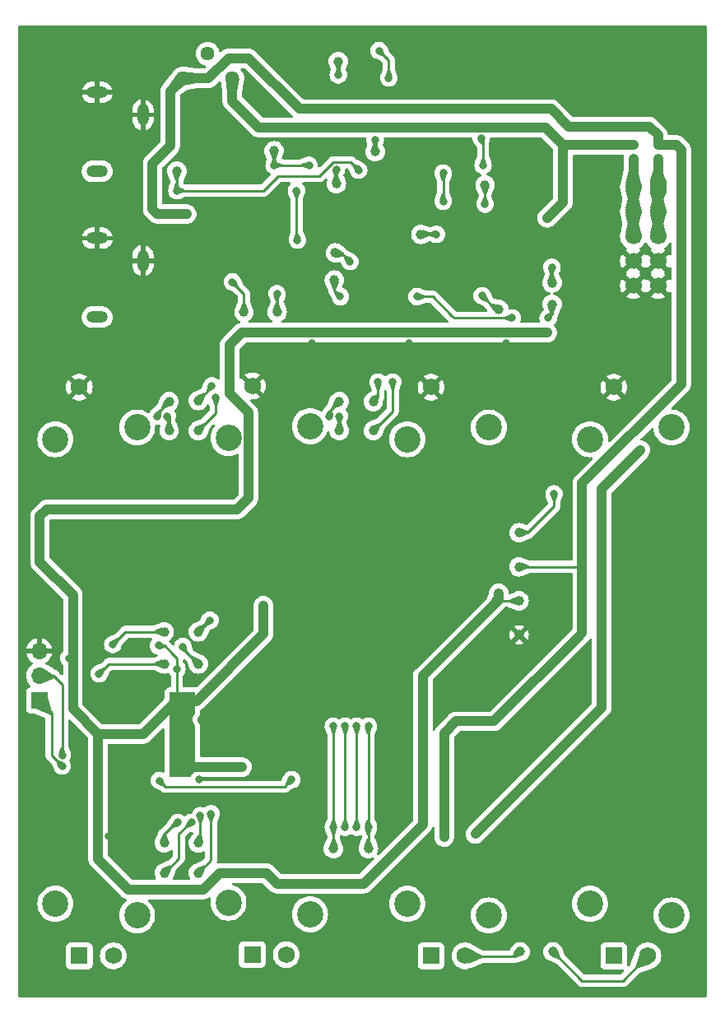
<source format=gbr>
%TF.GenerationSoftware,KiCad,Pcbnew,7.0.9*%
%TF.CreationDate,2024-06-29T17:01:07+12:00*%
%TF.ProjectId,ADSR Envelope,41445352-2045-46e7-9665-6c6f70652e6b,rev?*%
%TF.SameCoordinates,Original*%
%TF.FileFunction,Copper,L1,Top*%
%TF.FilePolarity,Positive*%
%FSLAX46Y46*%
G04 Gerber Fmt 4.6, Leading zero omitted, Abs format (unit mm)*
G04 Created by KiCad (PCBNEW 7.0.9) date 2024-06-29 17:01:07*
%MOMM*%
%LPD*%
G01*
G04 APERTURE LIST*
G04 Aperture macros list*
%AMRoundRect*
0 Rectangle with rounded corners*
0 $1 Rounding radius*
0 $2 $3 $4 $5 $6 $7 $8 $9 X,Y pos of 4 corners*
0 Add a 4 corners polygon primitive as box body*
4,1,4,$2,$3,$4,$5,$6,$7,$8,$9,$2,$3,0*
0 Add four circle primitives for the rounded corners*
1,1,$1+$1,$2,$3*
1,1,$1+$1,$4,$5*
1,1,$1+$1,$6,$7*
1,1,$1+$1,$8,$9*
0 Add four rect primitives between the rounded corners*
20,1,$1+$1,$2,$3,$4,$5,0*
20,1,$1+$1,$4,$5,$6,$7,0*
20,1,$1+$1,$6,$7,$8,$9,0*
20,1,$1+$1,$8,$9,$2,$3,0*%
G04 Aperture macros list end*
%TA.AperFunction,ComponentPad*%
%ADD10R,1.700000X1.700000*%
%TD*%
%TA.AperFunction,ComponentPad*%
%ADD11O,1.700000X1.700000*%
%TD*%
%TA.AperFunction,SMDPad,CuDef*%
%ADD12C,1.000000*%
%TD*%
%TA.AperFunction,ComponentPad*%
%ADD13R,1.750000X1.750000*%
%TD*%
%TA.AperFunction,ComponentPad*%
%ADD14C,1.750000*%
%TD*%
%TA.AperFunction,ComponentPad*%
%ADD15C,2.700000*%
%TD*%
%TA.AperFunction,SMDPad,CuDef*%
%ADD16RoundRect,0.150000X0.200000X-0.150000X0.200000X0.150000X-0.200000X0.150000X-0.200000X-0.150000X0*%
%TD*%
%TA.AperFunction,SMDPad,CuDef*%
%ADD17RoundRect,0.150000X-0.200000X0.150000X-0.200000X-0.150000X0.200000X-0.150000X0.200000X0.150000X0*%
%TD*%
%TA.AperFunction,ComponentPad*%
%ADD18O,2.200000X1.200000*%
%TD*%
%TA.AperFunction,ComponentPad*%
%ADD19O,1.200000X2.200000*%
%TD*%
%TA.AperFunction,ComponentPad*%
%ADD20RoundRect,0.250000X0.600000X0.600000X-0.600000X0.600000X-0.600000X-0.600000X0.600000X-0.600000X0*%
%TD*%
%TA.AperFunction,ComponentPad*%
%ADD21C,1.700000*%
%TD*%
%TA.AperFunction,ComponentPad*%
%ADD22C,1.440000*%
%TD*%
%TA.AperFunction,ViaPad*%
%ADD23C,0.800000*%
%TD*%
%TA.AperFunction,Conductor*%
%ADD24C,1.000000*%
%TD*%
%TA.AperFunction,Conductor*%
%ADD25C,0.250000*%
%TD*%
G04 APERTURE END LIST*
D10*
%TO.P,J4,1,Pin_1*%
%TO.N,/Microcontroller/USART1_TX*%
X111125000Y-114725000D03*
D11*
%TO.P,J4,2,Pin_2*%
%TO.N,/Microcontroller/USART1_RX*%
X111125000Y-112185000D03*
%TO.P,J4,3,Pin_3*%
%TO.N,GND*%
X111125000Y-109645000D03*
%TD*%
D12*
%TO.P,TP33,1,1*%
%TO.N,Net-(U7-W)*%
X141500000Y-71500000D03*
%TD*%
%TO.P,TP36,1,1*%
%TO.N,Net-(Q3-C)*%
X132200000Y-74800000D03*
%TD*%
%TO.P,TP29,1,1*%
%TO.N,/Analog/Envelope*%
X163900000Y-74000000D03*
%TD*%
D13*
%TO.P,RV9,1,1*%
%TO.N,Net-(R41-Pad2)*%
X170250000Y-141020000D03*
D14*
%TO.P,RV9,2,2*%
%TO.N,Net-(U4C-+)*%
X173750000Y-141020000D03*
%TO.P,RV9,3,3*%
%TO.N,GND*%
X170250000Y-82520000D03*
D15*
%TO.P,RV9,MP*%
%TO.N,N/C*%
X176200000Y-136870000D03*
X167800000Y-135670000D03*
X167800000Y-87870000D03*
X176200000Y-86670000D03*
%TD*%
D12*
%TO.P,TP19,1,1*%
%TO.N,Net-(U4C-+)*%
X164000000Y-140600000D03*
%TD*%
%TO.P,TP14,1,1*%
%TO.N,+3.3V*%
X160500000Y-104500000D03*
%TD*%
%TO.P,TP26,1,1*%
%TO.N,Net-(D2-A)*%
X135300000Y-58200000D03*
%TD*%
%TO.P,TP30,1,1*%
%TO.N,Net-(U6-B)*%
X135600000Y-74800000D03*
%TD*%
%TO.P,TP32,1,1*%
%TO.N,GND*%
X160500000Y-108000000D03*
%TD*%
%TO.P,TP11,1,1*%
%TO.N,RELEASE_SDA*%
X145500000Y-84000000D03*
%TD*%
D16*
%TO.P,D8,1,K*%
%TO.N,+12V*%
X174800000Y-57600000D03*
%TO.P,D8,2,A*%
%TO.N,Net-(D8-A)*%
X174800000Y-59000000D03*
%TD*%
D12*
%TO.P,TP20,1,1*%
%TO.N,Net-(U4D-+)*%
X160600000Y-140600000D03*
%TD*%
%TO.P,TP34,1,1*%
%TO.N,Net-(Q7-B)*%
X157000000Y-61700000D03*
%TD*%
D17*
%TO.P,D9,1,K*%
%TO.N,Net-(D9-K)*%
X172300000Y-59000000D03*
%TO.P,D9,2,A*%
%TO.N,-12V*%
X172300000Y-57600000D03*
%TD*%
D12*
%TO.P,TP3,1,1*%
%TO.N,/Microcontroller/I2C1_SDA*%
X127500000Y-107700000D03*
%TD*%
%TO.P,TP22,1,1*%
%TO.N,Net-(U4B-+)*%
X141400000Y-130000000D03*
%TD*%
%TO.P,TP17,1,1*%
%TO.N,/Microcontroller/ADC_SUSTAIN*%
X124000000Y-129400000D03*
%TD*%
D18*
%TO.P,J2,S*%
%TO.N,GND*%
X117100000Y-67200000D03*
%TO.P,J2,T*%
%TO.N,/Analog/OUT*%
X117100000Y-75300000D03*
D19*
%TO.P,J2,TN*%
%TO.N,GND*%
X121800000Y-69500000D03*
%TD*%
D13*
%TO.P,RV6,1,1*%
%TO.N,Net-(R32-Pad2)*%
X115250000Y-141020000D03*
D14*
%TO.P,RV6,2,2*%
%TO.N,Net-(U4B-+)*%
X118750000Y-141020000D03*
%TO.P,RV6,3,3*%
%TO.N,GND*%
X115250000Y-82520000D03*
D15*
%TO.P,RV6,MP*%
%TO.N,N/C*%
X121200000Y-136870000D03*
X112800000Y-135670000D03*
X112800000Y-87870000D03*
X121200000Y-86670000D03*
%TD*%
D12*
%TO.P,TP5,1,1*%
%TO.N,ATTACK_SDA*%
X124500000Y-84000000D03*
%TD*%
%TO.P,TP15,1,1*%
%TO.N,/Microcontroller/ADC_ATTACK*%
X127500000Y-129400000D03*
%TD*%
%TO.P,TP2,1,1*%
%TO.N,/Microcontroller/I2C2_SDA*%
X124000000Y-107700000D03*
%TD*%
%TO.P,TP35,1,1*%
%TO.N,Net-(D5-K)*%
X158400000Y-74500000D03*
%TD*%
%TO.P,TP23,1,1*%
%TO.N,/Analog/DETECT*%
X141900000Y-49000000D03*
%TD*%
%TO.P,TP27,1,1*%
%TO.N,Net-(D3-K)*%
X150400000Y-66800000D03*
%TD*%
%TO.P,TP28,1,1*%
%TO.N,Net-(U5-B)*%
X163900000Y-71800000D03*
%TD*%
%TO.P,TP9,1,1*%
%TO.N,SUSTAIN_SDA*%
X142000000Y-84000000D03*
%TD*%
D13*
%TO.P,RV7,1,1*%
%TO.N,Net-(R35-Pad2)*%
X133050000Y-140890000D03*
D14*
%TO.P,RV7,2,2*%
%TO.N,Net-(U4A-+)*%
X136550000Y-140890000D03*
%TO.P,RV7,3,3*%
%TO.N,GND*%
X133050000Y-82390000D03*
D15*
%TO.P,RV7,MP*%
%TO.N,N/C*%
X139000000Y-136740000D03*
X130600000Y-135540000D03*
X130600000Y-87740000D03*
X139000000Y-86540000D03*
%TD*%
D12*
%TO.P,TP25,1,1*%
%TO.N,Net-(D1-K)*%
X145700000Y-58300000D03*
%TD*%
%TO.P,TP37,1,1*%
%TO.N,Net-(Q4-C)*%
X141600000Y-68700000D03*
%TD*%
%TO.P,TP10,1,1*%
%TO.N,SUSTAIN_SCL*%
X142000000Y-87000000D03*
%TD*%
%TO.P,TP7,1,1*%
%TO.N,DECAY_SDA*%
X127500000Y-83900000D03*
%TD*%
%TO.P,TP16,1,1*%
%TO.N,/Microcontroller/ADC_DECAY*%
X127500000Y-132500000D03*
%TD*%
%TO.P,TP21,1,1*%
%TO.N,Net-(U4A-+)*%
X145000000Y-130000000D03*
%TD*%
%TO.P,TP24,1,1*%
%TO.N,Net-(U1B--)*%
X141700000Y-61600000D03*
%TD*%
%TO.P,TP18,1,1*%
%TO.N,/Microcontroller/ADC_RELEASE*%
X124000000Y-132500000D03*
%TD*%
D18*
%TO.P,J1,S*%
%TO.N,GND*%
X117100000Y-52200000D03*
%TO.P,J1,T*%
%TO.N,/Analog/GATE*%
X117100000Y-60300000D03*
D19*
%TO.P,J1,TN*%
%TO.N,GND*%
X121800000Y-54500000D03*
%TD*%
D12*
%TO.P,TP38,1,1*%
%TO.N,/Analog/OUT*%
X125300000Y-60300000D03*
%TD*%
%TO.P,TP13,1,1*%
%TO.N,+12V*%
X160500000Y-101000000D03*
%TD*%
D13*
%TO.P,RV8,1,1*%
%TO.N,Net-(R38-Pad2)*%
X151450000Y-141020000D03*
D14*
%TO.P,RV8,2,2*%
%TO.N,Net-(U4D-+)*%
X154950000Y-141020000D03*
%TO.P,RV8,3,3*%
%TO.N,GND*%
X151450000Y-82520000D03*
D15*
%TO.P,RV8,MP*%
%TO.N,N/C*%
X157400000Y-136870000D03*
X149000000Y-135670000D03*
X149000000Y-87870000D03*
X157400000Y-86670000D03*
%TD*%
D12*
%TO.P,TP1,1,1*%
%TO.N,/Microcontroller/I2C2_SCL*%
X124000000Y-111000000D03*
%TD*%
%TO.P,TP12,1,1*%
%TO.N,RELEASE_SCL*%
X145500000Y-87000000D03*
%TD*%
%TO.P,TP31,1,1*%
%TO.N,-12V*%
X160500000Y-97500000D03*
%TD*%
%TO.P,TP8,1,1*%
%TO.N,DECAY_SCL*%
X127500000Y-87000000D03*
%TD*%
%TO.P,TP6,1,1*%
%TO.N,ATTACK_SCL*%
X124500000Y-87000000D03*
%TD*%
%TO.P,TP4,1,1*%
%TO.N,/Microcontroller/I2C1_SCL*%
X127500000Y-111000000D03*
%TD*%
D20*
%TO.P,J3,1,Pin_1*%
%TO.N,Net-(D8-A)*%
X174790000Y-61920000D03*
D21*
%TO.P,J3,2,Pin_2*%
%TO.N,Net-(D9-K)*%
X172250000Y-61920000D03*
%TO.P,J3,3,Pin_3*%
%TO.N,Net-(D8-A)*%
X174790000Y-64460000D03*
%TO.P,J3,4,Pin_4*%
%TO.N,Net-(D9-K)*%
X172250000Y-64460000D03*
%TO.P,J3,5,Pin_5*%
%TO.N,Net-(D8-A)*%
X174790000Y-67000000D03*
%TO.P,J3,6,Pin_6*%
%TO.N,Net-(D9-K)*%
X172250000Y-67000000D03*
%TO.P,J3,7,Pin_7*%
%TO.N,GND*%
X174790000Y-69540000D03*
%TO.P,J3,8,Pin_8*%
X172250000Y-69540000D03*
%TO.P,J3,9,Pin_9*%
X174790000Y-72080000D03*
%TO.P,J3,10,Pin_10*%
X172250000Y-72080000D03*
%TD*%
D22*
%TO.P,RV5,1,1*%
%TO.N,-12V*%
X131000000Y-50750000D03*
%TO.P,RV5,2,2*%
%TO.N,Net-(R26-Pad2)*%
X128460000Y-48210000D03*
%TO.P,RV5,3,3*%
%TO.N,+12V*%
X125920000Y-50750000D03*
%TD*%
D23*
%TO.N,GND*%
X149000000Y-113100000D03*
X145800000Y-115100000D03*
X122600000Y-124500000D03*
X122600000Y-120700000D03*
X119300615Y-124092943D03*
X119200000Y-120500000D03*
X154500000Y-111800000D03*
X126900000Y-130900000D03*
X147200000Y-61900000D03*
%TO.N,+12V*%
X126300000Y-64700000D03*
%TO.N,GND*%
X137200000Y-75400000D03*
X148300000Y-70400000D03*
X139700000Y-70100000D03*
%TO.N,/Analog/Envelope*%
X137700000Y-67400000D03*
X137600000Y-62300000D03*
%TO.N,Net-(D2-A)*%
X138900000Y-59700000D03*
%TO.N,+12V*%
X137900000Y-53800000D03*
%TO.N,-12V*%
X163400000Y-65100000D03*
%TO.N,+12V*%
X160000000Y-53900000D03*
%TO.N,Net-(Q3-C)*%
X131000000Y-71700000D03*
%TO.N,+3.3V*%
X131500000Y-95000000D03*
X128200000Y-95100000D03*
X125600000Y-95000000D03*
X122600000Y-95000000D03*
X119800000Y-95000000D03*
X117000000Y-95000000D03*
X114400000Y-95000000D03*
X111900000Y-95000000D03*
X163400000Y-76900000D03*
X153400000Y-76900000D03*
X143300000Y-76900000D03*
X133300000Y-76900000D03*
%TO.N,GND*%
X126300000Y-102800000D03*
X115832812Y-102902634D03*
%TO.N,+3.3V*%
X114200000Y-110400000D03*
%TO.N,GND*%
X118300000Y-128700000D03*
%TO.N,+3.3V*%
X117200000Y-128700000D03*
%TO.N,Net-(U2-NRST)*%
X137100000Y-122900000D03*
X123500000Y-123000000D03*
%TO.N,+3.3V*%
X132000000Y-121600000D03*
%TO.N,GND*%
X127600000Y-122900000D03*
X123600000Y-113600000D03*
%TO.N,+3.3V*%
X134200000Y-105000000D03*
X123400000Y-109100000D03*
X125300000Y-111500000D03*
X126581897Y-114807465D03*
%TO.N,GND*%
X127800000Y-116700000D03*
%TO.N,+3.3V*%
X158400000Y-103700000D03*
%TO.N,GND*%
X131400000Y-116000000D03*
%TO.N,-12V*%
X156000000Y-128500000D03*
%TO.N,+12V*%
X152800000Y-128800000D03*
X154000000Y-116900000D03*
X155100000Y-116900000D03*
%TO.N,+3.3V*%
X158000000Y-104600000D03*
%TO.N,-12V*%
X164100000Y-93500000D03*
%TO.N,+12V*%
X167000000Y-106000000D03*
X167000000Y-105000000D03*
%TO.N,/Microcontroller/USART1_RX*%
X113500000Y-120400000D03*
%TO.N,/Microcontroller/USART1_TX*%
X113500000Y-121500000D03*
%TO.N,GND*%
X124200000Y-99300000D03*
X113100000Y-100000000D03*
X121200000Y-100200000D03*
X121164340Y-109421245D03*
X118300000Y-115900000D03*
X113100000Y-127300000D03*
%TO.N,/Analog/DETECT*%
X152700000Y-60500000D03*
X141900000Y-50400000D03*
X152700000Y-63400000D03*
%TO.N,GND*%
X170500000Y-59800000D03*
X146800000Y-73600000D03*
X135300000Y-62800000D03*
X137381749Y-116210157D03*
X154700000Y-68200000D03*
X149200000Y-78000000D03*
X132900000Y-52900000D03*
X160400000Y-71000000D03*
X145500000Y-67900000D03*
X157700000Y-65700000D03*
X158800000Y-61800000D03*
X159200000Y-78000000D03*
X135200000Y-114400000D03*
X176200000Y-54100000D03*
X139200000Y-78000000D03*
X137400000Y-118600000D03*
X147200000Y-52100000D03*
X153800000Y-57300000D03*
X135100000Y-48400000D03*
X165100000Y-89900000D03*
X172200000Y-75000000D03*
X165096461Y-51588823D03*
X129200000Y-78000000D03*
X139400000Y-48400000D03*
X172200000Y-77200000D03*
X140100000Y-63100000D03*
X174900000Y-75000000D03*
X147100000Y-59500000D03*
X130891211Y-67454626D03*
X169800000Y-51400000D03*
X162000000Y-57500000D03*
X174900000Y-77300000D03*
X127200000Y-55300000D03*
X152200000Y-71900000D03*
%TO.N,/Analog/Envelope*%
X159800000Y-75400000D03*
X150000000Y-73200000D03*
X163500000Y-75400000D03*
%TO.N,-12V*%
X173000000Y-89000000D03*
X166700000Y-57600000D03*
%TO.N,Net-(D1-K)*%
X145700000Y-57100000D03*
%TO.N,Net-(D2-A)*%
X135300000Y-59700000D03*
%TO.N,Net-(D3-K)*%
X152000000Y-66800000D03*
%TO.N,Net-(D5-K)*%
X156700000Y-73100000D03*
%TO.N,/Analog/GATE*%
X146100000Y-47900000D03*
X147100000Y-50700000D03*
%TO.N,/Analog/OUT*%
X144000000Y-60200000D03*
X125300000Y-62300000D03*
%TO.N,Net-(Q2-B)*%
X156800000Y-59700000D03*
X156600000Y-56900000D03*
%TO.N,Net-(Q4-C)*%
X143100000Y-69600000D03*
%TO.N,Net-(Q7-B)*%
X157000000Y-63700000D03*
%TO.N,Net-(U5-B)*%
X163872037Y-70183664D03*
%TO.N,Net-(U1B--)*%
X141700000Y-60100000D03*
%TO.N,Net-(U6-B)*%
X135600000Y-72900000D03*
%TO.N,Net-(U7-W)*%
X142100000Y-73200000D03*
%TO.N,Net-(R32-Pad2)*%
X142600000Y-127800000D03*
X142600000Y-117400000D03*
%TO.N,/Microcontroller/ADC_ATTACK*%
X127700000Y-126600000D03*
%TO.N,Net-(R35-Pad2)*%
X143800000Y-127800000D03*
X143800000Y-117400000D03*
%TO.N,/Microcontroller/ADC_DECAY*%
X128800000Y-126400000D03*
%TO.N,/Microcontroller/ADC_SUSTAIN*%
X125400000Y-127300000D03*
%TO.N,/Microcontroller/ADC_RELEASE*%
X126800000Y-127300000D03*
%TO.N,/Microcontroller/I2C1_SDA*%
X128700000Y-106500000D03*
%TO.N,/Microcontroller/I2C1_SCL*%
X125900000Y-109200000D03*
%TO.N,/Microcontroller/I2C2_SCL*%
X117300000Y-112000000D03*
%TO.N,/Microcontroller/I2C2_SDA*%
X118700000Y-109000000D03*
%TO.N,ATTACK_SCL*%
X124300000Y-85500000D03*
%TO.N,ATTACK_SDA*%
X123300000Y-85500000D03*
%TO.N,DECAY_SCL*%
X129300000Y-83600000D03*
%TO.N,DECAY_SDA*%
X128900000Y-82400000D03*
%TO.N,RELEASE_SCL*%
X147500000Y-82000000D03*
%TO.N,RELEASE_SDA*%
X146000000Y-82000000D03*
%TO.N,SUSTAIN_SCL*%
X142000000Y-85500000D03*
%TO.N,SUSTAIN_SDA*%
X141000000Y-85500000D03*
%TO.N,Net-(U4A-+)*%
X145000000Y-117400000D03*
X145000000Y-127800000D03*
%TO.N,Net-(U4B-+)*%
X141400000Y-127800000D03*
X141400000Y-117400000D03*
%TD*%
D24*
%TO.N,+3.3V*%
X117200000Y-131100000D02*
X117200000Y-128700000D01*
X120300000Y-134200000D02*
X117200000Y-131100000D01*
X128000000Y-134200000D02*
X120300000Y-134200000D01*
X129700000Y-132500000D02*
X128000000Y-134200000D01*
X135600000Y-133600000D02*
X134500000Y-132500000D01*
X134500000Y-132500000D02*
X129700000Y-132500000D01*
X150600000Y-112200000D02*
X150600000Y-127500000D01*
X158400000Y-104400000D02*
X150600000Y-112200000D01*
X144500000Y-133600000D02*
X135600000Y-133600000D01*
X158400000Y-103700000D02*
X158400000Y-104400000D01*
X150600000Y-127500000D02*
X144500000Y-133600000D01*
X125300000Y-114800000D02*
X127300000Y-114800000D01*
X127300000Y-114800000D02*
X134200000Y-107900000D01*
X134200000Y-107900000D02*
X134200000Y-105000000D01*
%TO.N,+12V*%
X122800000Y-64200000D02*
X123300000Y-64700000D01*
X124600000Y-57700000D02*
X122800000Y-59500000D01*
X122800000Y-59500000D02*
X122800000Y-64200000D01*
X123300000Y-64700000D02*
X126300000Y-64700000D01*
X125920000Y-50750000D02*
X124600000Y-52070000D01*
X124600000Y-52070000D02*
X124600000Y-57700000D01*
D25*
%TO.N,/Analog/Envelope*%
X137600000Y-67300000D02*
X137700000Y-67400000D01*
X137600000Y-62300000D02*
X137600000Y-67300000D01*
%TO.N,Net-(D2-A)*%
X135300000Y-59700000D02*
X138900000Y-59700000D01*
%TO.N,/Analog/OUT*%
X141399695Y-59375000D02*
X143175000Y-59375000D01*
X135700000Y-60800000D02*
X139974695Y-60800000D01*
X134200000Y-62300000D02*
X135700000Y-60800000D01*
X139974695Y-60800000D02*
X141399695Y-59375000D01*
X143175000Y-59375000D02*
X144000000Y-60200000D01*
X125300000Y-62300000D02*
X134200000Y-62300000D01*
D24*
%TO.N,-12V*%
X165000000Y-63500000D02*
X163400000Y-65100000D01*
X165000000Y-57600000D02*
X165000000Y-63500000D01*
D25*
%TO.N,Net-(Q3-C)*%
X132200000Y-72900000D02*
X132200000Y-74800000D01*
X131000000Y-71700000D02*
X132200000Y-72900000D01*
D24*
%TO.N,+3.3V*%
X114600000Y-115600000D02*
X117200000Y-118200000D01*
X114600000Y-103900000D02*
X114600000Y-115600000D01*
X111200000Y-100500000D02*
X114600000Y-103900000D01*
X111200000Y-95800000D02*
X111200000Y-100500000D01*
X131500000Y-95100000D02*
X111900000Y-95100000D01*
X132650000Y-93950000D02*
X131500000Y-95100000D01*
X130700000Y-83200000D02*
X132650000Y-85150000D01*
X130700000Y-78200000D02*
X130700000Y-83200000D01*
X132000000Y-76900000D02*
X130700000Y-78200000D01*
X163400000Y-76900000D02*
X132000000Y-76900000D01*
X132650000Y-85150000D02*
X132650000Y-93950000D01*
X111900000Y-95100000D02*
X111200000Y-95800000D01*
X117200000Y-118200000D02*
X117200000Y-128700000D01*
D25*
%TO.N,Net-(U2-NRST)*%
X136375000Y-123625000D02*
X137100000Y-122900000D01*
X124125000Y-123625000D02*
X136375000Y-123625000D01*
X123500000Y-123000000D02*
X124125000Y-123625000D01*
D24*
%TO.N,+3.3V*%
X127500000Y-121600000D02*
X126400000Y-121600000D01*
X132000000Y-121600000D02*
X127500000Y-121600000D01*
X125200000Y-114800000D02*
X125300000Y-114800000D01*
X121800000Y-118200000D02*
X125200000Y-114800000D01*
X117200000Y-118200000D02*
X121800000Y-118200000D01*
D25*
%TO.N,/Microcontroller/I2C1_SDA*%
X127500000Y-107700000D02*
X128700000Y-106500000D01*
%TO.N,+3.3V*%
X124000000Y-109100000D02*
X123400000Y-109100000D01*
X124900000Y-110000000D02*
X124000000Y-109100000D01*
X125300000Y-110400000D02*
X124900000Y-110000000D01*
X125300000Y-112100000D02*
X125300000Y-110400000D01*
X125300000Y-114800000D02*
X125300000Y-112100000D01*
X158400000Y-104200000D02*
X158000000Y-104600000D01*
D24*
X158400000Y-103700000D02*
X158400000Y-104200000D01*
%TO.N,+12V*%
X152800000Y-118100000D02*
X152800000Y-128800000D01*
X154000000Y-116900000D02*
X152800000Y-118100000D01*
X157900000Y-116900000D02*
X154000000Y-116900000D01*
X166600000Y-108200000D02*
X157900000Y-116900000D01*
D25*
%TO.N,+3.3V*%
X158100000Y-104500000D02*
X160500000Y-104500000D01*
X158000000Y-104600000D02*
X158100000Y-104500000D01*
%TO.N,+12V*%
X160500000Y-101000000D02*
X167000000Y-101000000D01*
D24*
X167000000Y-101000000D02*
X167000000Y-107800000D01*
X167000000Y-92400000D02*
X167000000Y-101000000D01*
D25*
%TO.N,-12V*%
X164100000Y-94800000D02*
X164100000Y-93500000D01*
X161400000Y-97500000D02*
X164100000Y-94800000D01*
X160500000Y-97500000D02*
X161400000Y-97500000D01*
D24*
X169000000Y-115500000D02*
X156000000Y-128500000D01*
X169000000Y-93000000D02*
X169000000Y-115500000D01*
X173000000Y-89000000D02*
X169000000Y-93000000D01*
%TO.N,+12V*%
X177200000Y-82200000D02*
X167000000Y-92400000D01*
X167000000Y-107800000D02*
X166600000Y-108200000D01*
X177200000Y-58100000D02*
X177200000Y-82200000D01*
X174800000Y-57600000D02*
X176700000Y-57600000D01*
X176700000Y-57600000D02*
X177200000Y-58100000D01*
D25*
%TO.N,/Microcontroller/USART1_TX*%
X112400000Y-120400000D02*
X112400000Y-116000000D01*
X112400000Y-116000000D02*
X111125000Y-114725000D01*
X113500000Y-121500000D02*
X112400000Y-120400000D01*
%TO.N,/Microcontroller/USART1_RX*%
X112585000Y-112185000D02*
X111125000Y-112185000D01*
X113500000Y-113100000D02*
X112585000Y-112185000D01*
X113500000Y-120400000D02*
X113500000Y-113100000D01*
%TO.N,/Analog/DETECT*%
X141900000Y-49000000D02*
X141900000Y-50400000D01*
X152700000Y-60500000D02*
X152700000Y-63400000D01*
%TO.N,/Analog/Envelope*%
X163900000Y-74000000D02*
X163900000Y-75000000D01*
X163900000Y-75000000D02*
X163500000Y-75400000D01*
X153800000Y-75400000D02*
X153600000Y-75200000D01*
X151600000Y-73200000D02*
X149900000Y-73200000D01*
X153600000Y-75200000D02*
X151600000Y-73200000D01*
X159800000Y-75400000D02*
X153800000Y-75400000D01*
D24*
%TO.N,+12V*%
X173900000Y-55700000D02*
X165600000Y-55700000D01*
X163800000Y-53900000D02*
X137900000Y-53900000D01*
X174800000Y-57600000D02*
X174800000Y-56600000D01*
X165600000Y-55700000D02*
X163800000Y-53900000D01*
X128550000Y-50750000D02*
X125920000Y-50750000D01*
X130600000Y-48700000D02*
X128550000Y-50750000D01*
X137900000Y-53900000D02*
X132700000Y-48700000D01*
X132700000Y-48700000D02*
X130600000Y-48700000D01*
X174800000Y-56600000D02*
X173900000Y-55700000D01*
%TO.N,-12V*%
X133700000Y-55800000D02*
X131000000Y-53100000D01*
X163200000Y-55800000D02*
X133700000Y-55800000D01*
X168700000Y-57600000D02*
X165000000Y-57600000D01*
X131000000Y-53100000D02*
X131000000Y-50750000D01*
X172300000Y-57600000D02*
X168700000Y-57600000D01*
X165000000Y-57600000D02*
X163200000Y-55800000D01*
D25*
%TO.N,Net-(D1-K)*%
X145700000Y-58300000D02*
X145700000Y-57100000D01*
%TO.N,Net-(D2-A)*%
X135300000Y-58200000D02*
X135300000Y-59700000D01*
%TO.N,Net-(D3-K)*%
X150400000Y-66800000D02*
X152000000Y-66800000D01*
%TO.N,Net-(D5-K)*%
X158400000Y-74500000D02*
X158100000Y-74500000D01*
X158100000Y-74500000D02*
X156700000Y-73100000D01*
D24*
%TO.N,Net-(D8-A)*%
X174790000Y-67000000D02*
X174790000Y-64460000D01*
X174790000Y-59010000D02*
X174800000Y-59000000D01*
X174790000Y-61920000D02*
X174790000Y-59010000D01*
X174790000Y-64460000D02*
X174790000Y-61920000D01*
%TO.N,Net-(D9-K)*%
X172250000Y-59050000D02*
X172300000Y-59000000D01*
X172250000Y-64460000D02*
X172250000Y-61920000D01*
X172250000Y-67000000D02*
X172250000Y-64460000D01*
X172250000Y-61920000D02*
X172250000Y-59050000D01*
D25*
%TO.N,/Analog/GATE*%
X147100000Y-48900000D02*
X146100000Y-47900000D01*
X147100000Y-50700000D02*
X147100000Y-48900000D01*
%TO.N,/Analog/OUT*%
X125300000Y-60300000D02*
X125300000Y-62300000D01*
%TO.N,Net-(Q2-B)*%
X156800000Y-59700000D02*
X156800000Y-57100000D01*
X156800000Y-57100000D02*
X156600000Y-56900000D01*
%TO.N,Net-(Q4-C)*%
X141600000Y-68700000D02*
X142200000Y-68700000D01*
X142200000Y-68700000D02*
X143100000Y-69600000D01*
%TO.N,Net-(Q7-B)*%
X157000000Y-61700000D02*
X157000000Y-63700000D01*
%TO.N,Net-(U5-B)*%
X163900000Y-71800000D02*
X163900000Y-70211627D01*
X163900000Y-70211627D02*
X163872037Y-70183664D01*
%TO.N,Net-(U1B--)*%
X141700000Y-60100000D02*
X141700000Y-61600000D01*
%TO.N,Net-(U6-B)*%
X135600000Y-74800000D02*
X135600000Y-72900000D01*
%TO.N,Net-(U7-W)*%
X141500000Y-72600000D02*
X142100000Y-73200000D01*
X141500000Y-71500000D02*
X141500000Y-72600000D01*
%TO.N,Net-(R32-Pad2)*%
X142600000Y-127800000D02*
X142600000Y-117400000D01*
%TO.N,/Microcontroller/ADC_ATTACK*%
X127700000Y-126600000D02*
X127700000Y-129200000D01*
X127700000Y-129200000D02*
X127500000Y-129400000D01*
%TO.N,Net-(R35-Pad2)*%
X143800000Y-127800000D02*
X143800000Y-118200000D01*
X143800000Y-118200000D02*
X143800000Y-117400000D01*
%TO.N,/Microcontroller/ADC_DECAY*%
X128800000Y-131200000D02*
X127500000Y-132500000D01*
X128800000Y-126400000D02*
X128800000Y-131200000D01*
X128800000Y-126400000D02*
X128500000Y-126700000D01*
%TO.N,/Microcontroller/ADC_SUSTAIN*%
X125400000Y-127300000D02*
X125300000Y-127300000D01*
X124000000Y-128500000D02*
X124000000Y-129400000D01*
X125200000Y-127300000D02*
X124000000Y-128500000D01*
X125400000Y-127300000D02*
X125200000Y-127300000D01*
%TO.N,/Microcontroller/ADC_RELEASE*%
X125500000Y-131000000D02*
X124000000Y-132500000D01*
X126700000Y-127300000D02*
X125500000Y-128500000D01*
X125500000Y-128500000D02*
X125500000Y-131000000D01*
X126800000Y-127300000D02*
X126700000Y-127300000D01*
%TO.N,/Microcontroller/I2C1_SCL*%
X125900000Y-109400000D02*
X127500000Y-111000000D01*
X125900000Y-109200000D02*
X125900000Y-109400000D01*
%TO.N,/Microcontroller/I2C2_SCL*%
X118300000Y-111000000D02*
X117300000Y-112000000D01*
X124000000Y-111000000D02*
X118300000Y-111000000D01*
%TO.N,/Microcontroller/I2C2_SDA*%
X120000000Y-107700000D02*
X118700000Y-109000000D01*
X124000000Y-107700000D02*
X120000000Y-107700000D01*
%TO.N,ATTACK_SCL*%
X124300000Y-85500000D02*
X124500000Y-85700000D01*
X124500000Y-85700000D02*
X124500000Y-87000000D01*
%TO.N,ATTACK_SDA*%
X123300000Y-85200000D02*
X124500000Y-84000000D01*
X123300000Y-85500000D02*
X123300000Y-85200000D01*
%TO.N,DECAY_SCL*%
X129300000Y-85200000D02*
X127500000Y-87000000D01*
X129300000Y-83600000D02*
X129300000Y-85200000D01*
%TO.N,DECAY_SDA*%
X128900000Y-82500000D02*
X127500000Y-83900000D01*
X128900000Y-82400000D02*
X128900000Y-82500000D01*
%TO.N,RELEASE_SCL*%
X147500000Y-82000000D02*
X147500000Y-85000000D01*
X147500000Y-85000000D02*
X145500000Y-87000000D01*
%TO.N,RELEASE_SDA*%
X146000000Y-82000000D02*
X146000000Y-83500000D01*
X146000000Y-83500000D02*
X145500000Y-84000000D01*
%TO.N,SUSTAIN_SCL*%
X142000000Y-85500000D02*
X142000000Y-87000000D01*
%TO.N,SUSTAIN_SDA*%
X141000000Y-85000000D02*
X142000000Y-84000000D01*
X141000000Y-85500000D02*
X141000000Y-85000000D01*
%TO.N,Net-(U4A-+)*%
X145000000Y-127800000D02*
X145000000Y-130300000D01*
X145000000Y-127800000D02*
X145000000Y-117400000D01*
%TO.N,Net-(U4B-+)*%
X141400000Y-127800000D02*
X141400000Y-130100000D01*
X141400000Y-127800000D02*
X141400000Y-117400000D01*
%TO.N,Net-(U4C-+)*%
X171170000Y-143600000D02*
X173750000Y-141020000D01*
X164000000Y-140600000D02*
X167000000Y-143600000D01*
X167000000Y-143600000D02*
X171170000Y-143600000D01*
%TO.N,Net-(U4D-+)*%
X155030000Y-141100000D02*
X154950000Y-141020000D01*
X160600000Y-140600000D02*
X160100000Y-141100000D01*
X160100000Y-141100000D02*
X155030000Y-141100000D01*
%TD*%
%TA.AperFunction,Conductor*%
%TO.N,GND*%
G36*
X126949141Y-128280421D02*
G01*
X126980536Y-128342840D01*
X126973201Y-128412323D01*
X126959601Y-128436957D01*
X126740221Y-128745435D01*
X126730919Y-128758836D01*
X126730751Y-128758720D01*
X126723760Y-128768752D01*
X126664086Y-128841467D01*
X126571188Y-129015266D01*
X126513975Y-129203870D01*
X126494659Y-129400000D01*
X126513975Y-129596129D01*
X126513976Y-129596132D01*
X126558546Y-129743060D01*
X126571188Y-129784733D01*
X126664086Y-129958532D01*
X126664090Y-129958539D01*
X126789116Y-130110883D01*
X126941460Y-130235909D01*
X126941467Y-130235913D01*
X127115266Y-130328811D01*
X127115269Y-130328811D01*
X127115273Y-130328814D01*
X127303868Y-130386024D01*
X127500000Y-130405341D01*
X127696132Y-130386024D01*
X127884727Y-130328814D01*
X127992048Y-130271449D01*
X128060449Y-130257208D01*
X128125693Y-130282208D01*
X128167064Y-130338512D01*
X128174500Y-130380808D01*
X128174500Y-130889546D01*
X128154815Y-130956585D01*
X128138181Y-130977227D01*
X127862320Y-131253087D01*
X127821852Y-131280066D01*
X127127011Y-131566178D01*
X127127005Y-131566180D01*
X127126999Y-131566183D01*
X127120787Y-131568589D01*
X127120897Y-131568855D01*
X127115278Y-131571183D01*
X127106584Y-131575829D01*
X127104024Y-131577121D01*
X127077951Y-131589536D01*
X127077945Y-131589540D01*
X127077856Y-131589607D01*
X127062183Y-131599561D01*
X126941460Y-131664090D01*
X126789116Y-131789116D01*
X126664090Y-131941460D01*
X126664086Y-131941467D01*
X126571188Y-132115266D01*
X126513975Y-132303870D01*
X126494659Y-132500000D01*
X126513975Y-132696129D01*
X126513976Y-132696132D01*
X126569527Y-132879259D01*
X126571188Y-132884732D01*
X126641912Y-133017047D01*
X126656154Y-133085450D01*
X126631154Y-133150693D01*
X126574849Y-133192064D01*
X126532554Y-133199500D01*
X124967446Y-133199500D01*
X124900407Y-133179815D01*
X124854652Y-133127011D01*
X124844708Y-133057853D01*
X124858088Y-133017047D01*
X124889491Y-132958295D01*
X124928814Y-132884727D01*
X124928818Y-132884711D01*
X124931144Y-132879099D01*
X124931531Y-132879259D01*
X124932355Y-132877179D01*
X124932132Y-132877088D01*
X125006643Y-132696132D01*
X125219932Y-132178143D01*
X125246906Y-132137682D01*
X125883787Y-131500802D01*
X125896042Y-131490986D01*
X125895859Y-131490764D01*
X125901866Y-131485792D01*
X125901877Y-131485786D01*
X125932775Y-131452882D01*
X125949227Y-131435364D01*
X125959671Y-131424918D01*
X125970120Y-131414471D01*
X125974379Y-131408978D01*
X125978152Y-131404561D01*
X126010062Y-131370582D01*
X126019713Y-131353024D01*
X126030396Y-131336761D01*
X126042673Y-131320936D01*
X126061185Y-131278153D01*
X126063738Y-131272941D01*
X126086197Y-131232092D01*
X126091180Y-131212680D01*
X126097481Y-131194280D01*
X126105437Y-131175896D01*
X126112729Y-131129852D01*
X126113906Y-131124171D01*
X126125500Y-131079019D01*
X126125500Y-131058983D01*
X126127027Y-131039582D01*
X126130160Y-131019804D01*
X126125775Y-130973415D01*
X126125500Y-130967577D01*
X126125500Y-128810451D01*
X126145185Y-128743412D01*
X126161815Y-128722774D01*
X126524726Y-128359862D01*
X126573017Y-128329967D01*
X126819166Y-128247512D01*
X126888983Y-128244885D01*
X126949141Y-128280421D01*
G37*
%TD.AperFunction*%
%TA.AperFunction,Conductor*%
G36*
X174330507Y-69749844D02*
G01*
X174408239Y-69870798D01*
X174516900Y-69964952D01*
X174647685Y-70024680D01*
X174657466Y-70026086D01*
X174028625Y-70654925D01*
X174105031Y-70708425D01*
X174148655Y-70763002D01*
X174155848Y-70832501D01*
X174124326Y-70894855D01*
X174105029Y-70911576D01*
X174028625Y-70965072D01*
X174657466Y-71593913D01*
X174647685Y-71595320D01*
X174516900Y-71655048D01*
X174408239Y-71749202D01*
X174330507Y-71870156D01*
X174306923Y-71950475D01*
X173675073Y-71318625D01*
X173675072Y-71318626D01*
X173621574Y-71395030D01*
X173566998Y-71438655D01*
X173497499Y-71445849D01*
X173435144Y-71414326D01*
X173418424Y-71395030D01*
X173364925Y-71318626D01*
X173364925Y-71318625D01*
X172733076Y-71950475D01*
X172709493Y-71870156D01*
X172631761Y-71749202D01*
X172523100Y-71655048D01*
X172392315Y-71595320D01*
X172382533Y-71593913D01*
X173011373Y-70965073D01*
X172934969Y-70911576D01*
X172891344Y-70856999D01*
X172884150Y-70787501D01*
X172915672Y-70725146D01*
X172934968Y-70708425D01*
X173011373Y-70654925D01*
X172382533Y-70026086D01*
X172392315Y-70024680D01*
X172523100Y-69964952D01*
X172631761Y-69870798D01*
X172709493Y-69749844D01*
X172733076Y-69669524D01*
X173364925Y-70301373D01*
X173418425Y-70224968D01*
X173473002Y-70181344D01*
X173542501Y-70174151D01*
X173604855Y-70205673D01*
X173621576Y-70224969D01*
X173675073Y-70301372D01*
X174306922Y-69669523D01*
X174330507Y-69749844D01*
G37*
%TD.AperFunction*%
%TA.AperFunction,Conductor*%
G36*
X175904925Y-70301373D02*
G01*
X175904926Y-70301373D01*
X175963598Y-70217582D01*
X175966308Y-70212889D01*
X175967534Y-70213597D01*
X176009290Y-70166174D01*
X176076483Y-70147022D01*
X176143365Y-70167238D01*
X176188699Y-70220403D01*
X176199500Y-70271018D01*
X176199500Y-71348983D01*
X176179815Y-71416022D01*
X176127011Y-71461777D01*
X176057853Y-71471721D01*
X175994297Y-71442696D01*
X175967093Y-71406659D01*
X175966308Y-71407113D01*
X175963599Y-71402421D01*
X175904925Y-71318626D01*
X175904925Y-71318625D01*
X175273076Y-71950475D01*
X175249493Y-71870156D01*
X175171761Y-71749202D01*
X175063100Y-71655048D01*
X174932315Y-71595320D01*
X174922533Y-71593913D01*
X175551373Y-70965073D01*
X175474969Y-70911576D01*
X175431344Y-70856999D01*
X175424150Y-70787501D01*
X175455672Y-70725146D01*
X175474968Y-70708425D01*
X175551373Y-70654925D01*
X174922533Y-70026086D01*
X174932315Y-70024680D01*
X175063100Y-69964952D01*
X175171761Y-69870798D01*
X175249493Y-69749844D01*
X175273076Y-69669524D01*
X175904925Y-70301373D01*
G37*
%TD.AperFunction*%
%TA.AperFunction,Conductor*%
G36*
X173604855Y-67666546D02*
G01*
X173621575Y-67685842D01*
X173751500Y-67871395D01*
X173751505Y-67871401D01*
X173918599Y-68038495D01*
X174099117Y-68164895D01*
X174104594Y-68168730D01*
X174148218Y-68223307D01*
X174155411Y-68292806D01*
X174123889Y-68355160D01*
X174104593Y-68371880D01*
X174028626Y-68425072D01*
X174028625Y-68425072D01*
X174657466Y-69053913D01*
X174647685Y-69055320D01*
X174516900Y-69115048D01*
X174408239Y-69209202D01*
X174330507Y-69330156D01*
X174306923Y-69410475D01*
X173675073Y-68778625D01*
X173675072Y-68778626D01*
X173621574Y-68855030D01*
X173566998Y-68898655D01*
X173497499Y-68905849D01*
X173435144Y-68874326D01*
X173418424Y-68855030D01*
X173364925Y-68778626D01*
X173364925Y-68778625D01*
X172733076Y-69410475D01*
X172709493Y-69330156D01*
X172631761Y-69209202D01*
X172523100Y-69115048D01*
X172392315Y-69055320D01*
X172382533Y-69053913D01*
X173011373Y-68425073D01*
X173011373Y-68425072D01*
X172935405Y-68371880D01*
X172891780Y-68317304D01*
X172884586Y-68247805D01*
X172916108Y-68185451D01*
X172935399Y-68168734D01*
X173121401Y-68038495D01*
X173288495Y-67871401D01*
X173418425Y-67685842D01*
X173473002Y-67642217D01*
X173542500Y-67635023D01*
X173604855Y-67666546D01*
G37*
%TD.AperFunction*%
%TA.AperFunction,Conductor*%
G36*
X176143353Y-67628412D02*
G01*
X176188694Y-67681572D01*
X176199500Y-67732200D01*
X176199500Y-68808983D01*
X176179815Y-68876022D01*
X176127011Y-68921777D01*
X176057853Y-68931721D01*
X175994297Y-68902696D01*
X175967093Y-68866659D01*
X175966308Y-68867113D01*
X175963599Y-68862421D01*
X175904925Y-68778626D01*
X175904925Y-68778625D01*
X175273076Y-69410475D01*
X175249493Y-69330156D01*
X175171761Y-69209202D01*
X175063100Y-69115048D01*
X174932315Y-69055320D01*
X174922533Y-69053913D01*
X175551373Y-68425073D01*
X175551373Y-68425072D01*
X175475405Y-68371880D01*
X175431780Y-68317304D01*
X175424586Y-68247805D01*
X175456108Y-68185451D01*
X175475399Y-68168734D01*
X175661401Y-68038495D01*
X175828495Y-67871401D01*
X175964035Y-67677830D01*
X175964037Y-67677823D01*
X175966740Y-67673144D01*
X175968224Y-67674000D01*
X176009278Y-67627364D01*
X176076469Y-67608204D01*
X176143353Y-67628412D01*
G37*
%TD.AperFunction*%
%TA.AperFunction,Conductor*%
G36*
X132301256Y-49720185D02*
G01*
X132321898Y-49736819D01*
X137172897Y-54587819D01*
X137206382Y-54649142D01*
X137201398Y-54718834D01*
X137159526Y-54774767D01*
X137094062Y-54799184D01*
X137085216Y-54799500D01*
X134165782Y-54799500D01*
X134098743Y-54779815D01*
X134078101Y-54763181D01*
X132036819Y-52721899D01*
X132003334Y-52660576D01*
X132000500Y-52634218D01*
X132000500Y-52270543D01*
X132001922Y-52251816D01*
X132075694Y-51768942D01*
X132188149Y-51032866D01*
X132189551Y-51026184D01*
X132191314Y-51019603D01*
X132206549Y-50962747D01*
X132216676Y-50846986D01*
X132217148Y-50843052D01*
X132217982Y-50837595D01*
X132219084Y-50830390D01*
X132221246Y-50811502D01*
X132221435Y-50809027D01*
X132222105Y-50800269D01*
X132221958Y-50790296D01*
X132222186Y-50784005D01*
X132225162Y-50750000D01*
X132206549Y-50537253D01*
X132151276Y-50330970D01*
X132061021Y-50137419D01*
X131938529Y-49962481D01*
X131938527Y-49962478D01*
X131888230Y-49912181D01*
X131854745Y-49850858D01*
X131859729Y-49781166D01*
X131901601Y-49725233D01*
X131967065Y-49700816D01*
X131975911Y-49700500D01*
X132234217Y-49700500D01*
X132301256Y-49720185D01*
G37*
%TD.AperFunction*%
%TA.AperFunction,Conductor*%
G36*
X179742539Y-45320185D02*
G01*
X179788294Y-45372989D01*
X179799500Y-45424500D01*
X179799500Y-145175500D01*
X179779815Y-145242539D01*
X179727011Y-145288294D01*
X179675500Y-145299500D01*
X109124500Y-145299500D01*
X109057461Y-145279815D01*
X109011706Y-145227011D01*
X109000500Y-145175500D01*
X109000500Y-141942870D01*
X113874500Y-141942870D01*
X113874501Y-141942876D01*
X113880908Y-142002483D01*
X113931202Y-142137328D01*
X113931206Y-142137335D01*
X114017452Y-142252544D01*
X114017455Y-142252547D01*
X114132664Y-142338793D01*
X114132671Y-142338797D01*
X114267517Y-142389091D01*
X114267516Y-142389091D01*
X114274444Y-142389835D01*
X114327127Y-142395500D01*
X116172872Y-142395499D01*
X116232483Y-142389091D01*
X116367331Y-142338796D01*
X116482546Y-142252546D01*
X116568796Y-142137331D01*
X116619091Y-142002483D01*
X116625500Y-141942873D01*
X116625500Y-141020006D01*
X117369786Y-141020006D01*
X117388608Y-141247168D01*
X117388610Y-141247179D01*
X117444569Y-141468155D01*
X117536137Y-141676908D01*
X117660814Y-141867742D01*
X117815208Y-142035458D01*
X117815212Y-142035461D01*
X117967458Y-142153959D01*
X117995094Y-142175469D01*
X117995096Y-142175470D01*
X117995099Y-142175472D01*
X118056677Y-142208796D01*
X118195574Y-142283963D01*
X118263852Y-142307403D01*
X118411173Y-142357979D01*
X118411175Y-142357979D01*
X118411177Y-142357980D01*
X118636023Y-142395500D01*
X118636024Y-142395500D01*
X118863976Y-142395500D01*
X118863977Y-142395500D01*
X119088823Y-142357980D01*
X119304426Y-142283963D01*
X119504906Y-142175469D01*
X119684794Y-142035456D01*
X119839183Y-141867745D01*
X119875035Y-141812870D01*
X131674500Y-141812870D01*
X131674501Y-141812876D01*
X131680908Y-141872483D01*
X131731202Y-142007328D01*
X131731206Y-142007335D01*
X131817452Y-142122544D01*
X131817455Y-142122547D01*
X131932664Y-142208793D01*
X131932671Y-142208797D01*
X132067517Y-142259091D01*
X132067516Y-142259091D01*
X132074444Y-142259835D01*
X132127127Y-142265500D01*
X133972872Y-142265499D01*
X134032483Y-142259091D01*
X134167331Y-142208796D01*
X134282546Y-142122546D01*
X134368796Y-142007331D01*
X134419091Y-141872483D01*
X134425500Y-141812873D01*
X134425500Y-140890006D01*
X135169786Y-140890006D01*
X135188608Y-141117168D01*
X135188610Y-141117179D01*
X135244569Y-141338155D01*
X135336137Y-141546908D01*
X135460814Y-141737742D01*
X135615208Y-141905458D01*
X135615212Y-141905461D01*
X135782229Y-142035456D01*
X135795094Y-142045469D01*
X135795096Y-142045470D01*
X135795099Y-142045472D01*
X135864519Y-142083040D01*
X135995574Y-142153963D01*
X136107529Y-142192397D01*
X136211173Y-142227979D01*
X136211175Y-142227979D01*
X136211177Y-142227980D01*
X136436023Y-142265500D01*
X136436024Y-142265500D01*
X136663976Y-142265500D01*
X136663977Y-142265500D01*
X136888823Y-142227980D01*
X137104426Y-142153963D01*
X137304906Y-142045469D01*
X137436725Y-141942870D01*
X150074500Y-141942870D01*
X150074501Y-141942876D01*
X150080908Y-142002483D01*
X150131202Y-142137328D01*
X150131206Y-142137335D01*
X150217452Y-142252544D01*
X150217455Y-142252547D01*
X150332664Y-142338793D01*
X150332671Y-142338797D01*
X150467517Y-142389091D01*
X150467516Y-142389091D01*
X150474444Y-142389835D01*
X150527127Y-142395500D01*
X152372872Y-142395499D01*
X152432483Y-142389091D01*
X152567331Y-142338796D01*
X152682546Y-142252546D01*
X152768796Y-142137331D01*
X152819091Y-142002483D01*
X152825500Y-141942873D01*
X152825500Y-141020006D01*
X153569786Y-141020006D01*
X153588608Y-141247168D01*
X153588610Y-141247179D01*
X153644569Y-141468155D01*
X153736137Y-141676908D01*
X153860814Y-141867742D01*
X154015208Y-142035458D01*
X154015212Y-142035461D01*
X154167458Y-142153959D01*
X154195094Y-142175469D01*
X154195096Y-142175470D01*
X154195099Y-142175472D01*
X154256677Y-142208796D01*
X154395574Y-142283963D01*
X154463852Y-142307403D01*
X154611173Y-142357979D01*
X154611175Y-142357979D01*
X154611177Y-142357980D01*
X154836023Y-142395500D01*
X154836024Y-142395500D01*
X155063977Y-142395500D01*
X155288818Y-142357981D01*
X155288818Y-142357980D01*
X155288823Y-142357980D01*
X155480325Y-142292235D01*
X155484234Y-142291036D01*
X155495905Y-142287879D01*
X155634808Y-142227980D01*
X156048565Y-142049555D01*
X156776526Y-141735635D01*
X156825628Y-141725500D01*
X160017257Y-141725500D01*
X160032877Y-141727224D01*
X160032904Y-141726939D01*
X160040660Y-141727671D01*
X160040667Y-141727673D01*
X160109814Y-141725500D01*
X160139350Y-141725500D01*
X160146228Y-141724630D01*
X160152041Y-141724172D01*
X160198627Y-141722709D01*
X160217869Y-141717117D01*
X160236912Y-141713174D01*
X160256792Y-141710664D01*
X160300122Y-141693507D01*
X160305646Y-141691617D01*
X160307603Y-141691048D01*
X160350390Y-141678618D01*
X160367629Y-141668422D01*
X160385101Y-141659862D01*
X160403732Y-141652486D01*
X160403741Y-141652478D01*
X160409718Y-141649194D01*
X160450150Y-141635366D01*
X160668861Y-141600887D01*
X160675525Y-141599741D01*
X160687514Y-141597680D01*
X160687519Y-141597713D01*
X160700453Y-141595446D01*
X160796132Y-141586024D01*
X160984727Y-141528814D01*
X160984735Y-141528810D01*
X161158532Y-141435913D01*
X161158538Y-141435910D01*
X161310883Y-141310883D01*
X161435910Y-141158538D01*
X161528814Y-140984727D01*
X161586024Y-140796132D01*
X161605341Y-140600000D01*
X162994659Y-140600000D01*
X163013975Y-140796129D01*
X163071188Y-140984733D01*
X163164086Y-141158532D01*
X163164090Y-141158539D01*
X163289116Y-141310883D01*
X163441460Y-141435909D01*
X163441467Y-141435913D01*
X163615265Y-141528810D01*
X163615267Y-141528810D01*
X163615273Y-141528814D01*
X163615279Y-141528815D01*
X163620895Y-141531142D01*
X163620738Y-141531518D01*
X163622827Y-141532348D01*
X163622916Y-141532134D01*
X163627008Y-141533819D01*
X163627010Y-141533820D01*
X164321853Y-141819932D01*
X164362320Y-141846910D01*
X166499194Y-143983784D01*
X166509019Y-143996048D01*
X166509240Y-143995866D01*
X166514210Y-144001873D01*
X166514213Y-144001876D01*
X166514214Y-144001877D01*
X166564651Y-144049241D01*
X166585530Y-144070120D01*
X166591004Y-144074366D01*
X166595442Y-144078156D01*
X166629418Y-144110062D01*
X166629422Y-144110064D01*
X166646973Y-144119713D01*
X166663231Y-144130392D01*
X166679064Y-144142674D01*
X166701015Y-144152172D01*
X166721837Y-144161183D01*
X166727081Y-144163752D01*
X166767908Y-144186197D01*
X166787312Y-144191179D01*
X166805710Y-144197478D01*
X166824105Y-144205438D01*
X166870129Y-144212726D01*
X166875832Y-144213907D01*
X166920981Y-144225500D01*
X166941016Y-144225500D01*
X166960413Y-144227026D01*
X166980196Y-144230160D01*
X167026584Y-144225775D01*
X167032422Y-144225500D01*
X171087257Y-144225500D01*
X171102877Y-144227224D01*
X171102904Y-144226939D01*
X171110660Y-144227671D01*
X171110667Y-144227673D01*
X171179814Y-144225500D01*
X171209350Y-144225500D01*
X171216228Y-144224630D01*
X171222041Y-144224172D01*
X171268627Y-144222709D01*
X171287869Y-144217117D01*
X171306912Y-144213174D01*
X171326792Y-144210664D01*
X171370122Y-144193507D01*
X171375646Y-144191617D01*
X171379396Y-144190527D01*
X171420390Y-144178618D01*
X171437629Y-144168422D01*
X171455103Y-144159862D01*
X171473727Y-144152488D01*
X171473727Y-144152487D01*
X171473732Y-144152486D01*
X171511449Y-144125082D01*
X171516305Y-144121892D01*
X171556420Y-144098170D01*
X171570589Y-144083999D01*
X171585379Y-144071368D01*
X171601587Y-144059594D01*
X171631299Y-144023676D01*
X171635212Y-144019376D01*
X172845689Y-142808899D01*
X172892539Y-142779496D01*
X174246425Y-142307403D01*
X174253795Y-142304594D01*
X174253796Y-142304593D01*
X174253796Y-142304594D01*
X174266192Y-142298886D01*
X174278730Y-142293114D01*
X174284515Y-142290797D01*
X174304426Y-142283963D01*
X174504906Y-142175469D01*
X174684794Y-142035456D01*
X174839183Y-141867745D01*
X174963862Y-141676909D01*
X175055430Y-141468155D01*
X175111390Y-141247176D01*
X175118735Y-141158538D01*
X175130214Y-141020006D01*
X175130214Y-141019993D01*
X175111391Y-140792831D01*
X175111389Y-140792820D01*
X175055430Y-140571844D01*
X174963862Y-140363091D01*
X174839185Y-140172257D01*
X174718779Y-140041462D01*
X174684794Y-140004544D01*
X174684793Y-140004543D01*
X174684791Y-140004541D01*
X174684787Y-140004538D01*
X174504909Y-139864533D01*
X174504900Y-139864527D01*
X174304432Y-139756040D01*
X174304429Y-139756039D01*
X174304426Y-139756037D01*
X174304420Y-139756035D01*
X174304418Y-139756034D01*
X174088826Y-139682020D01*
X173902378Y-139650908D01*
X173863977Y-139644500D01*
X173636023Y-139644500D01*
X173597622Y-139650908D01*
X173411173Y-139682020D01*
X173195581Y-139756034D01*
X173195567Y-139756040D01*
X172995099Y-139864527D01*
X172995090Y-139864533D01*
X172815212Y-140004538D01*
X172815208Y-140004541D01*
X172660814Y-140172257D01*
X172536138Y-140363089D01*
X172477481Y-140496813D01*
X172475745Y-140500445D01*
X172460215Y-140530399D01*
X172451183Y-140556297D01*
X172449423Y-140560778D01*
X172444570Y-140571843D01*
X172444570Y-140571844D01*
X172442067Y-140581726D01*
X172440508Y-140586915D01*
X171990499Y-141877460D01*
X171961094Y-141924313D01*
X171835852Y-142049555D01*
X171774529Y-142083040D01*
X171704837Y-142078056D01*
X171648904Y-142036184D01*
X171624487Y-141970720D01*
X171624881Y-141948622D01*
X171625500Y-141942873D01*
X171625499Y-140097128D01*
X171619515Y-140041460D01*
X171619091Y-140037516D01*
X171568797Y-139902671D01*
X171568793Y-139902664D01*
X171482547Y-139787455D01*
X171482544Y-139787452D01*
X171367335Y-139701206D01*
X171367328Y-139701202D01*
X171232482Y-139650908D01*
X171232483Y-139650908D01*
X171172883Y-139644501D01*
X171172881Y-139644500D01*
X171172873Y-139644500D01*
X171172864Y-139644500D01*
X169327129Y-139644500D01*
X169327123Y-139644501D01*
X169267516Y-139650908D01*
X169132671Y-139701202D01*
X169132664Y-139701206D01*
X169017455Y-139787452D01*
X169017452Y-139787455D01*
X168931206Y-139902664D01*
X168931202Y-139902671D01*
X168880908Y-140037517D01*
X168874501Y-140097116D01*
X168874501Y-140097123D01*
X168874500Y-140097135D01*
X168874500Y-141942870D01*
X168874501Y-141942876D01*
X168880908Y-142002483D01*
X168931202Y-142137328D01*
X168931206Y-142137335D01*
X169017452Y-142252544D01*
X169017455Y-142252547D01*
X169132664Y-142338793D01*
X169132671Y-142338797D01*
X169267517Y-142389091D01*
X169267516Y-142389091D01*
X169274444Y-142389835D01*
X169327127Y-142395500D01*
X171172872Y-142395499D01*
X171178609Y-142394882D01*
X171247368Y-142407281D01*
X171298510Y-142454886D01*
X171315796Y-142522583D01*
X171293738Y-142588880D01*
X171279557Y-142605851D01*
X171150608Y-142734800D01*
X170947226Y-142938182D01*
X170885905Y-142971666D01*
X170859547Y-142974500D01*
X167310452Y-142974500D01*
X167243413Y-142954815D01*
X167222771Y-142938181D01*
X165246910Y-140962319D01*
X165219931Y-140921851D01*
X165206818Y-140890006D01*
X164933822Y-140227015D01*
X164933834Y-140227042D01*
X164933858Y-140227092D01*
X164931425Y-140220787D01*
X164931146Y-140220903D01*
X164928813Y-140215271D01*
X164928401Y-140214501D01*
X164924180Y-140206605D01*
X164922888Y-140204044D01*
X164910519Y-140178058D01*
X164910516Y-140178054D01*
X164910438Y-140177949D01*
X164900492Y-140162286D01*
X164835913Y-140041467D01*
X164835909Y-140041460D01*
X164710883Y-139889116D01*
X164558539Y-139764090D01*
X164558532Y-139764086D01*
X164384733Y-139671188D01*
X164384727Y-139671186D01*
X164258997Y-139633046D01*
X164196129Y-139613975D01*
X164000000Y-139594659D01*
X163803870Y-139613975D01*
X163615266Y-139671188D01*
X163441467Y-139764086D01*
X163441460Y-139764090D01*
X163289116Y-139889116D01*
X163164090Y-140041460D01*
X163164086Y-140041467D01*
X163071188Y-140215266D01*
X163013975Y-140403870D01*
X162994659Y-140600000D01*
X161605341Y-140600000D01*
X161586024Y-140403868D01*
X161528814Y-140215273D01*
X161528811Y-140215269D01*
X161528811Y-140215266D01*
X161435913Y-140041467D01*
X161435909Y-140041460D01*
X161310883Y-139889116D01*
X161158539Y-139764090D01*
X161158532Y-139764086D01*
X160984733Y-139671188D01*
X160984727Y-139671186D01*
X160858997Y-139633046D01*
X160796129Y-139613975D01*
X160600000Y-139594659D01*
X160403870Y-139613975D01*
X160215266Y-139671188D01*
X160041467Y-139764086D01*
X160041460Y-139764090D01*
X159889116Y-139889116D01*
X159764093Y-140041456D01*
X159710819Y-140141124D01*
X159698535Y-140159822D01*
X159696474Y-140162414D01*
X159550003Y-140413063D01*
X159499184Y-140461012D01*
X159442943Y-140474500D01*
X156853802Y-140474500D01*
X156794414Y-140459353D01*
X155710865Y-139868191D01*
X155706643Y-139865666D01*
X155704904Y-139864530D01*
X155704898Y-139864527D01*
X155612146Y-139814332D01*
X155532451Y-139770852D01*
X155520605Y-139764793D01*
X155504426Y-139756037D01*
X155458630Y-139740315D01*
X155438051Y-139732418D01*
X155430244Y-139730382D01*
X155425759Y-139729030D01*
X155288826Y-139682020D01*
X155102378Y-139650908D01*
X155063977Y-139644500D01*
X154836023Y-139644500D01*
X154797622Y-139650908D01*
X154611173Y-139682020D01*
X154395581Y-139756034D01*
X154395567Y-139756040D01*
X154195099Y-139864527D01*
X154195090Y-139864533D01*
X154015212Y-140004538D01*
X154015208Y-140004541D01*
X153860814Y-140172257D01*
X153736137Y-140363091D01*
X153644569Y-140571844D01*
X153588610Y-140792820D01*
X153588608Y-140792831D01*
X153569786Y-141019993D01*
X153569786Y-141020006D01*
X152825500Y-141020006D01*
X152825499Y-140097128D01*
X152819515Y-140041460D01*
X152819091Y-140037516D01*
X152768797Y-139902671D01*
X152768793Y-139902664D01*
X152682547Y-139787455D01*
X152682544Y-139787452D01*
X152567335Y-139701206D01*
X152567328Y-139701202D01*
X152432482Y-139650908D01*
X152432483Y-139650908D01*
X152372883Y-139644501D01*
X152372881Y-139644500D01*
X152372873Y-139644500D01*
X152372864Y-139644500D01*
X150527129Y-139644500D01*
X150527123Y-139644501D01*
X150467516Y-139650908D01*
X150332671Y-139701202D01*
X150332664Y-139701206D01*
X150217455Y-139787452D01*
X150217452Y-139787455D01*
X150131206Y-139902664D01*
X150131202Y-139902671D01*
X150080908Y-140037517D01*
X150074501Y-140097116D01*
X150074501Y-140097123D01*
X150074500Y-140097135D01*
X150074500Y-141942870D01*
X137436725Y-141942870D01*
X137484794Y-141905456D01*
X137639183Y-141737745D01*
X137763862Y-141546909D01*
X137855430Y-141338155D01*
X137911390Y-141117176D01*
X137919443Y-141019993D01*
X137930214Y-140890006D01*
X137930214Y-140889993D01*
X137911391Y-140662831D01*
X137911389Y-140662820D01*
X137855430Y-140441844D01*
X137763862Y-140233091D01*
X137639185Y-140042257D01*
X137484791Y-139874541D01*
X137484787Y-139874538D01*
X137304909Y-139734533D01*
X137304900Y-139734527D01*
X137104432Y-139626040D01*
X137104429Y-139626039D01*
X137104426Y-139626037D01*
X137104420Y-139626035D01*
X137104418Y-139626034D01*
X136888826Y-139552020D01*
X136702378Y-139520908D01*
X136663977Y-139514500D01*
X136436023Y-139514500D01*
X136397622Y-139520908D01*
X136211173Y-139552020D01*
X135995581Y-139626034D01*
X135995567Y-139626040D01*
X135795099Y-139734527D01*
X135795090Y-139734533D01*
X135615212Y-139874538D01*
X135615208Y-139874541D01*
X135460814Y-140042257D01*
X135336137Y-140233091D01*
X135244569Y-140441844D01*
X135188610Y-140662820D01*
X135188608Y-140662831D01*
X135169786Y-140889993D01*
X135169786Y-140890006D01*
X134425500Y-140890006D01*
X134425499Y-139967128D01*
X134419091Y-139907517D01*
X134412228Y-139889117D01*
X134368797Y-139772671D01*
X134368793Y-139772664D01*
X134282547Y-139657455D01*
X134282544Y-139657452D01*
X134167335Y-139571206D01*
X134167328Y-139571202D01*
X134032482Y-139520908D01*
X134032483Y-139520908D01*
X133972883Y-139514501D01*
X133972881Y-139514500D01*
X133972873Y-139514500D01*
X133972864Y-139514500D01*
X132127129Y-139514500D01*
X132127123Y-139514501D01*
X132067516Y-139520908D01*
X131932671Y-139571202D01*
X131932664Y-139571206D01*
X131817455Y-139657452D01*
X131817452Y-139657455D01*
X131731206Y-139772664D01*
X131731202Y-139772671D01*
X131680908Y-139907517D01*
X131674501Y-139967116D01*
X131674501Y-139967123D01*
X131674500Y-139967135D01*
X131674500Y-141812870D01*
X119875035Y-141812870D01*
X119963862Y-141676909D01*
X120055430Y-141468155D01*
X120111390Y-141247176D01*
X120118735Y-141158538D01*
X120130214Y-141020006D01*
X120130214Y-141019993D01*
X120111391Y-140792831D01*
X120111389Y-140792820D01*
X120055430Y-140571844D01*
X119963862Y-140363091D01*
X119839185Y-140172257D01*
X119718779Y-140041462D01*
X119684794Y-140004544D01*
X119684793Y-140004543D01*
X119684791Y-140004541D01*
X119684787Y-140004538D01*
X119504909Y-139864533D01*
X119504900Y-139864527D01*
X119304432Y-139756040D01*
X119304429Y-139756039D01*
X119304426Y-139756037D01*
X119304420Y-139756035D01*
X119304418Y-139756034D01*
X119088826Y-139682020D01*
X118902378Y-139650908D01*
X118863977Y-139644500D01*
X118636023Y-139644500D01*
X118597622Y-139650908D01*
X118411173Y-139682020D01*
X118195581Y-139756034D01*
X118195567Y-139756040D01*
X117995099Y-139864527D01*
X117995090Y-139864533D01*
X117815212Y-140004538D01*
X117815208Y-140004541D01*
X117660814Y-140172257D01*
X117536137Y-140363091D01*
X117444569Y-140571844D01*
X117388610Y-140792820D01*
X117388608Y-140792831D01*
X117369786Y-141019993D01*
X117369786Y-141020006D01*
X116625500Y-141020006D01*
X116625499Y-140097128D01*
X116619515Y-140041460D01*
X116619091Y-140037516D01*
X116568797Y-139902671D01*
X116568793Y-139902664D01*
X116482547Y-139787455D01*
X116482544Y-139787452D01*
X116367335Y-139701206D01*
X116367328Y-139701202D01*
X116232482Y-139650908D01*
X116232483Y-139650908D01*
X116172883Y-139644501D01*
X116172881Y-139644500D01*
X116172873Y-139644500D01*
X116172864Y-139644500D01*
X114327129Y-139644500D01*
X114327123Y-139644501D01*
X114267516Y-139650908D01*
X114132671Y-139701202D01*
X114132664Y-139701206D01*
X114017455Y-139787452D01*
X114017452Y-139787455D01*
X113931206Y-139902664D01*
X113931202Y-139902671D01*
X113880908Y-140037517D01*
X113874501Y-140097116D01*
X113874501Y-140097123D01*
X113874500Y-140097135D01*
X113874500Y-141942870D01*
X109000500Y-141942870D01*
X109000500Y-135670001D01*
X110944773Y-135670001D01*
X110963657Y-135934027D01*
X110963658Y-135934034D01*
X111019921Y-136192673D01*
X111112426Y-136440690D01*
X111112428Y-136440694D01*
X111239280Y-136673005D01*
X111239285Y-136673013D01*
X111397906Y-136884907D01*
X111397922Y-136884925D01*
X111585074Y-137072077D01*
X111585092Y-137072093D01*
X111796986Y-137230714D01*
X111796994Y-137230719D01*
X112029305Y-137357571D01*
X112029309Y-137357573D01*
X112029311Y-137357574D01*
X112277322Y-137450077D01*
X112277325Y-137450077D01*
X112277326Y-137450078D01*
X112472552Y-137492546D01*
X112535974Y-137506343D01*
X112779660Y-137523772D01*
X112799999Y-137525227D01*
X112800000Y-137525227D01*
X112800001Y-137525227D01*
X112818885Y-137523876D01*
X113064026Y-137506343D01*
X113322678Y-137450077D01*
X113570689Y-137357574D01*
X113803011Y-137230716D01*
X114014915Y-137072087D01*
X114202087Y-136884915D01*
X114360716Y-136673011D01*
X114487574Y-136440689D01*
X114580077Y-136192678D01*
X114636343Y-135934026D01*
X114655227Y-135670000D01*
X114654159Y-135655074D01*
X114645929Y-135540000D01*
X114636343Y-135405974D01*
X114615310Y-135309285D01*
X114580078Y-135147326D01*
X114578598Y-135143358D01*
X114487574Y-134899311D01*
X114467523Y-134862591D01*
X114360719Y-134666994D01*
X114360714Y-134666986D01*
X114202093Y-134455092D01*
X114202077Y-134455074D01*
X114014925Y-134267922D01*
X114014907Y-134267906D01*
X113803013Y-134109285D01*
X113803005Y-134109280D01*
X113570694Y-133982428D01*
X113570690Y-133982426D01*
X113322673Y-133889921D01*
X113064034Y-133833658D01*
X113064027Y-133833657D01*
X112800001Y-133814773D01*
X112799999Y-133814773D01*
X112535972Y-133833657D01*
X112535965Y-133833658D01*
X112277326Y-133889921D01*
X112029309Y-133982426D01*
X112029305Y-133982428D01*
X111796994Y-134109280D01*
X111796986Y-134109285D01*
X111585092Y-134267906D01*
X111585074Y-134267922D01*
X111397922Y-134455074D01*
X111397906Y-134455092D01*
X111239285Y-134666986D01*
X111239280Y-134666994D01*
X111112428Y-134899305D01*
X111112426Y-134899309D01*
X111019921Y-135147326D01*
X110963658Y-135405965D01*
X110963657Y-135405972D01*
X110944773Y-135669998D01*
X110944773Y-135670001D01*
X109000500Y-135670001D01*
X109000500Y-112185000D01*
X109769341Y-112185000D01*
X109789936Y-112420403D01*
X109789938Y-112420413D01*
X109851094Y-112648655D01*
X109851096Y-112648659D01*
X109851097Y-112648663D01*
X109914275Y-112784148D01*
X109950965Y-112862830D01*
X109950967Y-112862834D01*
X110086501Y-113056395D01*
X110086506Y-113056402D01*
X110208430Y-113178326D01*
X110241915Y-113239649D01*
X110236931Y-113309341D01*
X110195059Y-113365274D01*
X110164083Y-113382189D01*
X110032669Y-113431203D01*
X110032664Y-113431206D01*
X109917455Y-113517452D01*
X109917452Y-113517455D01*
X109831206Y-113632664D01*
X109831202Y-113632671D01*
X109780908Y-113767517D01*
X109775854Y-113814534D01*
X109774501Y-113827123D01*
X109774500Y-113827135D01*
X109774500Y-115622870D01*
X109774501Y-115622876D01*
X109780908Y-115682483D01*
X109831202Y-115817328D01*
X109831206Y-115817335D01*
X109917452Y-115932544D01*
X109917455Y-115932547D01*
X110032664Y-116018793D01*
X110032671Y-116018797D01*
X110077618Y-116035561D01*
X110167517Y-116069091D01*
X110227127Y-116075500D01*
X110585871Y-116075499D01*
X110635412Y-116085825D01*
X110857140Y-116182457D01*
X111700042Y-116549805D01*
X111753633Y-116594633D01*
X111774481Y-116661320D01*
X111774500Y-116663478D01*
X111774500Y-120317255D01*
X111772775Y-120332872D01*
X111773061Y-120332899D01*
X111772326Y-120340665D01*
X111774500Y-120409814D01*
X111774500Y-120439343D01*
X111774501Y-120439360D01*
X111775368Y-120446231D01*
X111775826Y-120452050D01*
X111777290Y-120498624D01*
X111777291Y-120498627D01*
X111782880Y-120517867D01*
X111786824Y-120536911D01*
X111789336Y-120556792D01*
X111806245Y-120599500D01*
X111806490Y-120600119D01*
X111808382Y-120605647D01*
X111821381Y-120650388D01*
X111831580Y-120667634D01*
X111840138Y-120685103D01*
X111847514Y-120703732D01*
X111874898Y-120741423D01*
X111878106Y-120746307D01*
X111901827Y-120786416D01*
X111901833Y-120786424D01*
X111915990Y-120800580D01*
X111928628Y-120815376D01*
X111940405Y-120831586D01*
X111940406Y-120831587D01*
X111976309Y-120861288D01*
X111980620Y-120865210D01*
X112386587Y-121271178D01*
X112401340Y-121285931D01*
X112426680Y-121322599D01*
X112665051Y-121850719D01*
X112665056Y-121850729D01*
X112666455Y-121853491D01*
X112670123Y-121862371D01*
X112670178Y-121862347D01*
X112672818Y-121868277D01*
X112672821Y-121868284D01*
X112672824Y-121868289D01*
X112681264Y-121882910D01*
X112682869Y-121885874D01*
X112685679Y-121891418D01*
X112686871Y-121893305D01*
X112689746Y-121897600D01*
X112767465Y-122032214D01*
X112894129Y-122172888D01*
X113047265Y-122284148D01*
X113047270Y-122284151D01*
X113220192Y-122361142D01*
X113220197Y-122361144D01*
X113405354Y-122400500D01*
X113405355Y-122400500D01*
X113594644Y-122400500D01*
X113594646Y-122400500D01*
X113779803Y-122361144D01*
X113952730Y-122284151D01*
X114105871Y-122172888D01*
X114232533Y-122032216D01*
X114327179Y-121868284D01*
X114385674Y-121688256D01*
X114405460Y-121500000D01*
X114385674Y-121311744D01*
X114327179Y-121131716D01*
X114258060Y-121011999D01*
X114241588Y-120944100D01*
X114258061Y-120888000D01*
X114327179Y-120768284D01*
X114385674Y-120588256D01*
X114405460Y-120400000D01*
X114385674Y-120211744D01*
X114345374Y-120087715D01*
X114343814Y-120081998D01*
X114338394Y-120057601D01*
X114338392Y-120057595D01*
X114133511Y-119515610D01*
X114125500Y-119471764D01*
X114125500Y-116839783D01*
X114145185Y-116772744D01*
X114197989Y-116726989D01*
X114267147Y-116717045D01*
X114330703Y-116746070D01*
X114337181Y-116752102D01*
X116163181Y-118578102D01*
X116196666Y-118639425D01*
X116199500Y-118665783D01*
X116199500Y-131087283D01*
X116197243Y-131176362D01*
X116197243Y-131176370D01*
X116206380Y-131227345D01*
X116207231Y-131232095D01*
X116208064Y-131236739D01*
X116208718Y-131241404D01*
X116214925Y-131302430D01*
X116214927Y-131302444D01*
X116225208Y-131335213D01*
X116227079Y-131342837D01*
X116233142Y-131376652D01*
X116233142Y-131376655D01*
X116243761Y-131403239D01*
X116255286Y-131432092D01*
X116255894Y-131433612D01*
X116257474Y-131438051D01*
X116275841Y-131496588D01*
X116275844Y-131496595D01*
X116292509Y-131526619D01*
X116295879Y-131533714D01*
X116308622Y-131565614D01*
X116308627Y-131565624D01*
X116342377Y-131616833D01*
X116344818Y-131620863D01*
X116374588Y-131674498D01*
X116374589Y-131674499D01*
X116374591Y-131674502D01*
X116396968Y-131700567D01*
X116401693Y-131706835D01*
X116414263Y-131725906D01*
X116420598Y-131735519D01*
X116463978Y-131778899D01*
X116467169Y-131782343D01*
X116507131Y-131828892D01*
X116507130Y-131828892D01*
X116534299Y-131849923D01*
X116540186Y-131855107D01*
X119583547Y-134898467D01*
X119644941Y-134963053D01*
X119644944Y-134963055D01*
X119644947Y-134963058D01*
X119669705Y-134980289D01*
X119695303Y-134998106D01*
X119699044Y-135000926D01*
X119746593Y-135039698D01*
X119777045Y-135055604D01*
X119783758Y-135059672D01*
X119811951Y-135079295D01*
X119868329Y-135103489D01*
X119872578Y-135105507D01*
X119926951Y-135133909D01*
X119954489Y-135141788D01*
X119959974Y-135143358D01*
X119967368Y-135145990D01*
X119998942Y-135159540D01*
X119998945Y-135159540D01*
X119998946Y-135159541D01*
X120041210Y-135168226D01*
X120102915Y-135201002D01*
X120137104Y-135261935D01*
X120132923Y-135331680D01*
X120091699Y-135388092D01*
X120090560Y-135388955D01*
X119985092Y-135467906D01*
X119985074Y-135467922D01*
X119797922Y-135655074D01*
X119797906Y-135655092D01*
X119639285Y-135866986D01*
X119639280Y-135866994D01*
X119512428Y-136099305D01*
X119512426Y-136099309D01*
X119419921Y-136347326D01*
X119363658Y-136605965D01*
X119363657Y-136605972D01*
X119344773Y-136869998D01*
X119344773Y-136870001D01*
X119363657Y-137134027D01*
X119363658Y-137134034D01*
X119419921Y-137392673D01*
X119512426Y-137640690D01*
X119512428Y-137640694D01*
X119639280Y-137873005D01*
X119639285Y-137873013D01*
X119797906Y-138084907D01*
X119797922Y-138084925D01*
X119985074Y-138272077D01*
X119985092Y-138272093D01*
X120196986Y-138430714D01*
X120196994Y-138430719D01*
X120429305Y-138557571D01*
X120429309Y-138557573D01*
X120429311Y-138557574D01*
X120677322Y-138650077D01*
X120677325Y-138650077D01*
X120677326Y-138650078D01*
X120872552Y-138692546D01*
X120935974Y-138706343D01*
X121179660Y-138723772D01*
X121199999Y-138725227D01*
X121200000Y-138725227D01*
X121200001Y-138725227D01*
X121218885Y-138723876D01*
X121464026Y-138706343D01*
X121722678Y-138650077D01*
X121970689Y-138557574D01*
X122203011Y-138430716D01*
X122414915Y-138272087D01*
X122602087Y-138084915D01*
X122760716Y-137873011D01*
X122887574Y-137640689D01*
X122980077Y-137392678D01*
X123036343Y-137134026D01*
X123055227Y-136870000D01*
X123036343Y-136605974D01*
X122980077Y-136347322D01*
X122887574Y-136099311D01*
X122816588Y-135969311D01*
X122760719Y-135866994D01*
X122760714Y-135866986D01*
X122602093Y-135655092D01*
X122602077Y-135655074D01*
X122414925Y-135467922D01*
X122414907Y-135467906D01*
X122355943Y-135423767D01*
X122314071Y-135367834D01*
X122309087Y-135298142D01*
X122342571Y-135236819D01*
X122403894Y-135203334D01*
X122430253Y-135200500D01*
X127987284Y-135200500D01*
X128076358Y-135202757D01*
X128076358Y-135202756D01*
X128076363Y-135202757D01*
X128136753Y-135191932D01*
X128141412Y-135191280D01*
X128183607Y-135186988D01*
X128202438Y-135185074D01*
X128235227Y-135174786D01*
X128242840Y-135172918D01*
X128276653Y-135166858D01*
X128333621Y-135144101D01*
X128338053Y-135142524D01*
X128396588Y-135124159D01*
X128426627Y-135107484D01*
X128433708Y-135104122D01*
X128465617Y-135091377D01*
X128516854Y-135057608D01*
X128520851Y-135055187D01*
X128574502Y-135025409D01*
X128593587Y-135009024D01*
X128657272Y-134980289D01*
X128726384Y-134990547D01*
X128778980Y-135036541D01*
X128798360Y-135103669D01*
X128795527Y-135129464D01*
X128763658Y-135275965D01*
X128763657Y-135275970D01*
X128744773Y-135539998D01*
X128744773Y-135540001D01*
X128763657Y-135804027D01*
X128763658Y-135804034D01*
X128819921Y-136062673D01*
X128912426Y-136310690D01*
X128912428Y-136310694D01*
X129039280Y-136543005D01*
X129039285Y-136543013D01*
X129197906Y-136754907D01*
X129197922Y-136754925D01*
X129385074Y-136942077D01*
X129385092Y-136942093D01*
X129596986Y-137100714D01*
X129596994Y-137100719D01*
X129829305Y-137227571D01*
X129829309Y-137227573D01*
X129829311Y-137227574D01*
X130077322Y-137320077D01*
X130077325Y-137320077D01*
X130077326Y-137320078D01*
X130249680Y-137357571D01*
X130335974Y-137376343D01*
X130579660Y-137393772D01*
X130599999Y-137395227D01*
X130600000Y-137395227D01*
X130600001Y-137395227D01*
X130618885Y-137393876D01*
X130864026Y-137376343D01*
X131122678Y-137320077D01*
X131370689Y-137227574D01*
X131603011Y-137100716D01*
X131814915Y-136942087D01*
X132002087Y-136754915D01*
X132013251Y-136740001D01*
X137144773Y-136740001D01*
X137163657Y-137004027D01*
X137163658Y-137004034D01*
X137219921Y-137262673D01*
X137312426Y-137510690D01*
X137312428Y-137510694D01*
X137439280Y-137743005D01*
X137439285Y-137743013D01*
X137597906Y-137954907D01*
X137597922Y-137954925D01*
X137785074Y-138142077D01*
X137785092Y-138142093D01*
X137996986Y-138300714D01*
X137996994Y-138300719D01*
X138229305Y-138427571D01*
X138229309Y-138427573D01*
X138229311Y-138427574D01*
X138477322Y-138520077D01*
X138477325Y-138520077D01*
X138477326Y-138520078D01*
X138649680Y-138557571D01*
X138735974Y-138576343D01*
X138979660Y-138593772D01*
X138999999Y-138595227D01*
X139000000Y-138595227D01*
X139000001Y-138595227D01*
X139018885Y-138593876D01*
X139264026Y-138576343D01*
X139522678Y-138520077D01*
X139770689Y-138427574D01*
X140003011Y-138300716D01*
X140214915Y-138142087D01*
X140402087Y-137954915D01*
X140560716Y-137743011D01*
X140687574Y-137510689D01*
X140780077Y-137262678D01*
X140836343Y-137004026D01*
X140855227Y-136740000D01*
X140836343Y-136475974D01*
X140822546Y-136412552D01*
X140780078Y-136217326D01*
X140736060Y-136099309D01*
X140687574Y-135969311D01*
X140668307Y-135934027D01*
X140560719Y-135736994D01*
X140560714Y-135736986D01*
X140510570Y-135670001D01*
X147144773Y-135670001D01*
X147163657Y-135934027D01*
X147163658Y-135934034D01*
X147219921Y-136192673D01*
X147312426Y-136440690D01*
X147312428Y-136440694D01*
X147439280Y-136673005D01*
X147439285Y-136673013D01*
X147597906Y-136884907D01*
X147597922Y-136884925D01*
X147785074Y-137072077D01*
X147785092Y-137072093D01*
X147996986Y-137230714D01*
X147996994Y-137230719D01*
X148229305Y-137357571D01*
X148229309Y-137357573D01*
X148229311Y-137357574D01*
X148477322Y-137450077D01*
X148477325Y-137450077D01*
X148477326Y-137450078D01*
X148672552Y-137492546D01*
X148735974Y-137506343D01*
X148979660Y-137523772D01*
X148999999Y-137525227D01*
X149000000Y-137525227D01*
X149000001Y-137525227D01*
X149018885Y-137523876D01*
X149264026Y-137506343D01*
X149522678Y-137450077D01*
X149770689Y-137357574D01*
X150003011Y-137230716D01*
X150214915Y-137072087D01*
X150402087Y-136884915D01*
X150413251Y-136870001D01*
X155544773Y-136870001D01*
X155563657Y-137134027D01*
X155563658Y-137134034D01*
X155619921Y-137392673D01*
X155712426Y-137640690D01*
X155712428Y-137640694D01*
X155839280Y-137873005D01*
X155839285Y-137873013D01*
X155997906Y-138084907D01*
X155997922Y-138084925D01*
X156185074Y-138272077D01*
X156185092Y-138272093D01*
X156396986Y-138430714D01*
X156396994Y-138430719D01*
X156629305Y-138557571D01*
X156629309Y-138557573D01*
X156629311Y-138557574D01*
X156877322Y-138650077D01*
X156877325Y-138650077D01*
X156877326Y-138650078D01*
X157072552Y-138692546D01*
X157135974Y-138706343D01*
X157379660Y-138723772D01*
X157399999Y-138725227D01*
X157400000Y-138725227D01*
X157400001Y-138725227D01*
X157418885Y-138723876D01*
X157664026Y-138706343D01*
X157922678Y-138650077D01*
X158170689Y-138557574D01*
X158403011Y-138430716D01*
X158614915Y-138272087D01*
X158802087Y-138084915D01*
X158960716Y-137873011D01*
X159087574Y-137640689D01*
X159180077Y-137392678D01*
X159236343Y-137134026D01*
X159255227Y-136870000D01*
X159236343Y-136605974D01*
X159180077Y-136347322D01*
X159087574Y-136099311D01*
X159016588Y-135969311D01*
X158960719Y-135866994D01*
X158960714Y-135866986D01*
X158813254Y-135670001D01*
X165944773Y-135670001D01*
X165963657Y-135934027D01*
X165963658Y-135934034D01*
X166019921Y-136192673D01*
X166112426Y-136440690D01*
X166112428Y-136440694D01*
X166239280Y-136673005D01*
X166239285Y-136673013D01*
X166397906Y-136884907D01*
X166397922Y-136884925D01*
X166585074Y-137072077D01*
X166585092Y-137072093D01*
X166796986Y-137230714D01*
X166796994Y-137230719D01*
X167029305Y-137357571D01*
X167029309Y-137357573D01*
X167029311Y-137357574D01*
X167277322Y-137450077D01*
X167277325Y-137450077D01*
X167277326Y-137450078D01*
X167472552Y-137492546D01*
X167535974Y-137506343D01*
X167779660Y-137523772D01*
X167799999Y-137525227D01*
X167800000Y-137525227D01*
X167800001Y-137525227D01*
X167818885Y-137523876D01*
X168064026Y-137506343D01*
X168322678Y-137450077D01*
X168570689Y-137357574D01*
X168803011Y-137230716D01*
X169014915Y-137072087D01*
X169202087Y-136884915D01*
X169213251Y-136870001D01*
X174344773Y-136870001D01*
X174363657Y-137134027D01*
X174363658Y-137134034D01*
X174419921Y-137392673D01*
X174512426Y-137640690D01*
X174512428Y-137640694D01*
X174639280Y-137873005D01*
X174639285Y-137873013D01*
X174797906Y-138084907D01*
X174797922Y-138084925D01*
X174985074Y-138272077D01*
X174985092Y-138272093D01*
X175196986Y-138430714D01*
X175196994Y-138430719D01*
X175429305Y-138557571D01*
X175429309Y-138557573D01*
X175429311Y-138557574D01*
X175677322Y-138650077D01*
X175677325Y-138650077D01*
X175677326Y-138650078D01*
X175872552Y-138692546D01*
X175935974Y-138706343D01*
X176179660Y-138723772D01*
X176199999Y-138725227D01*
X176200000Y-138725227D01*
X176200001Y-138725227D01*
X176218885Y-138723876D01*
X176464026Y-138706343D01*
X176722678Y-138650077D01*
X176970689Y-138557574D01*
X177203011Y-138430716D01*
X177414915Y-138272087D01*
X177602087Y-138084915D01*
X177760716Y-137873011D01*
X177887574Y-137640689D01*
X177980077Y-137392678D01*
X178036343Y-137134026D01*
X178055227Y-136870000D01*
X178036343Y-136605974D01*
X177980077Y-136347322D01*
X177887574Y-136099311D01*
X177816588Y-135969311D01*
X177760719Y-135866994D01*
X177760714Y-135866986D01*
X177602093Y-135655092D01*
X177602077Y-135655074D01*
X177414925Y-135467922D01*
X177414907Y-135467906D01*
X177203013Y-135309285D01*
X177203005Y-135309280D01*
X176970694Y-135182428D01*
X176970690Y-135182426D01*
X176722673Y-135089921D01*
X176464034Y-135033658D01*
X176464027Y-135033657D01*
X176200001Y-135014773D01*
X176199999Y-135014773D01*
X175935972Y-135033657D01*
X175935965Y-135033658D01*
X175677326Y-135089921D01*
X175429309Y-135182426D01*
X175429305Y-135182428D01*
X175196994Y-135309280D01*
X175196986Y-135309285D01*
X174985092Y-135467906D01*
X174985074Y-135467922D01*
X174797922Y-135655074D01*
X174797906Y-135655092D01*
X174639285Y-135866986D01*
X174639280Y-135866994D01*
X174512428Y-136099305D01*
X174512426Y-136099309D01*
X174419921Y-136347326D01*
X174363658Y-136605965D01*
X174363657Y-136605972D01*
X174344773Y-136869998D01*
X174344773Y-136870001D01*
X169213251Y-136870001D01*
X169360716Y-136673011D01*
X169487574Y-136440689D01*
X169580077Y-136192678D01*
X169636343Y-135934026D01*
X169655227Y-135670000D01*
X169654159Y-135655074D01*
X169645929Y-135540000D01*
X169636343Y-135405974D01*
X169615310Y-135309285D01*
X169580078Y-135147326D01*
X169578598Y-135143358D01*
X169487574Y-134899311D01*
X169467523Y-134862591D01*
X169360719Y-134666994D01*
X169360714Y-134666986D01*
X169202093Y-134455092D01*
X169202077Y-134455074D01*
X169014925Y-134267922D01*
X169014907Y-134267906D01*
X168803013Y-134109285D01*
X168803005Y-134109280D01*
X168570694Y-133982428D01*
X168570690Y-133982426D01*
X168322673Y-133889921D01*
X168064034Y-133833658D01*
X168064027Y-133833657D01*
X167800001Y-133814773D01*
X167799999Y-133814773D01*
X167535972Y-133833657D01*
X167535965Y-133833658D01*
X167277326Y-133889921D01*
X167029309Y-133982426D01*
X167029305Y-133982428D01*
X166796994Y-134109280D01*
X166796986Y-134109285D01*
X166585092Y-134267906D01*
X166585074Y-134267922D01*
X166397922Y-134455074D01*
X166397906Y-134455092D01*
X166239285Y-134666986D01*
X166239280Y-134666994D01*
X166112428Y-134899305D01*
X166112426Y-134899309D01*
X166019921Y-135147326D01*
X165963658Y-135405965D01*
X165963657Y-135405972D01*
X165944773Y-135669998D01*
X165944773Y-135670001D01*
X158813254Y-135670001D01*
X158802093Y-135655092D01*
X158802077Y-135655074D01*
X158614925Y-135467922D01*
X158614907Y-135467906D01*
X158403013Y-135309285D01*
X158403005Y-135309280D01*
X158170694Y-135182428D01*
X158170690Y-135182426D01*
X157922673Y-135089921D01*
X157664034Y-135033658D01*
X157664027Y-135033657D01*
X157400001Y-135014773D01*
X157399999Y-135014773D01*
X157135972Y-135033657D01*
X157135965Y-135033658D01*
X156877326Y-135089921D01*
X156629309Y-135182426D01*
X156629305Y-135182428D01*
X156396994Y-135309280D01*
X156396986Y-135309285D01*
X156185092Y-135467906D01*
X156185074Y-135467922D01*
X155997922Y-135655074D01*
X155997906Y-135655092D01*
X155839285Y-135866986D01*
X155839280Y-135866994D01*
X155712428Y-136099305D01*
X155712426Y-136099309D01*
X155619921Y-136347326D01*
X155563658Y-136605965D01*
X155563657Y-136605972D01*
X155544773Y-136869998D01*
X155544773Y-136870001D01*
X150413251Y-136870001D01*
X150560716Y-136673011D01*
X150687574Y-136440689D01*
X150780077Y-136192678D01*
X150836343Y-135934026D01*
X150855227Y-135670000D01*
X150854159Y-135655074D01*
X150845929Y-135540000D01*
X150836343Y-135405974D01*
X150815310Y-135309285D01*
X150780078Y-135147326D01*
X150778598Y-135143358D01*
X150687574Y-134899311D01*
X150667523Y-134862591D01*
X150560719Y-134666994D01*
X150560714Y-134666986D01*
X150402093Y-134455092D01*
X150402077Y-134455074D01*
X150214925Y-134267922D01*
X150214907Y-134267906D01*
X150003013Y-134109285D01*
X150003005Y-134109280D01*
X149770694Y-133982428D01*
X149770690Y-133982426D01*
X149522673Y-133889921D01*
X149264034Y-133833658D01*
X149264027Y-133833657D01*
X149000001Y-133814773D01*
X148999999Y-133814773D01*
X148735972Y-133833657D01*
X148735965Y-133833658D01*
X148477326Y-133889921D01*
X148229309Y-133982426D01*
X148229305Y-133982428D01*
X147996994Y-134109280D01*
X147996986Y-134109285D01*
X147785092Y-134267906D01*
X147785074Y-134267922D01*
X147597922Y-134455074D01*
X147597906Y-134455092D01*
X147439285Y-134666986D01*
X147439280Y-134666994D01*
X147312428Y-134899305D01*
X147312426Y-134899309D01*
X147219921Y-135147326D01*
X147163658Y-135405965D01*
X147163657Y-135405972D01*
X147144773Y-135669998D01*
X147144773Y-135670001D01*
X140510570Y-135670001D01*
X140402093Y-135525092D01*
X140402077Y-135525074D01*
X140214925Y-135337922D01*
X140214907Y-135337906D01*
X140003013Y-135179285D01*
X140003005Y-135179280D01*
X139770694Y-135052428D01*
X139770690Y-135052426D01*
X139522673Y-134959921D01*
X139264034Y-134903658D01*
X139264027Y-134903657D01*
X139000001Y-134884773D01*
X138999999Y-134884773D01*
X138735972Y-134903657D01*
X138735965Y-134903658D01*
X138477326Y-134959921D01*
X138229309Y-135052426D01*
X138229305Y-135052428D01*
X137996994Y-135179280D01*
X137996986Y-135179285D01*
X137785092Y-135337906D01*
X137785074Y-135337922D01*
X137597922Y-135525074D01*
X137597906Y-135525092D01*
X137439285Y-135736986D01*
X137439280Y-135736994D01*
X137312428Y-135969305D01*
X137312426Y-135969309D01*
X137219921Y-136217326D01*
X137163658Y-136475965D01*
X137163657Y-136475972D01*
X137144773Y-136739998D01*
X137144773Y-136740001D01*
X132013251Y-136740001D01*
X132160716Y-136543011D01*
X132287574Y-136310689D01*
X132380077Y-136062678D01*
X132436343Y-135804026D01*
X132455227Y-135540000D01*
X132454160Y-135525085D01*
X132436343Y-135275970D01*
X132436341Y-135275965D01*
X132380078Y-135017326D01*
X132373966Y-135000940D01*
X132287574Y-134769311D01*
X132231704Y-134666994D01*
X132160719Y-134536994D01*
X132160714Y-134536986D01*
X132002093Y-134325092D01*
X132002077Y-134325074D01*
X131814925Y-134137922D01*
X131814907Y-134137906D01*
X131603013Y-133979285D01*
X131603005Y-133979280D01*
X131370694Y-133852428D01*
X131370690Y-133852426D01*
X131122673Y-133759921D01*
X131057141Y-133745666D01*
X130995818Y-133712181D01*
X130962333Y-133650858D01*
X130967317Y-133581166D01*
X131009189Y-133525233D01*
X131074653Y-133500816D01*
X131083499Y-133500500D01*
X134034217Y-133500500D01*
X134101256Y-133520185D01*
X134121898Y-133536819D01*
X134883548Y-134298468D01*
X134944941Y-134363053D01*
X134944944Y-134363055D01*
X134944947Y-134363058D01*
X134979053Y-134386795D01*
X134995303Y-134398106D01*
X134999044Y-134400926D01*
X135046593Y-134439698D01*
X135077045Y-134455604D01*
X135083758Y-134459672D01*
X135111951Y-134479295D01*
X135168329Y-134503489D01*
X135172578Y-134505507D01*
X135226951Y-134533909D01*
X135254489Y-134541788D01*
X135259974Y-134543358D01*
X135267368Y-134545990D01*
X135298942Y-134559540D01*
X135298945Y-134559540D01*
X135298946Y-134559541D01*
X135359022Y-134571887D01*
X135363600Y-134573010D01*
X135365704Y-134573612D01*
X135422582Y-134589887D01*
X135456839Y-134592495D01*
X135464614Y-134593586D01*
X135498255Y-134600500D01*
X135498259Y-134600500D01*
X135559598Y-134600500D01*
X135564304Y-134600678D01*
X135591595Y-134602757D01*
X135625475Y-134605337D01*
X135625475Y-134605336D01*
X135625476Y-134605337D01*
X135659559Y-134600996D01*
X135667389Y-134600500D01*
X144487284Y-134600500D01*
X144576358Y-134602757D01*
X144576358Y-134602756D01*
X144576363Y-134602757D01*
X144636753Y-134591932D01*
X144641412Y-134591280D01*
X144683607Y-134586988D01*
X144702438Y-134585074D01*
X144735227Y-134574786D01*
X144742840Y-134572918D01*
X144776653Y-134566858D01*
X144833621Y-134544101D01*
X144838053Y-134542524D01*
X144896588Y-134524159D01*
X144926627Y-134507484D01*
X144933708Y-134504122D01*
X144965617Y-134491377D01*
X145016854Y-134457608D01*
X145020851Y-134455187D01*
X145074502Y-134425409D01*
X145100568Y-134403030D01*
X145106843Y-134398300D01*
X145107145Y-134398101D01*
X145135519Y-134379402D01*
X145178917Y-134336002D01*
X145182336Y-134332834D01*
X145228895Y-134292866D01*
X145249931Y-134265688D01*
X145255101Y-134259818D01*
X151298487Y-128216433D01*
X151363053Y-128155059D01*
X151398112Y-128104686D01*
X151400925Y-128100957D01*
X151439698Y-128053407D01*
X151455607Y-128022948D01*
X151459667Y-128016248D01*
X151479295Y-127988049D01*
X151503492Y-127931660D01*
X151505498Y-127927435D01*
X151533909Y-127873049D01*
X151543360Y-127840015D01*
X151545991Y-127832628D01*
X151547799Y-127828417D01*
X151559540Y-127801058D01*
X151559540Y-127801057D01*
X151561551Y-127796372D01*
X151606080Y-127742530D01*
X151672649Y-127721309D01*
X151740123Y-127739447D01*
X151787080Y-127791184D01*
X151799500Y-127845276D01*
X151799500Y-128850743D01*
X151814925Y-129002439D01*
X151875837Y-129196579D01*
X151875844Y-129196594D01*
X151974589Y-129374499D01*
X151974592Y-129374504D01*
X152107132Y-129528893D01*
X152107134Y-129528895D01*
X152268037Y-129653445D01*
X152268038Y-129653445D01*
X152268042Y-129653448D01*
X152450729Y-129743060D01*
X152647715Y-129794063D01*
X152850936Y-129804369D01*
X153052071Y-129773556D01*
X153242887Y-129702886D01*
X153415571Y-129595252D01*
X153563053Y-129455059D01*
X153679295Y-129288049D01*
X153759540Y-129101058D01*
X153800500Y-128901741D01*
X153800500Y-118565783D01*
X153820185Y-118498744D01*
X153836819Y-118478102D01*
X154378102Y-117936819D01*
X154439425Y-117903334D01*
X154465783Y-117900500D01*
X157887284Y-117900500D01*
X157976358Y-117902757D01*
X157976358Y-117902756D01*
X157976363Y-117902757D01*
X158036753Y-117891932D01*
X158041412Y-117891280D01*
X158083607Y-117886988D01*
X158102438Y-117885074D01*
X158135227Y-117874786D01*
X158142840Y-117872918D01*
X158176653Y-117866858D01*
X158233621Y-117844101D01*
X158238053Y-117842524D01*
X158296588Y-117824159D01*
X158326627Y-117807484D01*
X158333708Y-117804122D01*
X158365617Y-117791377D01*
X158416854Y-117757608D01*
X158420851Y-117755187D01*
X158474502Y-117725409D01*
X158500568Y-117703030D01*
X158506843Y-117698300D01*
X158528220Y-117684212D01*
X158535519Y-117679402D01*
X158578892Y-117636027D01*
X158582350Y-117632823D01*
X158585613Y-117630020D01*
X158628895Y-117592866D01*
X158649928Y-117565691D01*
X158655098Y-117559821D01*
X167225309Y-108989609D01*
X167225314Y-108989606D01*
X167235517Y-108979402D01*
X167235519Y-108979402D01*
X167698487Y-108516433D01*
X167763053Y-108455059D01*
X167773724Y-108439727D01*
X167828176Y-108395948D01*
X167897653Y-108388557D01*
X167960097Y-108419902D01*
X167995683Y-108480031D01*
X167999500Y-108510562D01*
X167999500Y-115034217D01*
X167979815Y-115101256D01*
X167963181Y-115121898D01*
X155256662Y-127828417D01*
X155175935Y-127927421D01*
X155160302Y-127946593D01*
X155077707Y-128104713D01*
X155066090Y-128126953D01*
X155010112Y-128322584D01*
X154994662Y-128525474D01*
X154994662Y-128525477D01*
X155020368Y-128727321D01*
X155020370Y-128727329D01*
X155086183Y-128919870D01*
X155086189Y-128919882D01*
X155189406Y-129095221D01*
X155189411Y-129095228D01*
X155325820Y-129246212D01*
X155489828Y-129366646D01*
X155489835Y-129366650D01*
X155506928Y-129374504D01*
X155674732Y-129451605D01*
X155689616Y-129455059D01*
X155872945Y-129497603D01*
X156076358Y-129502757D01*
X156076358Y-129502756D01*
X156076363Y-129502757D01*
X156255853Y-129470586D01*
X156276648Y-129466859D01*
X156276648Y-129466858D01*
X156276653Y-129466858D01*
X156465617Y-129391377D01*
X156491227Y-129374499D01*
X156622397Y-129288050D01*
X156635519Y-129279402D01*
X169698487Y-116216433D01*
X169763053Y-116155059D01*
X169785951Y-116122159D01*
X169798097Y-116104709D01*
X169800924Y-116100957D01*
X169839698Y-116053407D01*
X169855607Y-116022948D01*
X169859667Y-116016248D01*
X169879295Y-115988049D01*
X169903492Y-115931660D01*
X169905498Y-115927435D01*
X169933909Y-115873049D01*
X169943357Y-115840022D01*
X169945988Y-115832633D01*
X169959540Y-115801058D01*
X169971895Y-115740930D01*
X169972999Y-115736429D01*
X169989886Y-115677418D01*
X169992494Y-115643157D01*
X169993585Y-115635389D01*
X170000500Y-115601743D01*
X170000500Y-115540398D01*
X170000679Y-115535688D01*
X170000897Y-115532822D01*
X170005337Y-115474524D01*
X170000997Y-115440442D01*
X170000500Y-115432603D01*
X170000500Y-93465782D01*
X170020185Y-93398743D01*
X170036819Y-93378101D01*
X171731374Y-91683546D01*
X173743340Y-89671580D01*
X173839698Y-89553407D01*
X173933909Y-89373049D01*
X173989886Y-89177418D01*
X174005337Y-88974524D01*
X173979630Y-88772672D01*
X173913816Y-88580128D01*
X173881497Y-88525227D01*
X173810593Y-88404778D01*
X173810592Y-88404777D01*
X173810590Y-88404773D01*
X173674179Y-88253787D01*
X173642765Y-88230719D01*
X173510171Y-88133353D01*
X173510164Y-88133349D01*
X173325274Y-88048397D01*
X173325261Y-88048392D01*
X173127053Y-88002397D01*
X173109155Y-88001944D01*
X173042636Y-87980567D01*
X172998234Y-87926621D01*
X172990046Y-87857233D01*
X173020672Y-87794433D01*
X173024594Y-87790325D01*
X174139440Y-86675479D01*
X174200761Y-86641996D01*
X174270453Y-86646980D01*
X174326386Y-86688852D01*
X174350803Y-86754315D01*
X174363657Y-86934028D01*
X174363658Y-86934034D01*
X174419921Y-87192673D01*
X174512426Y-87440690D01*
X174512428Y-87440694D01*
X174639280Y-87673005D01*
X174639285Y-87673013D01*
X174797906Y-87884907D01*
X174797922Y-87884925D01*
X174985074Y-88072077D01*
X174985092Y-88072093D01*
X175196986Y-88230714D01*
X175196994Y-88230719D01*
X175429305Y-88357571D01*
X175429309Y-88357573D01*
X175429311Y-88357574D01*
X175677322Y-88450077D01*
X175677325Y-88450077D01*
X175677326Y-88450078D01*
X175872552Y-88492546D01*
X175935974Y-88506343D01*
X176179660Y-88523772D01*
X176199999Y-88525227D01*
X176200000Y-88525227D01*
X176200001Y-88525227D01*
X176218885Y-88523876D01*
X176464026Y-88506343D01*
X176722678Y-88450077D01*
X176970689Y-88357574D01*
X177203011Y-88230716D01*
X177414915Y-88072087D01*
X177602087Y-87884915D01*
X177760716Y-87673011D01*
X177887574Y-87440689D01*
X177980077Y-87192678D01*
X178036343Y-86934026D01*
X178055227Y-86670000D01*
X178054159Y-86655074D01*
X178047858Y-86566971D01*
X178036343Y-86405974D01*
X178015310Y-86309285D01*
X177980078Y-86147326D01*
X177974969Y-86133629D01*
X177887574Y-85899311D01*
X177832831Y-85799058D01*
X177760719Y-85666994D01*
X177760714Y-85666986D01*
X177602093Y-85455092D01*
X177602077Y-85455074D01*
X177414925Y-85267922D01*
X177414907Y-85267906D01*
X177203013Y-85109285D01*
X177203005Y-85109280D01*
X176970694Y-84982428D01*
X176970690Y-84982426D01*
X176722673Y-84889921D01*
X176464034Y-84833658D01*
X176464028Y-84833657D01*
X176284315Y-84820803D01*
X176218851Y-84796386D01*
X176176980Y-84740452D01*
X176171996Y-84670760D01*
X176205479Y-84609440D01*
X177898487Y-82916433D01*
X177963053Y-82855059D01*
X177998097Y-82804709D01*
X178000924Y-82800957D01*
X178039698Y-82753407D01*
X178055607Y-82722948D01*
X178059667Y-82716248D01*
X178079295Y-82688049D01*
X178103492Y-82631660D01*
X178105498Y-82627435D01*
X178133909Y-82573049D01*
X178143357Y-82540022D01*
X178145988Y-82532633D01*
X178159540Y-82501058D01*
X178171895Y-82440930D01*
X178172999Y-82436429D01*
X178189886Y-82377418D01*
X178192494Y-82343157D01*
X178193585Y-82335389D01*
X178200500Y-82301743D01*
X178200500Y-82240398D01*
X178200679Y-82235688D01*
X178202071Y-82217411D01*
X178205337Y-82174524D01*
X178200997Y-82140442D01*
X178200500Y-82132603D01*
X178200500Y-58112715D01*
X178202757Y-58023641D01*
X178202756Y-58023640D01*
X178202757Y-58023637D01*
X178191933Y-57963249D01*
X178191280Y-57958587D01*
X178185074Y-57897563D01*
X178185074Y-57897562D01*
X178174784Y-57864768D01*
X178172917Y-57857155D01*
X178171736Y-57850566D01*
X178166858Y-57823347D01*
X178144095Y-57766361D01*
X178142527Y-57761955D01*
X178130894Y-57724877D01*
X178124161Y-57703416D01*
X178124160Y-57703414D01*
X178112909Y-57683145D01*
X178107491Y-57673383D01*
X178104124Y-57666295D01*
X178095955Y-57645842D01*
X178091380Y-57634387D01*
X178091378Y-57634383D01*
X178057617Y-57583158D01*
X178055183Y-57579142D01*
X178025409Y-57525498D01*
X178003034Y-57499434D01*
X177998306Y-57493163D01*
X177979404Y-57464484D01*
X177979399Y-57464478D01*
X177947134Y-57432214D01*
X177936019Y-57421099D01*
X177932828Y-57417655D01*
X177916863Y-57399058D01*
X177892866Y-57371105D01*
X177883803Y-57364090D01*
X177865694Y-57350072D01*
X177859807Y-57344887D01*
X177416452Y-56901532D01*
X177380144Y-56863336D01*
X177355061Y-56836949D01*
X177355060Y-56836948D01*
X177355059Y-56836947D01*
X177309644Y-56805337D01*
X177304709Y-56801902D01*
X177300946Y-56799064D01*
X177253413Y-56760305D01*
X177253406Y-56760300D01*
X177222959Y-56744397D01*
X177216251Y-56740334D01*
X177188049Y-56720705D01*
X177188046Y-56720703D01*
X177188045Y-56720703D01*
X177188041Y-56720701D01*
X177131680Y-56696514D01*
X177127424Y-56694493D01*
X177073057Y-56666094D01*
X177073050Y-56666091D01*
X177073049Y-56666091D01*
X177067008Y-56664362D01*
X177040030Y-56656642D01*
X177032630Y-56654008D01*
X177001057Y-56640459D01*
X177001058Y-56640459D01*
X176940966Y-56628109D01*
X176936391Y-56626986D01*
X176877420Y-56610113D01*
X176877425Y-56610113D01*
X176843158Y-56607503D01*
X176835380Y-56606412D01*
X176801742Y-56599500D01*
X176801741Y-56599500D01*
X176740402Y-56599500D01*
X176735695Y-56599321D01*
X176730121Y-56598896D01*
X176674524Y-56594662D01*
X176654589Y-56597201D01*
X176640440Y-56599003D01*
X176632611Y-56599500D01*
X175920104Y-56599500D01*
X175853065Y-56579815D01*
X175807310Y-56527011D01*
X175798049Y-56497377D01*
X175791931Y-56463244D01*
X175791282Y-56458617D01*
X175785074Y-56397562D01*
X175774790Y-56364786D01*
X175772917Y-56357154D01*
X175766858Y-56323349D01*
X175766858Y-56323347D01*
X175744102Y-56266378D01*
X175742521Y-56261937D01*
X175724157Y-56203407D01*
X175707488Y-56173378D01*
X175704117Y-56166278D01*
X175691378Y-56134386D01*
X175691377Y-56134383D01*
X175657620Y-56083163D01*
X175655180Y-56079134D01*
X175644379Y-56059675D01*
X175625409Y-56025498D01*
X175607938Y-56005147D01*
X175603033Y-55999433D01*
X175598301Y-55993158D01*
X175579402Y-55964481D01*
X175536013Y-55921093D01*
X175532823Y-55917650D01*
X175517761Y-55900105D01*
X175492866Y-55871105D01*
X175492861Y-55871101D01*
X175465698Y-55850074D01*
X175459803Y-55844882D01*
X174616451Y-55001531D01*
X174555061Y-54936949D01*
X174555060Y-54936948D01*
X174555059Y-54936947D01*
X174527204Y-54917559D01*
X174504709Y-54901902D01*
X174500946Y-54899064D01*
X174453413Y-54860305D01*
X174453406Y-54860300D01*
X174422959Y-54844397D01*
X174416251Y-54840334D01*
X174388049Y-54820705D01*
X174388046Y-54820703D01*
X174388045Y-54820703D01*
X174388041Y-54820701D01*
X174331680Y-54796514D01*
X174327424Y-54794493D01*
X174273057Y-54766094D01*
X174273050Y-54766091D01*
X174273049Y-54766091D01*
X174267008Y-54764362D01*
X174240030Y-54756642D01*
X174232630Y-54754008D01*
X174201057Y-54740459D01*
X174201058Y-54740459D01*
X174140966Y-54728109D01*
X174136391Y-54726986D01*
X174077420Y-54710113D01*
X174077425Y-54710113D01*
X174043158Y-54707503D01*
X174035380Y-54706412D01*
X174001742Y-54699500D01*
X174001741Y-54699500D01*
X173940402Y-54699500D01*
X173935695Y-54699321D01*
X173930121Y-54698896D01*
X173874524Y-54694662D01*
X173854589Y-54697201D01*
X173840440Y-54699003D01*
X173832611Y-54699500D01*
X166065783Y-54699500D01*
X165998744Y-54679815D01*
X165978102Y-54663181D01*
X164516451Y-53201531D01*
X164455061Y-53136949D01*
X164455060Y-53136948D01*
X164455059Y-53136947D01*
X164427204Y-53117559D01*
X164404709Y-53101902D01*
X164400946Y-53099064D01*
X164353413Y-53060305D01*
X164353406Y-53060300D01*
X164322959Y-53044397D01*
X164316251Y-53040334D01*
X164288049Y-53020705D01*
X164288046Y-53020703D01*
X164288045Y-53020703D01*
X164288041Y-53020701D01*
X164231680Y-52996514D01*
X164227424Y-52994493D01*
X164173057Y-52966094D01*
X164173050Y-52966091D01*
X164173049Y-52966091D01*
X164167008Y-52964362D01*
X164140030Y-52956642D01*
X164132630Y-52954008D01*
X164101057Y-52940459D01*
X164101058Y-52940459D01*
X164040966Y-52928109D01*
X164036391Y-52926986D01*
X163977420Y-52910113D01*
X163977425Y-52910113D01*
X163943158Y-52907503D01*
X163935380Y-52906412D01*
X163901742Y-52899500D01*
X163901741Y-52899500D01*
X163840402Y-52899500D01*
X163835695Y-52899321D01*
X163830121Y-52898896D01*
X163774524Y-52894662D01*
X163754589Y-52897201D01*
X163740440Y-52899003D01*
X163732611Y-52899500D01*
X138365782Y-52899500D01*
X138298743Y-52879815D01*
X138278101Y-52863181D01*
X134414920Y-49000000D01*
X140894659Y-49000000D01*
X140913975Y-49196129D01*
X140913976Y-49196131D01*
X140913976Y-49196132D01*
X140967509Y-49372606D01*
X140971188Y-49384732D01*
X140973517Y-49390354D01*
X140973139Y-49390510D01*
X140974028Y-49392569D01*
X140974242Y-49392480D01*
X141132931Y-49773336D01*
X141140545Y-49842790D01*
X141134458Y-49864874D01*
X141061603Y-50057605D01*
X141047418Y-50100945D01*
X141046980Y-50104344D01*
X141041932Y-50126778D01*
X141014328Y-50211737D01*
X141014326Y-50211743D01*
X140998996Y-50357600D01*
X140994540Y-50400000D01*
X141014326Y-50588256D01*
X141014327Y-50588259D01*
X141072818Y-50768277D01*
X141072821Y-50768284D01*
X141167467Y-50932216D01*
X141282562Y-51060042D01*
X141294129Y-51072888D01*
X141447265Y-51184148D01*
X141447270Y-51184151D01*
X141620192Y-51261142D01*
X141620197Y-51261144D01*
X141805354Y-51300500D01*
X141805355Y-51300500D01*
X141994644Y-51300500D01*
X141994646Y-51300500D01*
X142179803Y-51261144D01*
X142352730Y-51184151D01*
X142505871Y-51072888D01*
X142632533Y-50932216D01*
X142727179Y-50768284D01*
X142785674Y-50588256D01*
X142805460Y-50400000D01*
X142785674Y-50211744D01*
X142745374Y-50087715D01*
X142743814Y-50081998D01*
X142738394Y-50057601D01*
X142738394Y-50057600D01*
X142665538Y-49864871D01*
X142660246Y-49795206D01*
X142667063Y-49773342D01*
X142824052Y-49396571D01*
X142824040Y-49396601D01*
X142824018Y-49396663D01*
X142826761Y-49390478D01*
X142826480Y-49390362D01*
X142828813Y-49384728D01*
X142828814Y-49384727D01*
X142831656Y-49375355D01*
X142832553Y-49372627D01*
X142842175Y-49345534D01*
X142842194Y-49345398D01*
X142846236Y-49327292D01*
X142886024Y-49196132D01*
X142905341Y-49000000D01*
X142886024Y-48803868D01*
X142828814Y-48615273D01*
X142828811Y-48615269D01*
X142828811Y-48615266D01*
X142735913Y-48441467D01*
X142735909Y-48441460D01*
X142610883Y-48289116D01*
X142458539Y-48164090D01*
X142458532Y-48164086D01*
X142284733Y-48071188D01*
X142284727Y-48071186D01*
X142096132Y-48013976D01*
X142096129Y-48013975D01*
X141900000Y-47994659D01*
X141703870Y-48013975D01*
X141515266Y-48071188D01*
X141341467Y-48164086D01*
X141341460Y-48164090D01*
X141189116Y-48289116D01*
X141064090Y-48441460D01*
X141064086Y-48441467D01*
X140971188Y-48615266D01*
X140913975Y-48803870D01*
X140894659Y-49000000D01*
X134414920Y-49000000D01*
X133416452Y-48001532D01*
X133355061Y-47936949D01*
X133355060Y-47936948D01*
X133355059Y-47936947D01*
X133327204Y-47917559D01*
X133304709Y-47901902D01*
X133302187Y-47900000D01*
X145194540Y-47900000D01*
X145214326Y-48088256D01*
X145214327Y-48088259D01*
X145272818Y-48268277D01*
X145272821Y-48268284D01*
X145367467Y-48432216D01*
X145479106Y-48556203D01*
X145494129Y-48572888D01*
X145647265Y-48684148D01*
X145647267Y-48684149D01*
X145647270Y-48684151D01*
X145690013Y-48703181D01*
X145712757Y-48713308D01*
X145728898Y-48721977D01*
X145749271Y-48734943D01*
X145749274Y-48734945D01*
X145749278Y-48734946D01*
X145749280Y-48734948D01*
X146277400Y-48973318D01*
X146314067Y-48998657D01*
X146438181Y-49122771D01*
X146471666Y-49184094D01*
X146474500Y-49210452D01*
X146474500Y-49771761D01*
X146466489Y-49815607D01*
X146447865Y-49864874D01*
X146271673Y-50330968D01*
X146261606Y-50357598D01*
X146247418Y-50400945D01*
X146246980Y-50404344D01*
X146241932Y-50426778D01*
X146214328Y-50511737D01*
X146214327Y-50511742D01*
X146214326Y-50511744D01*
X146194540Y-50700000D01*
X146214326Y-50888256D01*
X146214327Y-50888259D01*
X146272818Y-51068277D01*
X146272821Y-51068284D01*
X146367467Y-51232216D01*
X146456779Y-51331407D01*
X146494129Y-51372888D01*
X146647265Y-51484148D01*
X146647270Y-51484151D01*
X146820192Y-51561142D01*
X146820197Y-51561144D01*
X147005354Y-51600500D01*
X147005355Y-51600500D01*
X147194644Y-51600500D01*
X147194646Y-51600500D01*
X147379803Y-51561144D01*
X147552730Y-51484151D01*
X147705871Y-51372888D01*
X147832533Y-51232216D01*
X147927179Y-51068284D01*
X147985674Y-50888256D01*
X148005460Y-50700000D01*
X147985674Y-50511744D01*
X147945374Y-50387715D01*
X147943814Y-50381998D01*
X147938394Y-50357600D01*
X147733510Y-49815607D01*
X147725500Y-49771764D01*
X147725500Y-48982742D01*
X147727224Y-48967122D01*
X147726939Y-48967095D01*
X147727673Y-48959333D01*
X147725500Y-48890172D01*
X147725500Y-48860656D01*
X147725500Y-48860650D01*
X147724631Y-48853779D01*
X147724173Y-48847952D01*
X147722788Y-48803870D01*
X147722710Y-48801373D01*
X147717119Y-48782130D01*
X147713173Y-48763078D01*
X147710664Y-48743208D01*
X147693504Y-48699867D01*
X147691624Y-48694379D01*
X147678618Y-48649610D01*
X147668422Y-48632370D01*
X147659861Y-48614894D01*
X147652487Y-48596270D01*
X147652486Y-48596268D01*
X147625079Y-48558545D01*
X147621888Y-48553686D01*
X147598172Y-48513583D01*
X147598165Y-48513574D01*
X147584006Y-48499415D01*
X147571368Y-48484619D01*
X147559594Y-48468413D01*
X147523688Y-48438709D01*
X147519376Y-48434786D01*
X147198657Y-48114067D01*
X147173317Y-48077399D01*
X147144690Y-48013975D01*
X147046538Y-47796514D01*
X146934948Y-47549279D01*
X146934948Y-47549280D01*
X146933555Y-47546531D01*
X146929877Y-47537626D01*
X146929821Y-47537652D01*
X146927180Y-47531721D01*
X146927179Y-47531716D01*
X146918729Y-47517080D01*
X146917133Y-47514133D01*
X146914316Y-47508576D01*
X146913126Y-47506690D01*
X146910256Y-47502403D01*
X146864111Y-47422478D01*
X146832533Y-47367784D01*
X146705871Y-47227112D01*
X146705870Y-47227111D01*
X146552734Y-47115851D01*
X146552729Y-47115848D01*
X146379807Y-47038857D01*
X146379802Y-47038855D01*
X146234001Y-47007865D01*
X146194646Y-46999500D01*
X146005354Y-46999500D01*
X145972897Y-47006398D01*
X145820197Y-47038855D01*
X145820192Y-47038857D01*
X145647270Y-47115848D01*
X145647265Y-47115851D01*
X145494129Y-47227111D01*
X145367466Y-47367785D01*
X145272821Y-47531715D01*
X145272818Y-47531722D01*
X145215386Y-47708481D01*
X145214326Y-47711744D01*
X145194540Y-47900000D01*
X133302187Y-47900000D01*
X133300946Y-47899064D01*
X133253413Y-47860305D01*
X133253406Y-47860300D01*
X133222959Y-47844397D01*
X133216251Y-47840334D01*
X133188049Y-47820705D01*
X133188046Y-47820703D01*
X133188045Y-47820703D01*
X133188041Y-47820701D01*
X133131680Y-47796514D01*
X133127424Y-47794493D01*
X133073057Y-47766094D01*
X133073050Y-47766091D01*
X133073049Y-47766091D01*
X133067008Y-47764362D01*
X133040030Y-47756642D01*
X133032630Y-47754008D01*
X133001057Y-47740459D01*
X133001058Y-47740459D01*
X132940966Y-47728109D01*
X132936391Y-47726986D01*
X132877420Y-47710113D01*
X132877425Y-47710113D01*
X132843158Y-47707503D01*
X132835380Y-47706412D01*
X132801742Y-47699500D01*
X132801741Y-47699500D01*
X132740402Y-47699500D01*
X132735695Y-47699321D01*
X132730121Y-47698896D01*
X132674524Y-47694662D01*
X132654589Y-47697201D01*
X132640440Y-47699003D01*
X132632611Y-47699500D01*
X130612717Y-47699500D01*
X130523637Y-47697243D01*
X130523628Y-47697243D01*
X130472476Y-47706412D01*
X130463254Y-47708064D01*
X130458595Y-47708718D01*
X130397564Y-47714925D01*
X130397562Y-47714926D01*
X130364780Y-47725210D01*
X130357156Y-47727081D01*
X130354057Y-47727637D01*
X130323349Y-47733141D01*
X130323341Y-47733143D01*
X130266382Y-47755895D01*
X130261946Y-47757474D01*
X130203415Y-47775840D01*
X130203412Y-47775841D01*
X130203410Y-47775842D01*
X130203403Y-47775845D01*
X130173384Y-47792507D01*
X130166290Y-47795876D01*
X130134390Y-47808619D01*
X130134388Y-47808619D01*
X130134383Y-47808622D01*
X130134377Y-47808626D01*
X130083154Y-47842383D01*
X130079126Y-47844824D01*
X130025502Y-47874588D01*
X130025499Y-47874590D01*
X129999427Y-47896970D01*
X129993160Y-47901695D01*
X129964482Y-47920598D01*
X129964475Y-47920603D01*
X129921116Y-47963962D01*
X129917661Y-47967164D01*
X129871106Y-48007132D01*
X129866771Y-48011693D01*
X129864871Y-48009887D01*
X129817577Y-48044095D01*
X129747813Y-48047934D01*
X129687048Y-48013447D01*
X129656382Y-47959310D01*
X129650390Y-47936949D01*
X129611276Y-47790970D01*
X129521021Y-47597419D01*
X129398529Y-47422481D01*
X129398527Y-47422478D01*
X129247521Y-47271472D01*
X129072578Y-47148977D01*
X129072579Y-47148977D01*
X128943547Y-47088809D01*
X128879030Y-47058724D01*
X128879026Y-47058723D01*
X128879022Y-47058721D01*
X128672752Y-47003452D01*
X128672748Y-47003451D01*
X128672747Y-47003451D01*
X128672746Y-47003450D01*
X128672741Y-47003450D01*
X128460002Y-46984838D01*
X128459998Y-46984838D01*
X128247258Y-47003450D01*
X128247247Y-47003452D01*
X128040977Y-47058721D01*
X128040968Y-47058725D01*
X127847421Y-47148977D01*
X127672478Y-47271472D01*
X127521472Y-47422478D01*
X127398977Y-47597421D01*
X127308725Y-47790968D01*
X127308721Y-47790977D01*
X127253452Y-47997247D01*
X127253450Y-47997258D01*
X127234838Y-48209998D01*
X127234838Y-48210001D01*
X127253450Y-48422741D01*
X127253452Y-48422752D01*
X127308721Y-48629022D01*
X127308723Y-48629026D01*
X127308724Y-48629030D01*
X127310282Y-48632371D01*
X127398977Y-48822578D01*
X127521472Y-48997521D01*
X127672478Y-49148527D01*
X127672481Y-49148529D01*
X127847419Y-49271021D01*
X127847421Y-49271022D01*
X127847420Y-49271022D01*
X127911936Y-49301106D01*
X128040970Y-49361276D01*
X128214313Y-49407722D01*
X128273972Y-49444087D01*
X128304502Y-49506933D01*
X128296208Y-49576309D01*
X128269901Y-49615177D01*
X128171900Y-49713180D01*
X128110577Y-49746666D01*
X128084218Y-49749500D01*
X127440540Y-49749500D01*
X127421819Y-49748078D01*
X126551919Y-49615177D01*
X126202865Y-49561849D01*
X126196178Y-49560446D01*
X126132755Y-49543453D01*
X126132751Y-49543452D01*
X126132747Y-49543451D01*
X126132745Y-49543450D01*
X126132742Y-49543450D01*
X126017010Y-49533324D01*
X126013055Y-49532850D01*
X126003211Y-49531347D01*
X126000357Y-49530911D01*
X125981409Y-49528744D01*
X125975783Y-49528314D01*
X125970159Y-49527885D01*
X125970157Y-49527885D01*
X125969664Y-49527892D01*
X125960196Y-49528031D01*
X125953888Y-49527802D01*
X125928754Y-49525603D01*
X125920002Y-49524838D01*
X125919998Y-49524838D01*
X125707258Y-49543450D01*
X125707247Y-49543452D01*
X125500977Y-49598721D01*
X125500968Y-49598725D01*
X125307421Y-49688977D01*
X125132478Y-49811472D01*
X124981472Y-49962478D01*
X124858972Y-50137428D01*
X124858454Y-50138326D01*
X124854730Y-50144023D01*
X124149589Y-51103478D01*
X124137352Y-51117726D01*
X123901531Y-51353547D01*
X123836946Y-51414942D01*
X123801899Y-51465294D01*
X123799062Y-51469056D01*
X123760302Y-51516592D01*
X123760299Y-51516597D01*
X123744392Y-51547047D01*
X123740324Y-51553761D01*
X123720702Y-51581954D01*
X123696509Y-51638330D01*
X123694488Y-51642584D01*
X123666091Y-51696951D01*
X123666090Y-51696952D01*
X123656640Y-51729975D01*
X123654007Y-51737371D01*
X123640459Y-51768943D01*
X123628113Y-51829019D01*
X123626990Y-51833595D01*
X123610113Y-51892577D01*
X123610113Y-51892579D01*
X123607503Y-51926841D01*
X123606414Y-51934608D01*
X123605413Y-51939484D01*
X123599500Y-51968258D01*
X123599500Y-52029597D01*
X123599321Y-52034306D01*
X123594662Y-52095474D01*
X123596707Y-52111527D01*
X123599003Y-52129560D01*
X123599500Y-52137388D01*
X123599500Y-57234216D01*
X123579815Y-57301255D01*
X123563181Y-57321897D01*
X122101531Y-58783547D01*
X122036946Y-58844942D01*
X122001899Y-58895294D01*
X121999062Y-58899056D01*
X121960302Y-58946592D01*
X121960299Y-58946597D01*
X121944392Y-58977047D01*
X121940324Y-58983761D01*
X121920702Y-59011954D01*
X121896509Y-59068330D01*
X121894488Y-59072584D01*
X121866091Y-59126951D01*
X121866090Y-59126952D01*
X121856640Y-59159975D01*
X121854007Y-59167371D01*
X121840459Y-59198943D01*
X121828113Y-59259019D01*
X121826990Y-59263595D01*
X121810113Y-59322577D01*
X121810113Y-59322579D01*
X121807503Y-59356841D01*
X121806414Y-59364608D01*
X121802645Y-59382956D01*
X121799500Y-59398258D01*
X121799500Y-59459597D01*
X121799321Y-59464306D01*
X121794662Y-59525474D01*
X121794871Y-59527111D01*
X121799003Y-59559560D01*
X121799500Y-59567388D01*
X121799500Y-64187283D01*
X121797243Y-64276362D01*
X121797243Y-64276370D01*
X121808064Y-64336739D01*
X121808718Y-64341404D01*
X121814925Y-64402430D01*
X121814927Y-64402444D01*
X121825208Y-64435213D01*
X121827079Y-64442837D01*
X121833142Y-64476652D01*
X121833142Y-64476655D01*
X121855894Y-64533612D01*
X121857474Y-64538051D01*
X121875841Y-64596588D01*
X121875844Y-64596595D01*
X121892509Y-64626619D01*
X121895879Y-64633714D01*
X121908622Y-64665614D01*
X121908627Y-64665624D01*
X121942377Y-64716833D01*
X121944818Y-64720863D01*
X121974588Y-64774498D01*
X121974589Y-64774499D01*
X121974591Y-64774502D01*
X121996968Y-64800567D01*
X122001693Y-64806835D01*
X122014263Y-64825906D01*
X122020598Y-64835519D01*
X122063978Y-64878899D01*
X122067169Y-64882343D01*
X122107131Y-64928893D01*
X122134294Y-64949918D01*
X122140190Y-64955111D01*
X122583566Y-65398487D01*
X122644938Y-65463050D01*
X122644941Y-65463053D01*
X122695281Y-65498092D01*
X122699043Y-65500928D01*
X122746587Y-65539694D01*
X122746590Y-65539695D01*
X122746593Y-65539698D01*
X122777045Y-65555604D01*
X122783758Y-65559672D01*
X122811951Y-65579295D01*
X122868329Y-65603489D01*
X122872578Y-65605507D01*
X122926951Y-65633909D01*
X122954489Y-65641788D01*
X122959974Y-65643358D01*
X122967368Y-65645990D01*
X122998942Y-65659540D01*
X122998945Y-65659540D01*
X122998946Y-65659541D01*
X123059022Y-65671887D01*
X123063600Y-65673010D01*
X123077501Y-65676987D01*
X123122582Y-65689887D01*
X123156839Y-65692495D01*
X123164614Y-65693586D01*
X123198255Y-65700500D01*
X123198259Y-65700500D01*
X123259599Y-65700500D01*
X123264305Y-65700678D01*
X123299063Y-65703325D01*
X123325476Y-65705337D01*
X123325476Y-65705336D01*
X123325477Y-65705337D01*
X123359560Y-65700996D01*
X123367390Y-65700500D01*
X126350743Y-65700500D01*
X126502439Y-65685074D01*
X126696579Y-65624162D01*
X126696580Y-65624161D01*
X126696588Y-65624159D01*
X126874502Y-65525409D01*
X127028895Y-65392866D01*
X127153448Y-65231958D01*
X127243060Y-65049271D01*
X127294063Y-64852285D01*
X127304369Y-64649064D01*
X127273556Y-64447929D01*
X127202886Y-64257113D01*
X127095252Y-64084429D01*
X126955059Y-63936947D01*
X126815820Y-63840034D01*
X126788050Y-63820705D01*
X126601056Y-63740459D01*
X126401741Y-63699500D01*
X123924500Y-63699500D01*
X123857461Y-63679815D01*
X123811706Y-63627011D01*
X123800500Y-63575500D01*
X123800500Y-60300000D01*
X124294659Y-60300000D01*
X124313975Y-60496129D01*
X124313976Y-60496131D01*
X124313976Y-60496132D01*
X124370183Y-60681422D01*
X124371188Y-60684732D01*
X124373517Y-60690354D01*
X124373139Y-60690510D01*
X124374028Y-60692569D01*
X124374242Y-60692480D01*
X124651852Y-61358748D01*
X124659466Y-61428202D01*
X124653379Y-61450286D01*
X124564807Y-61684592D01*
X124471388Y-61931722D01*
X124461606Y-61957598D01*
X124447418Y-62000945D01*
X124446980Y-62004344D01*
X124441932Y-62026778D01*
X124414328Y-62111737D01*
X124414326Y-62111743D01*
X124409408Y-62158538D01*
X124394540Y-62300000D01*
X124414326Y-62488256D01*
X124414327Y-62488259D01*
X124472818Y-62668277D01*
X124472821Y-62668284D01*
X124567467Y-62832216D01*
X124650265Y-62924172D01*
X124694129Y-62972888D01*
X124847265Y-63084148D01*
X124847270Y-63084151D01*
X125020192Y-63161142D01*
X125020197Y-63161144D01*
X125205354Y-63200500D01*
X125205355Y-63200500D01*
X125394644Y-63200500D01*
X125394646Y-63200500D01*
X125579803Y-63161144D01*
X125608056Y-63148563D01*
X125631607Y-63140792D01*
X125639286Y-63139085D01*
X125642400Y-63138394D01*
X126184389Y-62933510D01*
X126228234Y-62925500D01*
X134117257Y-62925500D01*
X134132877Y-62927224D01*
X134132904Y-62926939D01*
X134140660Y-62927671D01*
X134140667Y-62927673D01*
X134209814Y-62925500D01*
X134239350Y-62925500D01*
X134246228Y-62924630D01*
X134252041Y-62924172D01*
X134298627Y-62922709D01*
X134317869Y-62917117D01*
X134336912Y-62913174D01*
X134356792Y-62910664D01*
X134400122Y-62893507D01*
X134405646Y-62891617D01*
X134409396Y-62890527D01*
X134450390Y-62878618D01*
X134467629Y-62868422D01*
X134485103Y-62859862D01*
X134503727Y-62852488D01*
X134503727Y-62852487D01*
X134503732Y-62852486D01*
X134541449Y-62825082D01*
X134546305Y-62821892D01*
X134586420Y-62798170D01*
X134600589Y-62783999D01*
X134615379Y-62771368D01*
X134631587Y-62759594D01*
X134661299Y-62723676D01*
X134665212Y-62719376D01*
X135922772Y-61461819D01*
X135984095Y-61428334D01*
X136010453Y-61425500D01*
X136897153Y-61425500D01*
X136964192Y-61445185D01*
X137009947Y-61497989D01*
X137019891Y-61567147D01*
X136990866Y-61630703D01*
X136989312Y-61632461D01*
X136958674Y-61666489D01*
X136867466Y-61767785D01*
X136772821Y-61931715D01*
X136772818Y-61931722D01*
X136719257Y-62096567D01*
X136714326Y-62111744D01*
X136694540Y-62300000D01*
X136714326Y-62488256D01*
X136716328Y-62494418D01*
X136754621Y-62612274D01*
X136756181Y-62617989D01*
X136761602Y-62642390D01*
X136761607Y-62642406D01*
X136966489Y-63184390D01*
X136974500Y-63228236D01*
X136974500Y-66526581D01*
X136971331Y-66554436D01*
X136840086Y-67123748D01*
X136836595Y-67139722D01*
X136836364Y-67139671D01*
X136833017Y-67154218D01*
X136814325Y-67211747D01*
X136796617Y-67380240D01*
X136794540Y-67400000D01*
X136814326Y-67588256D01*
X136814327Y-67588259D01*
X136872818Y-67768277D01*
X136872821Y-67768284D01*
X136967467Y-67932216D01*
X137063164Y-68038498D01*
X137094129Y-68072888D01*
X137247265Y-68184148D01*
X137247270Y-68184151D01*
X137420192Y-68261142D01*
X137420197Y-68261144D01*
X137605354Y-68300500D01*
X137605355Y-68300500D01*
X137794644Y-68300500D01*
X137794646Y-68300500D01*
X137979803Y-68261144D01*
X138152730Y-68184151D01*
X138305871Y-68072888D01*
X138432533Y-67932216D01*
X138527179Y-67768284D01*
X138585674Y-67588256D01*
X138605460Y-67400000D01*
X138585674Y-67211744D01*
X138527179Y-67031716D01*
X138515146Y-67010876D01*
X138508156Y-66996089D01*
X138508148Y-66996093D01*
X138507794Y-66995324D01*
X138506463Y-66992509D01*
X138506299Y-66992071D01*
X138400757Y-66800000D01*
X149394659Y-66800000D01*
X149413975Y-66996129D01*
X149471188Y-67184733D01*
X149564086Y-67358532D01*
X149564090Y-67358539D01*
X149689116Y-67510883D01*
X149841460Y-67635909D01*
X149841467Y-67635913D01*
X150015266Y-67728811D01*
X150015269Y-67728811D01*
X150015273Y-67728814D01*
X150203868Y-67786024D01*
X150400000Y-67805341D01*
X150596132Y-67786024D01*
X150784727Y-67728814D01*
X150784733Y-67728811D01*
X150790359Y-67726481D01*
X150790523Y-67726878D01*
X150792571Y-67725989D01*
X150792476Y-67725759D01*
X151268473Y-67527426D01*
X151337926Y-67519811D01*
X151360004Y-67525896D01*
X151657599Y-67638394D01*
X151697986Y-67651611D01*
X151703915Y-67653894D01*
X151712073Y-67657527D01*
X151720194Y-67661143D01*
X151720197Y-67661144D01*
X151905354Y-67700500D01*
X151905355Y-67700500D01*
X152094644Y-67700500D01*
X152094646Y-67700500D01*
X152279803Y-67661144D01*
X152452730Y-67584151D01*
X152605871Y-67472888D01*
X152732533Y-67332216D01*
X152827179Y-67168284D01*
X152885674Y-66988256D01*
X152905460Y-66800000D01*
X152885674Y-66611744D01*
X152827179Y-66431716D01*
X152732533Y-66267784D01*
X152605871Y-66127112D01*
X152605870Y-66127111D01*
X152452734Y-66015851D01*
X152452729Y-66015848D01*
X152279807Y-65938857D01*
X152279802Y-65938855D01*
X152134001Y-65907865D01*
X152094646Y-65899500D01*
X151905354Y-65899500D01*
X151865999Y-65907865D01*
X151720198Y-65938855D01*
X151720193Y-65938857D01*
X151691938Y-65951437D01*
X151668400Y-65959205D01*
X151657607Y-65961602D01*
X151657593Y-65961607D01*
X151360011Y-66074099D01*
X151290342Y-66079391D01*
X151268473Y-66072572D01*
X151073601Y-65991376D01*
X150796563Y-65875944D01*
X150796561Y-65875943D01*
X150790456Y-65873246D01*
X150790346Y-65873513D01*
X150784725Y-65871185D01*
X150775340Y-65868338D01*
X150772606Y-65867438D01*
X150765897Y-65865057D01*
X150745476Y-65857807D01*
X150745340Y-65857788D01*
X150727241Y-65853747D01*
X150596130Y-65813975D01*
X150400000Y-65794659D01*
X150203870Y-65813975D01*
X150015266Y-65871188D01*
X149841467Y-65964086D01*
X149841460Y-65964090D01*
X149689116Y-66089116D01*
X149564090Y-66241460D01*
X149564086Y-66241467D01*
X149471188Y-66415266D01*
X149413975Y-66603870D01*
X149394659Y-66800000D01*
X138400757Y-66800000D01*
X138240826Y-66508947D01*
X138225500Y-66449231D01*
X138225500Y-63400000D01*
X151794540Y-63400000D01*
X151814326Y-63588256D01*
X151814327Y-63588259D01*
X151872818Y-63768277D01*
X151872821Y-63768284D01*
X151967467Y-63932216D01*
X152076588Y-64053407D01*
X152094129Y-64072888D01*
X152247265Y-64184148D01*
X152247270Y-64184151D01*
X152420192Y-64261142D01*
X152420197Y-64261144D01*
X152605354Y-64300500D01*
X152605355Y-64300500D01*
X152794644Y-64300500D01*
X152794646Y-64300500D01*
X152979803Y-64261144D01*
X153152730Y-64184151D01*
X153305871Y-64072888D01*
X153432533Y-63932216D01*
X153527179Y-63768284D01*
X153585674Y-63588256D01*
X153605460Y-63400000D01*
X153585674Y-63211744D01*
X153545374Y-63087715D01*
X153543814Y-63081998D01*
X153540522Y-63067179D01*
X153538394Y-63057600D01*
X153333510Y-62515607D01*
X153325500Y-62471764D01*
X153325500Y-61428235D01*
X153333511Y-61384389D01*
X153400370Y-61207523D01*
X153538394Y-60842399D01*
X153552580Y-60799054D01*
X153553016Y-60795674D01*
X153558066Y-60773221D01*
X153558728Y-60771186D01*
X153585674Y-60688256D01*
X153605460Y-60500000D01*
X153585674Y-60311744D01*
X153527179Y-60131716D01*
X153432533Y-59967784D01*
X153305871Y-59827112D01*
X153273207Y-59803380D01*
X153152734Y-59715851D01*
X153152729Y-59715848D01*
X152979807Y-59638857D01*
X152979802Y-59638855D01*
X152834001Y-59607865D01*
X152794646Y-59599500D01*
X152605354Y-59599500D01*
X152572897Y-59606398D01*
X152420197Y-59638855D01*
X152420192Y-59638857D01*
X152247270Y-59715848D01*
X152247265Y-59715851D01*
X152094129Y-59827111D01*
X151967466Y-59967785D01*
X151872821Y-60131715D01*
X151872818Y-60131722D01*
X151818142Y-60300000D01*
X151814326Y-60311744D01*
X151805150Y-60399051D01*
X151794540Y-60500000D01*
X151814326Y-60688256D01*
X151814328Y-60688262D01*
X151854621Y-60812274D01*
X151856181Y-60817989D01*
X151861602Y-60842390D01*
X151861607Y-60842406D01*
X152066489Y-61384390D01*
X152074500Y-61428236D01*
X152074500Y-62471761D01*
X152066489Y-62515607D01*
X151989465Y-62719365D01*
X151910721Y-62927672D01*
X151861606Y-63057598D01*
X151847418Y-63100945D01*
X151846980Y-63104344D01*
X151841932Y-63126778D01*
X151814328Y-63211737D01*
X151814326Y-63211743D01*
X151798996Y-63357600D01*
X151794540Y-63400000D01*
X138225500Y-63400000D01*
X138225500Y-63228235D01*
X138233511Y-63184389D01*
X138281440Y-63057600D01*
X138438394Y-62642399D01*
X138452580Y-62599054D01*
X138453016Y-62595674D01*
X138458066Y-62573221D01*
X138485672Y-62488262D01*
X138485673Y-62488259D01*
X138485674Y-62488256D01*
X138505460Y-62300000D01*
X138485674Y-62111744D01*
X138427179Y-61931716D01*
X138332533Y-61767784D01*
X138210696Y-61632471D01*
X138180467Y-61569481D01*
X138189092Y-61500146D01*
X138233833Y-61446480D01*
X138300486Y-61425522D01*
X138302847Y-61425500D01*
X139891952Y-61425500D01*
X139907572Y-61427224D01*
X139907599Y-61426939D01*
X139915355Y-61427671D01*
X139915362Y-61427673D01*
X139984509Y-61425500D01*
X140014045Y-61425500D01*
X140020923Y-61424630D01*
X140026736Y-61424172D01*
X140073322Y-61422709D01*
X140092564Y-61417117D01*
X140111607Y-61413174D01*
X140131487Y-61410664D01*
X140174817Y-61393507D01*
X140180341Y-61391617D01*
X140184091Y-61390527D01*
X140225085Y-61378618D01*
X140242324Y-61368422D01*
X140259798Y-61359862D01*
X140278422Y-61352488D01*
X140278422Y-61352487D01*
X140278427Y-61352486D01*
X140316144Y-61325082D01*
X140321000Y-61321892D01*
X140361115Y-61298170D01*
X140375284Y-61283999D01*
X140390074Y-61271368D01*
X140406282Y-61259594D01*
X140435994Y-61223676D01*
X140439907Y-61219376D01*
X140563608Y-61095675D01*
X140624929Y-61062192D01*
X140694621Y-61067176D01*
X140750554Y-61109048D01*
X140774971Y-61174512D01*
X140769952Y-61219339D01*
X140768360Y-61224589D01*
X140767453Y-61227345D01*
X140757823Y-61254464D01*
X140757822Y-61254470D01*
X140757799Y-61254629D01*
X140753760Y-61272714D01*
X140713976Y-61403867D01*
X140694659Y-61600000D01*
X140713975Y-61796129D01*
X140713976Y-61796132D01*
X140762956Y-61957598D01*
X140771188Y-61984733D01*
X140864086Y-62158532D01*
X140864090Y-62158539D01*
X140989116Y-62310883D01*
X141141460Y-62435909D01*
X141141467Y-62435913D01*
X141315266Y-62528811D01*
X141315269Y-62528811D01*
X141315273Y-62528814D01*
X141503868Y-62586024D01*
X141700000Y-62605341D01*
X141896132Y-62586024D01*
X142084727Y-62528814D01*
X142258538Y-62435910D01*
X142410883Y-62310883D01*
X142535910Y-62158538D01*
X142596383Y-62045402D01*
X142628811Y-61984733D01*
X142628811Y-61984732D01*
X142628814Y-61984727D01*
X142686024Y-61796132D01*
X142705341Y-61600000D01*
X142686024Y-61403868D01*
X142628814Y-61215273D01*
X142628812Y-61215269D01*
X142626481Y-61209640D01*
X142626852Y-61209486D01*
X142625969Y-61207434D01*
X142625758Y-61207523D01*
X142624054Y-61203433D01*
X142447245Y-60779092D01*
X142439632Y-60709640D01*
X142445715Y-60687566D01*
X142538394Y-60442399D01*
X142552580Y-60399054D01*
X142553016Y-60395674D01*
X142558066Y-60373221D01*
X142558175Y-60372888D01*
X142585674Y-60288256D01*
X142604247Y-60111538D01*
X142630832Y-60046924D01*
X142688129Y-60006939D01*
X142727568Y-60000500D01*
X142836628Y-60000500D01*
X142903667Y-60020185D01*
X142949422Y-60072989D01*
X142949649Y-60073487D01*
X143165051Y-60550719D01*
X143165056Y-60550729D01*
X143166455Y-60553491D01*
X143170123Y-60562371D01*
X143170178Y-60562347D01*
X143172818Y-60568277D01*
X143172821Y-60568284D01*
X143172824Y-60568289D01*
X143181264Y-60582910D01*
X143182869Y-60585874D01*
X143185679Y-60591418D01*
X143186871Y-60593305D01*
X143189746Y-60597600D01*
X143267465Y-60732214D01*
X143394129Y-60872888D01*
X143547265Y-60984148D01*
X143547270Y-60984151D01*
X143720192Y-61061142D01*
X143720197Y-61061144D01*
X143905354Y-61100500D01*
X143905355Y-61100500D01*
X144094644Y-61100500D01*
X144094646Y-61100500D01*
X144279803Y-61061144D01*
X144452730Y-60984151D01*
X144605871Y-60872888D01*
X144732533Y-60732216D01*
X144827179Y-60568284D01*
X144885674Y-60388256D01*
X144905460Y-60200000D01*
X144885674Y-60011744D01*
X144827179Y-59831716D01*
X144732533Y-59667784D01*
X144605871Y-59527112D01*
X144605870Y-59527111D01*
X144452734Y-59415851D01*
X144452729Y-59415848D01*
X144387243Y-59386692D01*
X144371106Y-59378026D01*
X144350719Y-59365051D01*
X144350718Y-59365050D01*
X143822600Y-59126681D01*
X143785932Y-59101341D01*
X143675803Y-58991212D01*
X143665980Y-58978950D01*
X143665759Y-58979134D01*
X143660786Y-58973123D01*
X143642159Y-58955631D01*
X143610364Y-58925773D01*
X143595353Y-58910762D01*
X143589475Y-58904883D01*
X143583986Y-58900625D01*
X143579561Y-58896847D01*
X143545582Y-58864938D01*
X143545580Y-58864936D01*
X143545577Y-58864935D01*
X143528029Y-58855288D01*
X143511763Y-58844604D01*
X143504353Y-58838856D01*
X143495936Y-58832327D01*
X143495935Y-58832326D01*
X143495933Y-58832325D01*
X143453168Y-58813818D01*
X143447922Y-58811248D01*
X143407093Y-58788803D01*
X143407092Y-58788802D01*
X143387693Y-58783822D01*
X143369281Y-58777518D01*
X143350898Y-58769562D01*
X143350892Y-58769560D01*
X143304874Y-58762272D01*
X143299152Y-58761087D01*
X143254021Y-58749500D01*
X143254019Y-58749500D01*
X143233984Y-58749500D01*
X143214586Y-58747973D01*
X143207162Y-58746797D01*
X143194805Y-58744840D01*
X143194804Y-58744840D01*
X143148416Y-58749225D01*
X143142578Y-58749500D01*
X141482432Y-58749500D01*
X141466815Y-58747776D01*
X141466788Y-58748062D01*
X141459026Y-58747327D01*
X141389898Y-58749500D01*
X141360345Y-58749500D01*
X141359624Y-58749590D01*
X141353452Y-58750369D01*
X141347640Y-58750826D01*
X141301073Y-58752290D01*
X141301062Y-58752292D01*
X141281829Y-58757879D01*
X141262789Y-58761822D01*
X141242912Y-58764334D01*
X141242905Y-58764335D01*
X141242903Y-58764336D01*
X141242901Y-58764336D01*
X141242900Y-58764337D01*
X141199563Y-58781494D01*
X141194037Y-58783386D01*
X141149306Y-58796382D01*
X141149303Y-58796383D01*
X141132058Y-58806581D01*
X141114596Y-58815135D01*
X141095967Y-58822511D01*
X141095962Y-58822513D01*
X141058259Y-58849906D01*
X141053377Y-58853112D01*
X141013275Y-58876828D01*
X140999103Y-58891000D01*
X140984318Y-58903628D01*
X140968107Y-58915407D01*
X140938404Y-58951310D01*
X140934472Y-58955631D01*
X140007887Y-59882215D01*
X139946564Y-59915700D01*
X139876872Y-59910716D01*
X139820939Y-59868844D01*
X139796522Y-59803380D01*
X139796884Y-59781590D01*
X139805460Y-59700000D01*
X139785674Y-59511744D01*
X139727179Y-59331716D01*
X139632533Y-59167784D01*
X139505871Y-59027112D01*
X139494304Y-59018708D01*
X139352734Y-58915851D01*
X139352729Y-58915848D01*
X139179807Y-58838857D01*
X139179802Y-58838855D01*
X139027960Y-58806581D01*
X138994646Y-58799500D01*
X138805354Y-58799500D01*
X138772040Y-58806581D01*
X138620198Y-58838855D01*
X138620193Y-58838857D01*
X138591938Y-58851437D01*
X138568400Y-58859205D01*
X138557607Y-58861602D01*
X138557593Y-58861607D01*
X138015609Y-59066489D01*
X137971763Y-59074500D01*
X136228237Y-59074500D01*
X136184385Y-59066487D01*
X136177525Y-59063893D01*
X136169419Y-59060829D01*
X136113674Y-59018708D01*
X136089550Y-58953135D01*
X136098809Y-58897154D01*
X136224052Y-58596571D01*
X136224040Y-58596601D01*
X136224018Y-58596663D01*
X136226761Y-58590478D01*
X136226480Y-58590362D01*
X136228813Y-58584728D01*
X136228814Y-58584727D01*
X136231656Y-58575355D01*
X136232553Y-58572627D01*
X136242175Y-58545534D01*
X136242194Y-58545398D01*
X136246236Y-58527292D01*
X136286024Y-58396132D01*
X136305341Y-58200000D01*
X136286024Y-58003868D01*
X136228814Y-57815273D01*
X136228811Y-57815269D01*
X136228811Y-57815266D01*
X136135913Y-57641467D01*
X136135909Y-57641460D01*
X136010883Y-57489116D01*
X135858539Y-57364090D01*
X135858532Y-57364086D01*
X135684733Y-57271188D01*
X135684727Y-57271186D01*
X135496132Y-57213976D01*
X135496129Y-57213975D01*
X135300000Y-57194659D01*
X135103870Y-57213975D01*
X134915266Y-57271188D01*
X134741467Y-57364086D01*
X134741460Y-57364090D01*
X134589116Y-57489116D01*
X134464090Y-57641460D01*
X134464086Y-57641467D01*
X134371188Y-57815266D01*
X134313975Y-58003870D01*
X134294659Y-58200000D01*
X134313975Y-58396129D01*
X134313976Y-58396131D01*
X134313976Y-58396132D01*
X134369790Y-58580126D01*
X134371188Y-58584732D01*
X134373517Y-58590354D01*
X134373139Y-58590510D01*
X134374028Y-58592569D01*
X134374242Y-58592480D01*
X134552751Y-59020905D01*
X134560365Y-59090359D01*
X134554278Y-59112443D01*
X134461603Y-59357605D01*
X134447418Y-59400945D01*
X134446980Y-59404344D01*
X134441932Y-59426778D01*
X134414328Y-59511737D01*
X134414326Y-59511743D01*
X134406194Y-59589116D01*
X134394540Y-59700000D01*
X134414326Y-59888256D01*
X134414327Y-59888259D01*
X134472818Y-60068277D01*
X134472821Y-60068284D01*
X134567467Y-60232216D01*
X134639071Y-60311740D01*
X134694129Y-60372888D01*
X134847265Y-60484148D01*
X134847266Y-60484148D01*
X134847270Y-60484151D01*
X134878948Y-60498255D01*
X134932185Y-60543505D01*
X134952506Y-60610354D01*
X134933461Y-60677578D01*
X134916193Y-60699215D01*
X133977228Y-61638181D01*
X133915905Y-61671666D01*
X133889547Y-61674500D01*
X126228236Y-61674500D01*
X126184391Y-61666489D01*
X126054682Y-61617456D01*
X125998935Y-61575339D01*
X125982541Y-61545314D01*
X125966874Y-61503870D01*
X125946617Y-61450284D01*
X125941326Y-61380616D01*
X125948141Y-61358757D01*
X126224052Y-60696571D01*
X126224040Y-60696601D01*
X126224018Y-60696663D01*
X126226761Y-60690478D01*
X126226480Y-60690362D01*
X126228813Y-60684728D01*
X126228814Y-60684727D01*
X126231656Y-60675355D01*
X126232553Y-60672627D01*
X126242175Y-60645534D01*
X126242194Y-60645398D01*
X126246236Y-60627292D01*
X126286024Y-60496132D01*
X126305341Y-60300000D01*
X126286024Y-60103868D01*
X126228814Y-59915273D01*
X126228811Y-59915269D01*
X126228811Y-59915266D01*
X126135913Y-59741467D01*
X126135909Y-59741460D01*
X126010883Y-59589116D01*
X125858539Y-59464090D01*
X125858532Y-59464086D01*
X125684733Y-59371188D01*
X125684727Y-59371186D01*
X125507380Y-59317388D01*
X125496129Y-59313975D01*
X125300000Y-59294659D01*
X125103870Y-59313975D01*
X124915266Y-59371188D01*
X124741467Y-59464086D01*
X124741460Y-59464090D01*
X124589116Y-59589116D01*
X124464090Y-59741460D01*
X124464086Y-59741467D01*
X124371188Y-59915266D01*
X124313975Y-60103870D01*
X124294659Y-60300000D01*
X123800500Y-60300000D01*
X123800500Y-59965782D01*
X123820185Y-59898743D01*
X123836814Y-59878106D01*
X125298487Y-58416433D01*
X125363053Y-58355059D01*
X125398119Y-58304675D01*
X125400912Y-58300972D01*
X125439697Y-58253408D01*
X125455604Y-58222952D01*
X125459666Y-58216248D01*
X125479295Y-58188049D01*
X125503497Y-58131650D01*
X125505500Y-58127431D01*
X125533909Y-58073049D01*
X125543357Y-58040022D01*
X125545988Y-58032633D01*
X125559540Y-58001058D01*
X125571895Y-57940930D01*
X125572999Y-57936429D01*
X125589886Y-57877418D01*
X125592494Y-57843157D01*
X125593585Y-57835389D01*
X125600500Y-57801743D01*
X125600500Y-57740398D01*
X125600679Y-57735688D01*
X125601265Y-57727991D01*
X125605337Y-57674524D01*
X125601127Y-57641467D01*
X125600997Y-57640442D01*
X125600500Y-57632603D01*
X125600500Y-52558190D01*
X125620185Y-52491151D01*
X125651067Y-52458272D01*
X125662323Y-52450000D01*
X125931982Y-52251816D01*
X126375124Y-51926133D01*
X126429828Y-51903473D01*
X127421809Y-51751922D01*
X127440536Y-51750500D01*
X128537284Y-51750500D01*
X128626358Y-51752757D01*
X128626358Y-51752756D01*
X128626363Y-51752757D01*
X128686753Y-51741932D01*
X128691412Y-51741280D01*
X128733607Y-51736988D01*
X128752438Y-51735074D01*
X128785227Y-51724786D01*
X128792840Y-51722918D01*
X128826653Y-51716858D01*
X128883621Y-51694101D01*
X128888053Y-51692524D01*
X128946588Y-51674159D01*
X128976627Y-51657484D01*
X128983708Y-51654122D01*
X129015617Y-51641377D01*
X129066854Y-51607608D01*
X129070851Y-51605187D01*
X129124502Y-51575409D01*
X129150568Y-51553030D01*
X129156843Y-51548300D01*
X129185519Y-51529402D01*
X129228892Y-51486027D01*
X129232350Y-51482823D01*
X129248387Y-51469056D01*
X129278895Y-51442866D01*
X129299928Y-51415691D01*
X129305098Y-51409821D01*
X129621394Y-51093525D01*
X129682715Y-51060042D01*
X129752407Y-51065026D01*
X129808340Y-51106898D01*
X129831651Y-51162481D01*
X129998078Y-52251815D01*
X129999500Y-52270542D01*
X129999500Y-53087283D01*
X129997243Y-53176362D01*
X129997243Y-53176370D01*
X130008064Y-53236739D01*
X130008718Y-53241404D01*
X130014925Y-53302430D01*
X130014927Y-53302444D01*
X130025208Y-53335213D01*
X130027079Y-53342837D01*
X130033142Y-53376652D01*
X130033142Y-53376655D01*
X130055894Y-53433612D01*
X130057474Y-53438051D01*
X130075841Y-53496588D01*
X130075844Y-53496595D01*
X130092509Y-53526619D01*
X130095879Y-53533714D01*
X130108622Y-53565614D01*
X130108627Y-53565624D01*
X130142377Y-53616833D01*
X130144818Y-53620863D01*
X130174588Y-53674498D01*
X130174589Y-53674499D01*
X130174591Y-53674502D01*
X130196968Y-53700567D01*
X130201693Y-53706835D01*
X130214263Y-53725906D01*
X130220598Y-53735519D01*
X130263978Y-53778899D01*
X130267169Y-53782343D01*
X130278123Y-53795102D01*
X130307134Y-53828895D01*
X130334294Y-53849918D01*
X130340190Y-53855111D01*
X132983566Y-56498487D01*
X133044938Y-56563050D01*
X133044941Y-56563053D01*
X133095281Y-56598092D01*
X133099043Y-56600928D01*
X133146587Y-56639694D01*
X133146590Y-56639695D01*
X133146593Y-56639698D01*
X133177045Y-56655604D01*
X133183758Y-56659672D01*
X133211951Y-56679295D01*
X133268329Y-56703489D01*
X133272578Y-56705507D01*
X133326951Y-56733909D01*
X133349378Y-56740326D01*
X133359974Y-56743358D01*
X133367368Y-56745990D01*
X133398942Y-56759540D01*
X133398945Y-56759540D01*
X133398946Y-56759541D01*
X133459022Y-56771887D01*
X133463600Y-56773010D01*
X133477501Y-56776987D01*
X133522582Y-56789887D01*
X133556839Y-56792495D01*
X133564614Y-56793586D01*
X133598255Y-56800500D01*
X133598259Y-56800500D01*
X133659599Y-56800500D01*
X133664305Y-56800678D01*
X133680368Y-56801902D01*
X133725476Y-56805337D01*
X133725476Y-56805336D01*
X133725477Y-56805337D01*
X133759560Y-56800996D01*
X133767390Y-56800500D01*
X144688303Y-56800500D01*
X144755342Y-56820185D01*
X144801097Y-56872989D01*
X144811623Y-56937458D01*
X144795774Y-57088256D01*
X144794540Y-57100000D01*
X144814326Y-57288256D01*
X144814328Y-57288262D01*
X144854621Y-57412274D01*
X144856181Y-57417989D01*
X144861602Y-57442390D01*
X144861607Y-57442406D01*
X144894818Y-57530261D01*
X144900110Y-57599930D01*
X144893291Y-57621799D01*
X144834900Y-57761938D01*
X144778391Y-57897563D01*
X144775939Y-57903447D01*
X144775924Y-57903486D01*
X144775911Y-57903525D01*
X144773261Y-57909550D01*
X144773512Y-57909654D01*
X144771189Y-57915263D01*
X144771186Y-57915273D01*
X144768631Y-57923698D01*
X144768357Y-57924600D01*
X144767452Y-57927349D01*
X144757823Y-57954465D01*
X144757822Y-57954470D01*
X144757799Y-57954629D01*
X144753760Y-57972714D01*
X144713976Y-58103867D01*
X144694659Y-58300000D01*
X144713975Y-58496129D01*
X144728922Y-58545402D01*
X144755928Y-58634430D01*
X144771188Y-58684733D01*
X144864086Y-58858532D01*
X144864090Y-58858539D01*
X144989116Y-59010883D01*
X145141460Y-59135909D01*
X145141467Y-59135913D01*
X145315266Y-59228811D01*
X145315269Y-59228811D01*
X145315273Y-59228814D01*
X145503868Y-59286024D01*
X145700000Y-59305341D01*
X145896132Y-59286024D01*
X146084727Y-59228814D01*
X146258538Y-59135910D01*
X146410883Y-59010883D01*
X146535910Y-58858538D01*
X146628814Y-58684727D01*
X146686024Y-58496132D01*
X146705341Y-58300000D01*
X146686024Y-58103868D01*
X146628814Y-57915273D01*
X146628812Y-57915269D01*
X146626481Y-57909640D01*
X146626852Y-57909486D01*
X146625969Y-57907435D01*
X146625759Y-57907523D01*
X146506707Y-57621799D01*
X146499092Y-57552346D01*
X146505178Y-57530264D01*
X146530048Y-57464478D01*
X146538394Y-57442400D01*
X146538393Y-57442401D01*
X146538394Y-57442399D01*
X146552580Y-57399054D01*
X146553016Y-57395674D01*
X146558066Y-57373221D01*
X146561035Y-57364086D01*
X146585674Y-57288256D01*
X146605460Y-57100000D01*
X146588376Y-56937458D01*
X146600945Y-56868732D01*
X146648677Y-56817708D01*
X146711697Y-56800500D01*
X155572432Y-56800500D01*
X155639471Y-56820185D01*
X155685226Y-56872989D01*
X155695752Y-56911535D01*
X155714326Y-57088256D01*
X155714327Y-57088259D01*
X155772818Y-57268277D01*
X155772821Y-57268284D01*
X155867467Y-57432216D01*
X155896521Y-57464484D01*
X155907742Y-57476946D01*
X155922999Y-57497952D01*
X155926105Y-57503337D01*
X156147997Y-57785693D01*
X156173943Y-57850566D01*
X156174500Y-57862311D01*
X156174500Y-58771761D01*
X156166489Y-58815607D01*
X156058476Y-59101341D01*
X155961605Y-59357600D01*
X155958675Y-59366550D01*
X155947418Y-59400945D01*
X155946980Y-59404344D01*
X155941932Y-59426778D01*
X155914328Y-59511737D01*
X155914326Y-59511743D01*
X155906194Y-59589116D01*
X155894540Y-59700000D01*
X155914326Y-59888256D01*
X155914327Y-59888259D01*
X155972818Y-60068277D01*
X155972821Y-60068284D01*
X156067467Y-60232216D01*
X156139071Y-60311740D01*
X156194129Y-60372888D01*
X156347265Y-60484148D01*
X156347270Y-60484151D01*
X156520192Y-60561142D01*
X156520193Y-60561142D01*
X156520197Y-60561144D01*
X156537262Y-60564771D01*
X156598742Y-60597962D01*
X156632520Y-60659124D01*
X156627869Y-60728839D01*
X156586265Y-60784972D01*
X156569934Y-60795419D01*
X156441467Y-60864085D01*
X156441460Y-60864090D01*
X156289116Y-60989116D01*
X156164090Y-61141460D01*
X156164086Y-61141467D01*
X156071188Y-61315266D01*
X156013975Y-61503870D01*
X155994659Y-61700000D01*
X156013975Y-61896129D01*
X156013976Y-61896131D01*
X156013976Y-61896132D01*
X156067509Y-62072606D01*
X156071188Y-62084732D01*
X156073517Y-62090354D01*
X156073139Y-62090510D01*
X156074028Y-62092569D01*
X156074242Y-62092480D01*
X156351852Y-62758748D01*
X156359466Y-62828202D01*
X156353379Y-62850286D01*
X156249753Y-63124415D01*
X156176794Y-63317421D01*
X156161606Y-63357598D01*
X156147418Y-63400945D01*
X156146980Y-63404344D01*
X156141932Y-63426778D01*
X156114328Y-63511737D01*
X156114327Y-63511742D01*
X156114326Y-63511744D01*
X156094540Y-63700000D01*
X156114326Y-63888256D01*
X156114327Y-63888259D01*
X156172818Y-64068277D01*
X156172821Y-64068284D01*
X156267467Y-64232216D01*
X156365781Y-64341404D01*
X156394129Y-64372888D01*
X156547265Y-64484148D01*
X156547270Y-64484151D01*
X156720192Y-64561142D01*
X156720197Y-64561144D01*
X156905354Y-64600500D01*
X156905355Y-64600500D01*
X157094644Y-64600500D01*
X157094646Y-64600500D01*
X157279803Y-64561144D01*
X157452730Y-64484151D01*
X157605871Y-64372888D01*
X157732533Y-64232216D01*
X157827179Y-64068284D01*
X157885674Y-63888256D01*
X157905460Y-63700000D01*
X157885674Y-63511744D01*
X157845374Y-63387715D01*
X157843814Y-63381998D01*
X157838394Y-63357600D01*
X157646617Y-62850283D01*
X157641325Y-62780618D01*
X157648142Y-62758754D01*
X157898232Y-62158539D01*
X157924040Y-62096601D01*
X157924018Y-62096663D01*
X157926761Y-62090478D01*
X157926480Y-62090362D01*
X157928813Y-62084728D01*
X157928814Y-62084727D01*
X157931656Y-62075355D01*
X157932553Y-62072627D01*
X157942175Y-62045534D01*
X157942194Y-62045398D01*
X157946236Y-62027292D01*
X157986024Y-61896132D01*
X158005341Y-61700000D01*
X157986024Y-61503868D01*
X157928814Y-61315273D01*
X157928811Y-61315269D01*
X157928811Y-61315266D01*
X157835913Y-61141467D01*
X157835909Y-61141460D01*
X157710883Y-60989116D01*
X157558539Y-60864090D01*
X157558532Y-60864086D01*
X157384728Y-60771186D01*
X157241207Y-60727649D01*
X157182769Y-60689352D01*
X157154312Y-60625540D01*
X157164873Y-60556473D01*
X157211098Y-60504079D01*
X157226760Y-60495713D01*
X157252730Y-60484151D01*
X157405871Y-60372888D01*
X157532533Y-60232216D01*
X157627179Y-60068284D01*
X157685674Y-59888256D01*
X157705460Y-59700000D01*
X157685674Y-59511744D01*
X157645374Y-59387715D01*
X157643814Y-59381998D01*
X157642931Y-59378023D01*
X157638394Y-59357600D01*
X157433510Y-58815607D01*
X157425500Y-58771764D01*
X157425500Y-57707957D01*
X157428536Y-57683200D01*
X157428218Y-57683145D01*
X157428977Y-57678783D01*
X157428980Y-57678775D01*
X157502235Y-56957745D01*
X157503189Y-56945320D01*
X157503572Y-56937943D01*
X157503258Y-56926034D01*
X157503576Y-56917919D01*
X157504249Y-56911518D01*
X157530844Y-56846909D01*
X157588147Y-56806933D01*
X157627568Y-56800500D01*
X162734217Y-56800500D01*
X162801256Y-56820185D01*
X162821898Y-56836819D01*
X163963181Y-57978102D01*
X163996666Y-58039425D01*
X163999500Y-58065783D01*
X163999500Y-63034218D01*
X163979815Y-63101257D01*
X163963181Y-63121899D01*
X162656662Y-64428417D01*
X162569098Y-64535806D01*
X162560302Y-64546593D01*
X162482570Y-64695403D01*
X162466090Y-64726953D01*
X162410112Y-64922584D01*
X162394662Y-65125474D01*
X162394662Y-65125477D01*
X162420368Y-65327321D01*
X162420370Y-65327329D01*
X162486183Y-65519870D01*
X162486189Y-65519882D01*
X162588444Y-65693586D01*
X162589410Y-65695227D01*
X162725821Y-65846213D01*
X162762084Y-65872841D01*
X162889828Y-65966646D01*
X162889835Y-65966650D01*
X162996916Y-66015851D01*
X163074732Y-66051605D01*
X163085488Y-66054101D01*
X163272945Y-66097603D01*
X163476358Y-66102757D01*
X163476358Y-66102756D01*
X163476363Y-66102757D01*
X163655853Y-66070586D01*
X163676648Y-66066859D01*
X163676648Y-66066858D01*
X163676653Y-66066858D01*
X163865617Y-65991377D01*
X163871306Y-65987628D01*
X164035517Y-65879403D01*
X164035519Y-65879402D01*
X165698487Y-64216433D01*
X165763053Y-64155059D01*
X165798112Y-64104686D01*
X165800925Y-64100957D01*
X165839698Y-64053407D01*
X165855607Y-64022948D01*
X165859667Y-64016248D01*
X165879295Y-63988049D01*
X165903492Y-63931660D01*
X165905498Y-63927435D01*
X165933909Y-63873049D01*
X165943360Y-63840015D01*
X165945991Y-63832628D01*
X165951108Y-63820705D01*
X165959540Y-63801058D01*
X165971893Y-63740940D01*
X165973006Y-63736412D01*
X165989887Y-63677418D01*
X165992495Y-63643155D01*
X165993587Y-63635376D01*
X165995307Y-63627011D01*
X166000500Y-63601741D01*
X166000500Y-63540401D01*
X166000679Y-63535692D01*
X166005337Y-63474525D01*
X166000997Y-63440441D01*
X166000500Y-63432602D01*
X166000500Y-58724500D01*
X166020185Y-58657461D01*
X166072989Y-58611706D01*
X166124500Y-58600500D01*
X168598259Y-58600500D01*
X171168891Y-58600500D01*
X171235930Y-58620185D01*
X171281685Y-58672989D01*
X171291629Y-58742147D01*
X171290353Y-58749461D01*
X171287813Y-58761822D01*
X171278108Y-58809039D01*
X171276990Y-58813595D01*
X171260113Y-58872577D01*
X171260113Y-58872579D01*
X171257503Y-58906841D01*
X171256414Y-58914608D01*
X171250980Y-58941052D01*
X171249500Y-58948258D01*
X171249500Y-59009593D01*
X171249321Y-59014303D01*
X171244662Y-59075474D01*
X171246558Y-59090359D01*
X171249003Y-59109560D01*
X171249500Y-59117388D01*
X171249500Y-60131270D01*
X171246913Y-60156467D01*
X170980366Y-61440832D01*
X170977449Y-61451098D01*
X170977497Y-61451111D01*
X170914938Y-61684586D01*
X170914936Y-61684596D01*
X170894341Y-61919999D01*
X170894341Y-61920000D01*
X170914936Y-62155403D01*
X170914938Y-62155413D01*
X170977498Y-62388892D01*
X170977450Y-62388904D01*
X170980366Y-62399169D01*
X171139259Y-63164802D01*
X171139259Y-63215196D01*
X170980366Y-63980832D01*
X170977449Y-63991098D01*
X170977497Y-63991111D01*
X170914938Y-64224586D01*
X170914936Y-64224596D01*
X170894341Y-64459999D01*
X170894341Y-64460000D01*
X170914936Y-64695403D01*
X170914938Y-64695413D01*
X170977498Y-64928892D01*
X170977450Y-64928904D01*
X170980366Y-64939169D01*
X171139259Y-65704802D01*
X171139259Y-65755196D01*
X170980366Y-66520832D01*
X170977449Y-66531098D01*
X170977497Y-66531111D01*
X170914938Y-66764586D01*
X170914936Y-66764596D01*
X170894341Y-66999999D01*
X170894341Y-67000000D01*
X170914936Y-67235403D01*
X170914938Y-67235413D01*
X170976094Y-67463655D01*
X170976096Y-67463659D01*
X170976097Y-67463663D01*
X171021677Y-67561409D01*
X171075965Y-67677830D01*
X171075967Y-67677834D01*
X171165249Y-67805341D01*
X171211505Y-67871401D01*
X171378599Y-68038495D01*
X171559117Y-68164895D01*
X171564594Y-68168730D01*
X171608218Y-68223307D01*
X171615411Y-68292806D01*
X171583889Y-68355160D01*
X171564593Y-68371880D01*
X171488626Y-68425072D01*
X171488625Y-68425072D01*
X172117466Y-69053913D01*
X172107685Y-69055320D01*
X171976900Y-69115048D01*
X171868239Y-69209202D01*
X171790507Y-69330156D01*
X171766923Y-69410475D01*
X171135073Y-68778625D01*
X171135072Y-68778625D01*
X171076401Y-68862419D01*
X170976570Y-69076507D01*
X170976566Y-69076516D01*
X170915432Y-69304673D01*
X170915430Y-69304684D01*
X170894843Y-69539998D01*
X170894843Y-69540001D01*
X170915430Y-69775315D01*
X170915432Y-69775326D01*
X170976566Y-70003483D01*
X170976570Y-70003492D01*
X171076400Y-70217579D01*
X171076402Y-70217583D01*
X171135072Y-70301373D01*
X171135073Y-70301373D01*
X171766923Y-69669523D01*
X171790507Y-69749844D01*
X171868239Y-69870798D01*
X171976900Y-69964952D01*
X172107685Y-70024680D01*
X172117466Y-70026086D01*
X171488625Y-70654925D01*
X171565031Y-70708425D01*
X171608655Y-70763002D01*
X171615848Y-70832501D01*
X171584326Y-70894855D01*
X171565029Y-70911576D01*
X171488625Y-70965072D01*
X172117466Y-71593913D01*
X172107685Y-71595320D01*
X171976900Y-71655048D01*
X171868239Y-71749202D01*
X171790507Y-71870156D01*
X171766923Y-71950475D01*
X171135073Y-71318625D01*
X171135072Y-71318625D01*
X171076401Y-71402419D01*
X170976570Y-71616507D01*
X170976566Y-71616516D01*
X170915432Y-71844673D01*
X170915430Y-71844684D01*
X170894843Y-72079998D01*
X170894843Y-72080001D01*
X170915430Y-72315315D01*
X170915432Y-72315326D01*
X170976566Y-72543483D01*
X170976570Y-72543492D01*
X171076400Y-72757579D01*
X171076402Y-72757583D01*
X171135072Y-72841373D01*
X171135073Y-72841373D01*
X171766923Y-72209523D01*
X171790507Y-72289844D01*
X171868239Y-72410798D01*
X171976900Y-72504952D01*
X172107685Y-72564680D01*
X172117466Y-72566086D01*
X171488625Y-73194925D01*
X171572421Y-73253599D01*
X171786507Y-73353429D01*
X171786516Y-73353433D01*
X172014673Y-73414567D01*
X172014684Y-73414569D01*
X172249998Y-73435157D01*
X172250002Y-73435157D01*
X172485315Y-73414569D01*
X172485326Y-73414567D01*
X172713483Y-73353433D01*
X172713492Y-73353429D01*
X172927578Y-73253600D01*
X172927582Y-73253598D01*
X173011373Y-73194926D01*
X173011373Y-73194925D01*
X172382533Y-72566086D01*
X172392315Y-72564680D01*
X172523100Y-72504952D01*
X172631761Y-72410798D01*
X172709493Y-72289844D01*
X172733076Y-72209524D01*
X173364925Y-72841373D01*
X173418425Y-72764968D01*
X173473002Y-72721344D01*
X173542501Y-72714151D01*
X173604855Y-72745673D01*
X173621576Y-72764969D01*
X173675073Y-72841372D01*
X174306922Y-72209523D01*
X174330507Y-72289844D01*
X174408239Y-72410798D01*
X174516900Y-72504952D01*
X174647685Y-72564680D01*
X174657466Y-72566086D01*
X174028625Y-73194925D01*
X174112421Y-73253599D01*
X174326507Y-73353429D01*
X174326516Y-73353433D01*
X174554673Y-73414567D01*
X174554684Y-73414569D01*
X174789998Y-73435157D01*
X174790002Y-73435157D01*
X175025315Y-73414569D01*
X175025326Y-73414567D01*
X175253483Y-73353433D01*
X175253492Y-73353429D01*
X175467578Y-73253600D01*
X175467582Y-73253598D01*
X175551373Y-73194926D01*
X175551373Y-73194925D01*
X174922533Y-72566086D01*
X174932315Y-72564680D01*
X175063100Y-72504952D01*
X175171761Y-72410798D01*
X175249493Y-72289844D01*
X175273076Y-72209524D01*
X175904925Y-72841373D01*
X175904926Y-72841373D01*
X175963598Y-72757582D01*
X175966308Y-72752889D01*
X175967534Y-72753597D01*
X176009290Y-72706174D01*
X176076483Y-72687022D01*
X176143365Y-72707238D01*
X176188699Y-72760403D01*
X176199500Y-72811018D01*
X176199500Y-81734216D01*
X176179815Y-81801255D01*
X176163181Y-81821897D01*
X169854886Y-88130191D01*
X169793563Y-88163676D01*
X169723871Y-88158692D01*
X169667938Y-88116820D01*
X169643521Y-88051356D01*
X169643521Y-88033663D01*
X169645758Y-88002397D01*
X169655227Y-87870000D01*
X169636343Y-87605974D01*
X169588214Y-87384727D01*
X169580078Y-87347326D01*
X169566415Y-87310694D01*
X169487574Y-87099311D01*
X169455279Y-87040168D01*
X169360719Y-86866994D01*
X169360714Y-86866986D01*
X169202093Y-86655092D01*
X169202077Y-86655074D01*
X169014925Y-86467922D01*
X169014907Y-86467906D01*
X168803013Y-86309285D01*
X168803005Y-86309280D01*
X168570694Y-86182428D01*
X168570690Y-86182426D01*
X168322673Y-86089921D01*
X168064034Y-86033658D01*
X168064027Y-86033657D01*
X167800001Y-86014773D01*
X167799999Y-86014773D01*
X167535972Y-86033657D01*
X167535965Y-86033658D01*
X167277326Y-86089921D01*
X167029309Y-86182426D01*
X167029305Y-86182428D01*
X166796994Y-86309280D01*
X166796986Y-86309285D01*
X166585092Y-86467906D01*
X166585074Y-86467922D01*
X166397922Y-86655074D01*
X166397906Y-86655092D01*
X166239285Y-86866986D01*
X166239280Y-86866994D01*
X166112428Y-87099305D01*
X166112426Y-87099309D01*
X166019921Y-87347326D01*
X165963658Y-87605965D01*
X165963657Y-87605972D01*
X165944773Y-87869998D01*
X165944773Y-87870001D01*
X165963657Y-88134027D01*
X165963658Y-88134034D01*
X166019921Y-88392673D01*
X166112426Y-88640690D01*
X166112428Y-88640694D01*
X166239280Y-88873005D01*
X166239285Y-88873013D01*
X166397906Y-89084907D01*
X166397922Y-89084925D01*
X166585074Y-89272077D01*
X166585092Y-89272093D01*
X166796986Y-89430714D01*
X166796994Y-89430719D01*
X167029305Y-89557571D01*
X167029309Y-89557573D01*
X167029311Y-89557574D01*
X167277322Y-89650077D01*
X167277325Y-89650077D01*
X167277326Y-89650078D01*
X167376170Y-89671580D01*
X167535974Y-89706343D01*
X167779660Y-89723772D01*
X167799999Y-89725227D01*
X167800000Y-89725227D01*
X167800001Y-89725227D01*
X167853863Y-89721374D01*
X167963665Y-89713521D01*
X168031938Y-89728373D01*
X168081343Y-89777778D01*
X168096195Y-89846051D01*
X168071778Y-89911515D01*
X168060192Y-89924886D01*
X166301532Y-91683546D01*
X166236946Y-91744942D01*
X166201899Y-91795294D01*
X166199062Y-91799056D01*
X166160302Y-91846592D01*
X166160299Y-91846597D01*
X166144392Y-91877047D01*
X166140324Y-91883761D01*
X166120702Y-91911954D01*
X166096509Y-91968330D01*
X166094488Y-91972584D01*
X166066091Y-92026951D01*
X166066090Y-92026952D01*
X166056640Y-92059975D01*
X166054007Y-92067371D01*
X166040459Y-92098943D01*
X166028113Y-92159019D01*
X166026990Y-92163595D01*
X166010113Y-92222577D01*
X166010113Y-92222579D01*
X166007503Y-92256841D01*
X166006414Y-92264608D01*
X166000980Y-92291052D01*
X165999500Y-92298258D01*
X165999500Y-92359597D01*
X165999321Y-92364306D01*
X165994662Y-92425474D01*
X165996707Y-92441527D01*
X165999003Y-92459560D01*
X165999500Y-92467388D01*
X165999500Y-100250500D01*
X165979815Y-100317539D01*
X165927011Y-100363294D01*
X165875500Y-100374500D01*
X161637901Y-100374500D01*
X161590209Y-100364962D01*
X161408180Y-100289117D01*
X160896563Y-100075944D01*
X160896561Y-100075943D01*
X160890456Y-100073246D01*
X160890346Y-100073513D01*
X160884725Y-100071185D01*
X160875340Y-100068338D01*
X160872606Y-100067438D01*
X160865897Y-100065057D01*
X160845476Y-100057807D01*
X160845340Y-100057788D01*
X160827241Y-100053747D01*
X160696130Y-100013975D01*
X160500000Y-99994659D01*
X160303870Y-100013975D01*
X160115266Y-100071188D01*
X159941467Y-100164086D01*
X159941460Y-100164090D01*
X159789116Y-100289116D01*
X159664090Y-100441460D01*
X159664086Y-100441467D01*
X159571188Y-100615266D01*
X159513975Y-100803870D01*
X159494659Y-101000000D01*
X159513975Y-101196129D01*
X159571188Y-101384733D01*
X159664086Y-101558532D01*
X159664090Y-101558539D01*
X159789116Y-101710883D01*
X159941460Y-101835909D01*
X159941467Y-101835913D01*
X160115266Y-101928811D01*
X160115269Y-101928811D01*
X160115273Y-101928814D01*
X160303868Y-101986024D01*
X160500000Y-102005341D01*
X160696132Y-101986024D01*
X160884727Y-101928814D01*
X160884733Y-101928811D01*
X160890359Y-101926481D01*
X160890523Y-101926878D01*
X160892572Y-101925989D01*
X160892476Y-101925758D01*
X160896563Y-101924054D01*
X160896567Y-101924054D01*
X161590208Y-101635038D01*
X161637900Y-101625500D01*
X165875500Y-101625500D01*
X165942539Y-101645185D01*
X165988294Y-101697989D01*
X165999500Y-101749500D01*
X165999500Y-107334217D01*
X165979815Y-107401256D01*
X165963180Y-107421898D01*
X161730476Y-111654604D01*
X157521899Y-115863181D01*
X157460576Y-115896666D01*
X157434218Y-115899500D01*
X154012677Y-115899500D01*
X153923637Y-115897244D01*
X153923626Y-115897245D01*
X153863271Y-115908062D01*
X153858607Y-115908716D01*
X153797563Y-115914925D01*
X153797555Y-115914927D01*
X153764781Y-115925210D01*
X153757153Y-115927082D01*
X153723349Y-115933141D01*
X153666381Y-115955895D01*
X153661945Y-115957474D01*
X153603414Y-115975840D01*
X153603410Y-115975842D01*
X153573378Y-115992510D01*
X153566284Y-115995879D01*
X153534382Y-116008623D01*
X153534377Y-116008625D01*
X153483156Y-116042381D01*
X153479128Y-116044822D01*
X153425501Y-116074588D01*
X153399434Y-116096965D01*
X153393165Y-116101692D01*
X153364484Y-116120595D01*
X153364478Y-116120600D01*
X153321109Y-116163968D01*
X153317655Y-116167169D01*
X153271102Y-116207136D01*
X153250076Y-116234298D01*
X153244885Y-116240192D01*
X152101531Y-117383547D01*
X152036946Y-117444942D01*
X152001899Y-117495294D01*
X151999062Y-117499056D01*
X151960302Y-117546592D01*
X151960299Y-117546597D01*
X151944392Y-117577047D01*
X151940324Y-117583761D01*
X151920702Y-117611954D01*
X151896509Y-117668330D01*
X151894488Y-117672584D01*
X151866091Y-117726951D01*
X151866090Y-117726952D01*
X151856640Y-117759975D01*
X151854006Y-117767372D01*
X151838452Y-117803620D01*
X151793928Y-117857465D01*
X151727360Y-117878691D01*
X151659884Y-117860558D01*
X151612924Y-117808823D01*
X151600500Y-117754724D01*
X151600500Y-112665782D01*
X151620185Y-112598743D01*
X151636819Y-112578101D01*
X155352844Y-108862076D01*
X159991476Y-108862076D01*
X160115466Y-108928350D01*
X160303969Y-108985531D01*
X160303965Y-108985531D01*
X160500000Y-109004838D01*
X160696032Y-108985531D01*
X160884537Y-108928348D01*
X161008522Y-108862076D01*
X160500001Y-108353553D01*
X160500000Y-108353553D01*
X159991476Y-108862076D01*
X155352844Y-108862076D01*
X156214920Y-108000000D01*
X159495161Y-108000000D01*
X159514468Y-108196030D01*
X159571652Y-108384538D01*
X159637922Y-108508522D01*
X160146446Y-108000000D01*
X160853553Y-108000000D01*
X161362076Y-108508522D01*
X161428348Y-108384537D01*
X161485531Y-108196032D01*
X161504838Y-108000000D01*
X161485531Y-107803967D01*
X161428350Y-107615466D01*
X161362076Y-107491476D01*
X160853553Y-108000000D01*
X160146446Y-108000000D01*
X160146446Y-107999999D01*
X159637922Y-107491476D01*
X159571652Y-107615461D01*
X159514468Y-107803969D01*
X159495161Y-108000000D01*
X156214920Y-108000000D01*
X157076998Y-107137922D01*
X159991476Y-107137922D01*
X160500000Y-107646446D01*
X160500001Y-107646446D01*
X161008522Y-107137922D01*
X161008522Y-107137921D01*
X160884538Y-107071652D01*
X160696030Y-107014468D01*
X160500000Y-106995161D01*
X160303969Y-107014468D01*
X160115461Y-107071652D01*
X159991476Y-107137922D01*
X157076998Y-107137922D01*
X159053101Y-105161819D01*
X159114424Y-105128334D01*
X159140782Y-105125500D01*
X159362100Y-105125500D01*
X159409792Y-105135038D01*
X160103432Y-105424054D01*
X160103433Y-105424054D01*
X160103433Y-105424055D01*
X160103416Y-105424048D01*
X160109534Y-105426749D01*
X160109645Y-105426482D01*
X160115264Y-105428809D01*
X160115273Y-105428814D01*
X160123936Y-105431441D01*
X160124624Y-105431650D01*
X160127372Y-105432554D01*
X160154465Y-105442175D01*
X160154610Y-105442196D01*
X160172704Y-105446235D01*
X160303868Y-105486024D01*
X160303867Y-105486024D01*
X160323184Y-105487926D01*
X160500000Y-105505341D01*
X160696132Y-105486024D01*
X160884727Y-105428814D01*
X160887824Y-105427159D01*
X161058532Y-105335913D01*
X161058538Y-105335910D01*
X161210883Y-105210883D01*
X161335910Y-105058538D01*
X161394321Y-104949258D01*
X161428811Y-104884733D01*
X161428811Y-104884732D01*
X161428814Y-104884727D01*
X161486024Y-104696132D01*
X161505341Y-104500000D01*
X161486024Y-104303868D01*
X161428814Y-104115273D01*
X161428811Y-104115269D01*
X161428811Y-104115266D01*
X161335913Y-103941467D01*
X161335909Y-103941460D01*
X161210883Y-103789116D01*
X161058539Y-103664090D01*
X161058532Y-103664086D01*
X160884733Y-103571188D01*
X160884727Y-103571186D01*
X160696132Y-103513976D01*
X160696129Y-103513975D01*
X160500000Y-103494659D01*
X160303865Y-103513976D01*
X160115274Y-103571185D01*
X160109647Y-103573516D01*
X160109497Y-103573155D01*
X160107431Y-103574043D01*
X160107515Y-103574244D01*
X160103433Y-103575944D01*
X160103432Y-103575945D01*
X159989672Y-103623345D01*
X159572192Y-103797294D01*
X159502738Y-103804908D01*
X159440194Y-103773763D01*
X159404416Y-103713749D01*
X159400500Y-103682832D01*
X159400500Y-103649256D01*
X159385074Y-103497560D01*
X159324162Y-103303420D01*
X159324160Y-103303416D01*
X159324159Y-103303412D01*
X159225409Y-103125498D01*
X159225408Y-103125497D01*
X159225407Y-103125495D01*
X159092867Y-102971106D01*
X159092865Y-102971104D01*
X158931962Y-102846554D01*
X158931959Y-102846553D01*
X158931958Y-102846552D01*
X158749271Y-102756940D01*
X158552285Y-102705937D01*
X158552287Y-102705937D01*
X158416804Y-102699066D01*
X158349064Y-102695631D01*
X158349063Y-102695631D01*
X158349061Y-102695631D01*
X158147936Y-102726442D01*
X158147924Y-102726445D01*
X157957118Y-102797111D01*
X157957111Y-102797115D01*
X157784432Y-102904745D01*
X157784427Y-102904749D01*
X157636949Y-103044938D01*
X157636948Y-103044940D01*
X157520705Y-103211949D01*
X157440459Y-103398943D01*
X157399500Y-103598258D01*
X157399500Y-103792468D01*
X157383685Y-103853065D01*
X157203191Y-104175307D01*
X157182687Y-104202391D01*
X149901532Y-111483546D01*
X149836946Y-111544942D01*
X149801899Y-111595294D01*
X149799062Y-111599056D01*
X149760302Y-111646592D01*
X149760299Y-111646597D01*
X149744392Y-111677047D01*
X149740324Y-111683761D01*
X149720702Y-111711954D01*
X149696509Y-111768330D01*
X149694488Y-111772584D01*
X149666091Y-111826951D01*
X149666090Y-111826952D01*
X149656640Y-111859975D01*
X149654007Y-111867371D01*
X149640459Y-111898943D01*
X149628113Y-111959019D01*
X149626990Y-111963595D01*
X149610113Y-112022577D01*
X149610113Y-112022579D01*
X149607503Y-112056841D01*
X149606414Y-112064608D01*
X149602721Y-112082586D01*
X149599500Y-112098258D01*
X149599500Y-112159597D01*
X149599321Y-112164306D01*
X149594662Y-112225474D01*
X149596707Y-112241527D01*
X149599003Y-112259560D01*
X149599500Y-112267388D01*
X149599500Y-127034218D01*
X149579815Y-127101257D01*
X149563181Y-127121899D01*
X146093282Y-130591797D01*
X146031959Y-130625282D01*
X145962267Y-130620298D01*
X145906334Y-130578426D01*
X145881917Y-130512962D01*
X145896242Y-130445663D01*
X145928814Y-130384727D01*
X145986024Y-130196132D01*
X146005341Y-130000000D01*
X145986024Y-129803868D01*
X145928814Y-129615273D01*
X145928812Y-129615269D01*
X145926481Y-129609640D01*
X145926852Y-129609486D01*
X145925969Y-129607434D01*
X145925758Y-129607523D01*
X145924053Y-129603432D01*
X145666866Y-128986178D01*
X145635038Y-128909790D01*
X145625500Y-128862098D01*
X145625500Y-128728235D01*
X145633511Y-128684389D01*
X145698766Y-128511766D01*
X145838394Y-128142399D01*
X145852580Y-128099054D01*
X145853016Y-128095674D01*
X145858066Y-128073221D01*
X145885672Y-127988262D01*
X145885671Y-127988262D01*
X145885674Y-127988256D01*
X145905460Y-127800000D01*
X145885674Y-127611744D01*
X145845374Y-127487715D01*
X145843814Y-127481998D01*
X145838394Y-127457600D01*
X145633510Y-126915607D01*
X145625500Y-126871764D01*
X145625500Y-118328235D01*
X145633511Y-118284389D01*
X145786873Y-117878691D01*
X145838394Y-117742399D01*
X145852580Y-117699054D01*
X145853016Y-117695674D01*
X145858066Y-117673221D01*
X145858954Y-117670490D01*
X145885674Y-117588256D01*
X145905460Y-117400000D01*
X145885674Y-117211744D01*
X145827179Y-117031716D01*
X145732533Y-116867784D01*
X145605871Y-116727112D01*
X145605702Y-116726989D01*
X145452734Y-116615851D01*
X145452729Y-116615848D01*
X145279807Y-116538857D01*
X145279802Y-116538855D01*
X145134001Y-116507865D01*
X145094646Y-116499500D01*
X144905354Y-116499500D01*
X144872897Y-116506398D01*
X144720197Y-116538855D01*
X144720192Y-116538857D01*
X144547270Y-116615848D01*
X144547265Y-116615851D01*
X144472885Y-116669892D01*
X144407079Y-116693372D01*
X144339025Y-116677546D01*
X144327115Y-116669892D01*
X144252734Y-116615851D01*
X144252729Y-116615848D01*
X144079807Y-116538857D01*
X144079802Y-116538855D01*
X143934001Y-116507865D01*
X143894646Y-116499500D01*
X143705354Y-116499500D01*
X143672897Y-116506398D01*
X143520197Y-116538855D01*
X143520192Y-116538857D01*
X143347270Y-116615848D01*
X143347265Y-116615851D01*
X143272885Y-116669892D01*
X143207079Y-116693372D01*
X143139025Y-116677546D01*
X143127115Y-116669892D01*
X143052734Y-116615851D01*
X143052729Y-116615848D01*
X142879807Y-116538857D01*
X142879802Y-116538855D01*
X142734001Y-116507865D01*
X142694646Y-116499500D01*
X142505354Y-116499500D01*
X142472897Y-116506398D01*
X142320197Y-116538855D01*
X142320192Y-116538857D01*
X142147270Y-116615848D01*
X142147265Y-116615851D01*
X142072885Y-116669892D01*
X142007079Y-116693372D01*
X141939025Y-116677546D01*
X141927115Y-116669892D01*
X141852734Y-116615851D01*
X141852729Y-116615848D01*
X141679807Y-116538857D01*
X141679802Y-116538855D01*
X141534001Y-116507865D01*
X141494646Y-116499500D01*
X141305354Y-116499500D01*
X141272897Y-116506398D01*
X141120197Y-116538855D01*
X141120192Y-116538857D01*
X140947270Y-116615848D01*
X140947265Y-116615851D01*
X140794129Y-116727111D01*
X140667466Y-116867785D01*
X140572821Y-117031715D01*
X140572818Y-117031722D01*
X140521939Y-117188314D01*
X140514326Y-117211744D01*
X140502364Y-117325562D01*
X140494540Y-117400000D01*
X140514326Y-117588256D01*
X140514328Y-117588262D01*
X140554621Y-117712274D01*
X140556181Y-117717989D01*
X140561602Y-117742390D01*
X140561607Y-117742406D01*
X140766489Y-118284390D01*
X140774500Y-118328236D01*
X140774500Y-126871761D01*
X140766489Y-126915607D01*
X140569566Y-127436542D01*
X140561606Y-127457598D01*
X140547418Y-127500945D01*
X140546980Y-127504344D01*
X140541932Y-127526778D01*
X140514328Y-127611737D01*
X140514326Y-127611743D01*
X140494540Y-127800000D01*
X140514326Y-127988256D01*
X140514328Y-127988262D01*
X140554621Y-128112274D01*
X140556181Y-128117989D01*
X140561602Y-128142390D01*
X140561607Y-128142406D01*
X140766489Y-128684390D01*
X140774500Y-128728236D01*
X140774500Y-128862097D01*
X140764962Y-128909789D01*
X140703236Y-129057931D01*
X140479353Y-129595254D01*
X140475939Y-129603447D01*
X140475924Y-129603486D01*
X140475911Y-129603525D01*
X140473261Y-129609550D01*
X140473512Y-129609654D01*
X140471189Y-129615263D01*
X140468357Y-129624600D01*
X140467452Y-129627349D01*
X140457823Y-129654465D01*
X140457822Y-129654470D01*
X140457799Y-129654629D01*
X140453760Y-129672714D01*
X140413976Y-129803867D01*
X140394659Y-130000000D01*
X140413975Y-130196129D01*
X140471188Y-130384733D01*
X140564086Y-130558532D01*
X140564090Y-130558539D01*
X140689116Y-130710883D01*
X140841460Y-130835909D01*
X140841467Y-130835913D01*
X141015266Y-130928811D01*
X141015269Y-130928811D01*
X141015273Y-130928814D01*
X141203868Y-130986024D01*
X141400000Y-131005341D01*
X141596132Y-130986024D01*
X141784727Y-130928814D01*
X141958538Y-130835910D01*
X142110883Y-130710883D01*
X142235910Y-130558538D01*
X142328814Y-130384727D01*
X142386024Y-130196132D01*
X142405341Y-130000000D01*
X142386024Y-129803868D01*
X142328814Y-129615273D01*
X142328812Y-129615269D01*
X142326481Y-129609640D01*
X142326852Y-129609486D01*
X142325969Y-129607434D01*
X142325758Y-129607523D01*
X142324053Y-129603432D01*
X142066866Y-128986178D01*
X142035038Y-128909790D01*
X142025500Y-128862098D01*
X142025500Y-128728234D01*
X142033511Y-128684388D01*
X142033512Y-128684387D01*
X142035891Y-128678091D01*
X142078009Y-128622344D01*
X142143580Y-128598216D01*
X142202313Y-128608658D01*
X142320197Y-128661144D01*
X142505354Y-128700500D01*
X142505355Y-128700500D01*
X142694644Y-128700500D01*
X142694646Y-128700500D01*
X142879803Y-128661144D01*
X143052730Y-128584151D01*
X143127116Y-128530106D01*
X143192920Y-128506627D01*
X143260974Y-128522452D01*
X143272876Y-128530100D01*
X143347270Y-128584151D01*
X143520192Y-128661142D01*
X143520197Y-128661144D01*
X143705354Y-128700500D01*
X143705355Y-128700500D01*
X143894644Y-128700500D01*
X143894646Y-128700500D01*
X144079803Y-128661144D01*
X144197683Y-128608660D01*
X144266933Y-128599375D01*
X144330209Y-128629003D01*
X144364107Y-128678089D01*
X144366488Y-128684387D01*
X144374500Y-128728237D01*
X144374500Y-128862097D01*
X144364962Y-128909789D01*
X144303236Y-129057931D01*
X144079353Y-129595254D01*
X144075939Y-129603447D01*
X144075924Y-129603486D01*
X144075911Y-129603525D01*
X144073261Y-129609550D01*
X144073512Y-129609654D01*
X144071189Y-129615263D01*
X144068357Y-129624600D01*
X144067452Y-129627349D01*
X144057823Y-129654465D01*
X144057822Y-129654470D01*
X144057799Y-129654629D01*
X144053760Y-129672714D01*
X144013976Y-129803867D01*
X143994659Y-130000000D01*
X144013975Y-130196129D01*
X144071188Y-130384733D01*
X144164086Y-130558532D01*
X144164090Y-130558539D01*
X144289116Y-130710883D01*
X144441460Y-130835909D01*
X144441467Y-130835913D01*
X144615266Y-130928811D01*
X144615269Y-130928811D01*
X144615273Y-130928814D01*
X144803868Y-130986024D01*
X145000000Y-131005341D01*
X145196132Y-130986024D01*
X145384727Y-130928814D01*
X145445663Y-130896242D01*
X145514065Y-130882001D01*
X145579309Y-130907000D01*
X145620680Y-130963305D01*
X145625042Y-131033039D01*
X145591797Y-131093282D01*
X144121899Y-132563181D01*
X144060576Y-132596666D01*
X144034218Y-132599500D01*
X136065783Y-132599500D01*
X135998744Y-132579815D01*
X135978102Y-132563181D01*
X135216451Y-131801531D01*
X135155061Y-131736949D01*
X135155060Y-131736948D01*
X135155059Y-131736947D01*
X135111796Y-131706835D01*
X135104709Y-131701902D01*
X135100946Y-131699064D01*
X135053413Y-131660305D01*
X135053406Y-131660300D01*
X135022959Y-131644397D01*
X135016251Y-131640334D01*
X134988049Y-131620705D01*
X134988046Y-131620703D01*
X134988045Y-131620703D01*
X134988041Y-131620701D01*
X134931680Y-131596514D01*
X134927424Y-131594493D01*
X134873057Y-131566094D01*
X134873050Y-131566091D01*
X134873049Y-131566091D01*
X134867008Y-131564362D01*
X134840030Y-131556642D01*
X134832630Y-131554008D01*
X134801057Y-131540459D01*
X134801058Y-131540459D01*
X134740966Y-131528109D01*
X134736391Y-131526986D01*
X134677420Y-131510113D01*
X134677425Y-131510113D01*
X134643158Y-131507503D01*
X134635380Y-131506412D01*
X134601742Y-131499500D01*
X134601741Y-131499500D01*
X134540402Y-131499500D01*
X134535695Y-131499321D01*
X134530121Y-131498896D01*
X134474524Y-131494662D01*
X134454589Y-131497201D01*
X134440440Y-131499003D01*
X134432611Y-131499500D01*
X129712699Y-131499500D01*
X129623639Y-131497242D01*
X129623635Y-131497242D01*
X129572476Y-131506412D01*
X129563254Y-131508064D01*
X129558595Y-131508718D01*
X129541762Y-131510430D01*
X129473075Y-131497631D01*
X129422211Y-131449729D01*
X129405319Y-131381932D01*
X129406739Y-131367679D01*
X129412726Y-131329869D01*
X129413908Y-131324162D01*
X129425500Y-131279019D01*
X129425500Y-131258983D01*
X129427027Y-131239582D01*
X129427109Y-131239067D01*
X129430160Y-131219804D01*
X129426054Y-131176363D01*
X129425775Y-131173415D01*
X129425500Y-131167577D01*
X129425500Y-127328235D01*
X129433511Y-127284389D01*
X129494935Y-127121899D01*
X129638394Y-126742399D01*
X129652580Y-126699054D01*
X129653016Y-126695674D01*
X129658066Y-126673221D01*
X129660426Y-126665960D01*
X129685674Y-126588256D01*
X129705460Y-126400000D01*
X129685674Y-126211744D01*
X129627179Y-126031716D01*
X129532533Y-125867784D01*
X129405871Y-125727112D01*
X129405870Y-125727111D01*
X129252734Y-125615851D01*
X129252729Y-125615848D01*
X129079807Y-125538857D01*
X129079802Y-125538855D01*
X128934001Y-125507865D01*
X128894646Y-125499500D01*
X128705354Y-125499500D01*
X128672897Y-125506398D01*
X128520197Y-125538855D01*
X128520192Y-125538857D01*
X128347270Y-125615848D01*
X128347265Y-125615851D01*
X128194131Y-125727110D01*
X128194125Y-125727115D01*
X128185526Y-125736665D01*
X128126038Y-125773311D01*
X128056181Y-125771978D01*
X128042944Y-125766968D01*
X127979808Y-125738857D01*
X127979802Y-125738855D01*
X127834001Y-125707865D01*
X127794646Y-125699500D01*
X127605354Y-125699500D01*
X127572897Y-125706398D01*
X127420197Y-125738855D01*
X127420192Y-125738857D01*
X127247270Y-125815848D01*
X127247265Y-125815851D01*
X127094129Y-125927111D01*
X126967466Y-126067785D01*
X126872821Y-126231715D01*
X126872818Y-126231722D01*
X126846144Y-126313818D01*
X126806706Y-126371494D01*
X126742348Y-126398692D01*
X126728213Y-126399500D01*
X126705354Y-126399500D01*
X126672897Y-126406398D01*
X126520197Y-126438855D01*
X126520192Y-126438857D01*
X126347270Y-126515848D01*
X126347265Y-126515851D01*
X126194135Y-126627106D01*
X126194122Y-126627117D01*
X126192144Y-126629315D01*
X126190683Y-126630214D01*
X126189305Y-126631456D01*
X126189077Y-126631203D01*
X126132655Y-126665960D01*
X126062798Y-126664625D01*
X126010875Y-126631255D01*
X126010695Y-126631456D01*
X126009467Y-126630350D01*
X126007856Y-126629315D01*
X126005877Y-126627117D01*
X126005864Y-126627106D01*
X125852734Y-126515851D01*
X125852729Y-126515848D01*
X125679807Y-126438857D01*
X125679802Y-126438855D01*
X125534001Y-126407865D01*
X125494646Y-126399500D01*
X125305354Y-126399500D01*
X125272897Y-126406398D01*
X125120197Y-126438855D01*
X125120192Y-126438857D01*
X124947270Y-126515848D01*
X124947265Y-126515851D01*
X124794129Y-126627111D01*
X124667469Y-126767781D01*
X124667467Y-126767783D01*
X124637171Y-126820255D01*
X124634151Y-126824979D01*
X124266914Y-127345925D01*
X124253246Y-127362161D01*
X123616208Y-127999199D01*
X123603951Y-128009020D01*
X123604134Y-128009241D01*
X123598123Y-128014213D01*
X123550772Y-128064636D01*
X123529889Y-128085519D01*
X123529877Y-128085532D01*
X123525621Y-128091017D01*
X123521837Y-128095447D01*
X123489937Y-128129418D01*
X123489936Y-128129420D01*
X123480284Y-128146976D01*
X123469610Y-128163226D01*
X123457329Y-128179061D01*
X123457324Y-128179068D01*
X123438815Y-128221838D01*
X123436245Y-128227084D01*
X123413803Y-128267906D01*
X123408822Y-128287307D01*
X123402521Y-128305710D01*
X123394562Y-128324102D01*
X123394561Y-128324106D01*
X123387271Y-128370131D01*
X123386086Y-128375853D01*
X123379014Y-128403395D01*
X123369286Y-128429065D01*
X123250471Y-128661142D01*
X123089218Y-128976111D01*
X123084566Y-128986178D01*
X123084563Y-128986185D01*
X123084561Y-128986190D01*
X123080813Y-128996137D01*
X123077473Y-129003506D01*
X123071188Y-129015267D01*
X123071187Y-129015270D01*
X123061745Y-129046394D01*
X123060438Y-129050243D01*
X123058688Y-129054890D01*
X123057021Y-129061352D01*
X123056787Y-129061291D01*
X123055547Y-129066821D01*
X123013976Y-129203867D01*
X122994659Y-129400000D01*
X123013975Y-129596129D01*
X123013976Y-129596132D01*
X123058546Y-129743060D01*
X123071188Y-129784733D01*
X123164086Y-129958532D01*
X123164090Y-129958539D01*
X123289116Y-130110883D01*
X123441460Y-130235909D01*
X123441467Y-130235913D01*
X123615266Y-130328811D01*
X123615269Y-130328811D01*
X123615273Y-130328814D01*
X123803868Y-130386024D01*
X124000000Y-130405341D01*
X124196132Y-130386024D01*
X124384727Y-130328814D01*
X124558538Y-130235910D01*
X124671835Y-130142928D01*
X124736145Y-130115616D01*
X124805012Y-130127407D01*
X124856572Y-130174559D01*
X124874500Y-130238782D01*
X124874500Y-130689546D01*
X124854815Y-130756585D01*
X124838181Y-130777227D01*
X124362319Y-131253088D01*
X124321851Y-131280067D01*
X123627011Y-131566178D01*
X123627005Y-131566180D01*
X123626999Y-131566183D01*
X123620787Y-131568589D01*
X123620897Y-131568855D01*
X123615278Y-131571183D01*
X123606584Y-131575829D01*
X123604024Y-131577121D01*
X123577951Y-131589536D01*
X123577945Y-131589540D01*
X123577856Y-131589607D01*
X123562183Y-131599561D01*
X123441460Y-131664090D01*
X123289116Y-131789116D01*
X123164090Y-131941460D01*
X123164086Y-131941467D01*
X123071188Y-132115266D01*
X123013975Y-132303870D01*
X122994659Y-132500000D01*
X123013975Y-132696129D01*
X123013976Y-132696132D01*
X123069527Y-132879259D01*
X123071188Y-132884732D01*
X123141912Y-133017047D01*
X123156154Y-133085450D01*
X123131154Y-133150693D01*
X123074849Y-133192064D01*
X123032554Y-133199500D01*
X120765783Y-133199500D01*
X120698744Y-133179815D01*
X120678102Y-133163181D01*
X118236819Y-130721898D01*
X118203334Y-130660575D01*
X118200500Y-130634217D01*
X118200500Y-119324500D01*
X118220185Y-119257461D01*
X118272989Y-119211706D01*
X118324500Y-119200500D01*
X121787284Y-119200500D01*
X121876358Y-119202757D01*
X121876358Y-119202756D01*
X121876363Y-119202757D01*
X121936753Y-119191932D01*
X121941412Y-119191280D01*
X121983607Y-119186988D01*
X122002438Y-119185074D01*
X122035227Y-119174786D01*
X122042840Y-119172918D01*
X122076653Y-119166858D01*
X122133621Y-119144101D01*
X122138053Y-119142524D01*
X122196588Y-119124159D01*
X122226627Y-119107484D01*
X122233708Y-119104122D01*
X122265617Y-119091377D01*
X122316854Y-119057608D01*
X122320851Y-119055187D01*
X122374502Y-119025409D01*
X122400568Y-119003030D01*
X122406843Y-118998300D01*
X122435519Y-118979402D01*
X122478892Y-118936027D01*
X122482350Y-118932823D01*
X122485613Y-118930020D01*
X122528895Y-118892866D01*
X122549928Y-118865691D01*
X122555098Y-118859821D01*
X123782819Y-117632101D01*
X123844142Y-117598616D01*
X123913834Y-117603600D01*
X123969767Y-117645472D01*
X123994184Y-117710936D01*
X123994500Y-117719782D01*
X123994500Y-122043502D01*
X123974815Y-122110541D01*
X123922011Y-122156296D01*
X123852853Y-122166240D01*
X123820064Y-122156781D01*
X123779807Y-122138857D01*
X123779802Y-122138855D01*
X123634001Y-122107865D01*
X123594646Y-122099500D01*
X123405354Y-122099500D01*
X123372897Y-122106398D01*
X123220197Y-122138855D01*
X123220192Y-122138857D01*
X123047270Y-122215848D01*
X123047265Y-122215851D01*
X122894129Y-122327111D01*
X122767466Y-122467785D01*
X122672821Y-122631715D01*
X122672818Y-122631722D01*
X122614327Y-122811740D01*
X122614326Y-122811744D01*
X122594540Y-123000000D01*
X122614326Y-123188256D01*
X122614327Y-123188259D01*
X122672818Y-123368277D01*
X122672821Y-123368284D01*
X122767467Y-123532216D01*
X122894129Y-123672888D01*
X123047265Y-123784148D01*
X123047267Y-123784149D01*
X123047270Y-123784151D01*
X123090013Y-123803181D01*
X123112757Y-123813308D01*
X123128898Y-123821977D01*
X123149271Y-123834943D01*
X123149274Y-123834945D01*
X123149278Y-123834946D01*
X123149280Y-123834948D01*
X123677612Y-124073413D01*
X123708601Y-124093421D01*
X123710517Y-124095111D01*
X123710529Y-124095120D01*
X123716011Y-124099373D01*
X123720443Y-124103157D01*
X123754418Y-124135062D01*
X123771976Y-124144714D01*
X123788235Y-124155395D01*
X123804064Y-124167673D01*
X123846838Y-124186182D01*
X123852056Y-124188738D01*
X123892908Y-124211197D01*
X123912316Y-124216180D01*
X123930717Y-124222480D01*
X123949104Y-124230437D01*
X123992488Y-124237308D01*
X123995119Y-124237725D01*
X124000839Y-124238909D01*
X124045981Y-124250500D01*
X124066016Y-124250500D01*
X124085414Y-124252026D01*
X124105194Y-124255159D01*
X124105195Y-124255160D01*
X124105195Y-124255159D01*
X124105196Y-124255160D01*
X124151584Y-124250775D01*
X124157422Y-124250500D01*
X136292257Y-124250500D01*
X136307877Y-124252224D01*
X136307904Y-124251939D01*
X136315660Y-124252671D01*
X136315667Y-124252673D01*
X136384814Y-124250500D01*
X136414350Y-124250500D01*
X136421228Y-124249630D01*
X136427041Y-124249172D01*
X136473627Y-124247709D01*
X136492869Y-124242117D01*
X136511912Y-124238174D01*
X136531792Y-124235664D01*
X136575122Y-124218507D01*
X136580646Y-124216617D01*
X136584396Y-124215527D01*
X136625390Y-124203618D01*
X136642629Y-124193422D01*
X136660103Y-124184862D01*
X136678727Y-124177488D01*
X136678727Y-124177487D01*
X136678732Y-124177486D01*
X136716449Y-124150082D01*
X136721305Y-124146892D01*
X136761420Y-124123170D01*
X136775589Y-124108999D01*
X136790379Y-124096368D01*
X136806587Y-124084594D01*
X136836299Y-124048676D01*
X136840212Y-124044376D01*
X136885936Y-123998652D01*
X136922597Y-123973317D01*
X137450719Y-123734948D01*
X137491422Y-123714317D01*
X137491429Y-123714311D01*
X137496354Y-123711203D01*
X137496671Y-123711706D01*
X137513778Y-123701492D01*
X137552730Y-123684151D01*
X137705871Y-123572888D01*
X137832533Y-123432216D01*
X137927179Y-123268284D01*
X137985674Y-123088256D01*
X138005460Y-122900000D01*
X137985674Y-122711744D01*
X137927179Y-122531716D01*
X137832533Y-122367784D01*
X137705871Y-122227112D01*
X137690369Y-122215849D01*
X137552734Y-122115851D01*
X137552729Y-122115848D01*
X137379807Y-122038857D01*
X137379802Y-122038855D01*
X137234001Y-122007865D01*
X137194646Y-121999500D01*
X137005354Y-121999500D01*
X136972897Y-122006398D01*
X136820197Y-122038855D01*
X136820192Y-122038857D01*
X136647270Y-122115848D01*
X136647265Y-122115851D01*
X136494129Y-122227111D01*
X136367465Y-122367785D01*
X136272820Y-122531716D01*
X136270179Y-122537648D01*
X136270028Y-122537581D01*
X136266765Y-122545196D01*
X136266873Y-122545245D01*
X136265052Y-122549277D01*
X136265052Y-122549279D01*
X136156572Y-122789619D01*
X136094785Y-122926513D01*
X136049264Y-122979518D01*
X135982312Y-122999499D01*
X135981764Y-122999500D01*
X127297934Y-122999500D01*
X127230895Y-122979815D01*
X127185140Y-122927011D01*
X127175196Y-122857853D01*
X127200462Y-122798850D01*
X127207347Y-122790094D01*
X127207349Y-122790092D01*
X127272165Y-122677824D01*
X127287391Y-122656867D01*
X127301205Y-122641525D01*
X127360690Y-122604879D01*
X127393353Y-122600500D01*
X132050743Y-122600500D01*
X132202439Y-122585074D01*
X132396579Y-122524162D01*
X132396580Y-122524161D01*
X132396588Y-122524159D01*
X132574502Y-122425409D01*
X132728895Y-122292866D01*
X132853448Y-122131958D01*
X132943060Y-121949271D01*
X132994063Y-121752285D01*
X133004369Y-121549064D01*
X132973556Y-121347929D01*
X132902886Y-121157113D01*
X132795252Y-120984429D01*
X132655059Y-120836947D01*
X132521225Y-120743796D01*
X132488050Y-120720705D01*
X132301056Y-120640459D01*
X132101741Y-120599500D01*
X127829500Y-120599500D01*
X127762461Y-120579815D01*
X127716706Y-120527011D01*
X127705500Y-120475500D01*
X127705500Y-117416783D01*
X127704673Y-117396348D01*
X127702227Y-117366176D01*
X127697274Y-117325569D01*
X127654116Y-117188314D01*
X127623886Y-117125323D01*
X127543809Y-117005788D01*
X127531969Y-116992639D01*
X127487394Y-116943132D01*
X127472158Y-116922161D01*
X127443679Y-116872834D01*
X127433135Y-116849153D01*
X127415530Y-116794971D01*
X127410141Y-116769617D01*
X127408300Y-116752102D01*
X127404186Y-116712956D01*
X127404186Y-116687037D01*
X127410141Y-116630374D01*
X127415528Y-116605032D01*
X127433134Y-116550845D01*
X127443672Y-116527176D01*
X127472165Y-116477823D01*
X127487391Y-116456867D01*
X127531731Y-116407623D01*
X127550656Y-116386607D01*
X127563720Y-116370859D01*
X127582095Y-116346794D01*
X127605567Y-116313328D01*
X127665338Y-116182451D01*
X127683500Y-116120600D01*
X127685022Y-116115417D01*
X127685023Y-116115411D01*
X127685024Y-116115408D01*
X127705500Y-115972992D01*
X127705500Y-115797782D01*
X127725185Y-115730743D01*
X127761262Y-115694246D01*
X127765612Y-115691378D01*
X127765617Y-115691377D01*
X127816854Y-115657608D01*
X127820851Y-115655187D01*
X127874502Y-115625409D01*
X127900568Y-115603030D01*
X127906843Y-115598300D01*
X127935519Y-115579402D01*
X127978917Y-115536002D01*
X127982336Y-115532834D01*
X128028895Y-115492866D01*
X128049931Y-115465688D01*
X128055101Y-115459818D01*
X134898487Y-108616433D01*
X134963053Y-108555059D01*
X134998112Y-108504686D01*
X135000925Y-108500957D01*
X135039698Y-108453407D01*
X135055607Y-108422948D01*
X135059667Y-108416248D01*
X135079295Y-108388049D01*
X135103492Y-108331660D01*
X135105498Y-108327435D01*
X135133909Y-108273049D01*
X135143360Y-108240015D01*
X135145991Y-108232628D01*
X135159540Y-108201058D01*
X135171893Y-108140940D01*
X135173006Y-108136412D01*
X135189887Y-108077418D01*
X135192495Y-108043155D01*
X135193587Y-108035376D01*
X135200500Y-108001739D01*
X135200500Y-107940401D01*
X135200679Y-107935692D01*
X135205337Y-107874525D01*
X135200997Y-107840441D01*
X135200500Y-107832602D01*
X135200500Y-104949256D01*
X135185074Y-104797560D01*
X135124162Y-104603420D01*
X135124160Y-104603416D01*
X135124159Y-104603412D01*
X135025409Y-104425498D01*
X135025408Y-104425497D01*
X135025407Y-104425495D01*
X134892867Y-104271106D01*
X134892865Y-104271104D01*
X134731962Y-104146554D01*
X134731959Y-104146553D01*
X134731958Y-104146552D01*
X134549271Y-104056940D01*
X134352285Y-104005937D01*
X134352287Y-104005937D01*
X134216804Y-103999066D01*
X134149064Y-103995631D01*
X134149063Y-103995631D01*
X134149061Y-103995631D01*
X133947936Y-104026442D01*
X133947924Y-104026445D01*
X133757118Y-104097111D01*
X133757111Y-104097115D01*
X133584432Y-104204745D01*
X133584427Y-104204749D01*
X133436949Y-104344938D01*
X133436948Y-104344940D01*
X133320705Y-104511949D01*
X133240459Y-104698943D01*
X133199500Y-104898258D01*
X133199500Y-107434217D01*
X133179815Y-107501256D01*
X133163181Y-107521898D01*
X127307495Y-113377583D01*
X127246172Y-113411068D01*
X127202168Y-113412639D01*
X127076000Y-113394500D01*
X127075998Y-113394500D01*
X126049500Y-113394500D01*
X125982461Y-113374815D01*
X125936706Y-113322011D01*
X125925500Y-113270500D01*
X125925500Y-112198687D01*
X125945185Y-112131648D01*
X125957350Y-112115715D01*
X125987179Y-112082586D01*
X126032533Y-112032216D01*
X126127179Y-111868284D01*
X126185674Y-111688256D01*
X126205460Y-111500000D01*
X126185674Y-111311744D01*
X126127179Y-111131716D01*
X126032533Y-110967784D01*
X126027047Y-110961691D01*
X125957350Y-110884284D01*
X125927120Y-110821292D01*
X125925500Y-110801312D01*
X125925500Y-110609452D01*
X125945185Y-110542413D01*
X125997989Y-110496658D01*
X126067147Y-110486714D01*
X126130703Y-110515739D01*
X126137181Y-110521771D01*
X126253088Y-110637678D01*
X126280067Y-110678146D01*
X126547288Y-111327112D01*
X126566184Y-111373000D01*
X126566186Y-111373005D01*
X126566178Y-111372988D01*
X126568592Y-111379209D01*
X126568855Y-111379101D01*
X126571188Y-111384732D01*
X126575804Y-111393369D01*
X126577105Y-111395945D01*
X126589477Y-111421937D01*
X126589555Y-111422041D01*
X126599508Y-111437714D01*
X126664086Y-111558532D01*
X126664090Y-111558539D01*
X126789116Y-111710883D01*
X126941460Y-111835909D01*
X126941467Y-111835913D01*
X127115266Y-111928811D01*
X127115269Y-111928811D01*
X127115273Y-111928814D01*
X127303868Y-111986024D01*
X127500000Y-112005341D01*
X127696132Y-111986024D01*
X127884727Y-111928814D01*
X127886406Y-111927917D01*
X127978753Y-111878556D01*
X128058538Y-111835910D01*
X128210883Y-111710883D01*
X128335910Y-111558538D01*
X128422818Y-111395945D01*
X128428811Y-111384733D01*
X128428811Y-111384732D01*
X128428814Y-111384727D01*
X128486024Y-111196132D01*
X128505341Y-111000000D01*
X128486024Y-110803868D01*
X128428814Y-110615273D01*
X128428811Y-110615269D01*
X128428811Y-110615266D01*
X128335913Y-110441467D01*
X128335909Y-110441460D01*
X128210883Y-110289116D01*
X128058539Y-110164090D01*
X128058532Y-110164086D01*
X127884734Y-110071189D01*
X127879105Y-110068858D01*
X127879258Y-110068487D01*
X127877171Y-110067656D01*
X127877085Y-110067866D01*
X127872991Y-110066180D01*
X127872989Y-110066179D01*
X127178146Y-109780067D01*
X127137678Y-109753088D01*
X126921198Y-109536607D01*
X126888081Y-109476919D01*
X126791003Y-109057965D01*
X126789742Y-109050450D01*
X126787928Y-109033192D01*
X126785674Y-109011744D01*
X126767737Y-108956541D01*
X126766311Y-108951406D01*
X126762796Y-108936235D01*
X126760344Y-108927319D01*
X126757352Y-108916431D01*
X126753653Y-108904842D01*
X126743352Y-108880696D01*
X126741413Y-108875524D01*
X126727181Y-108831721D01*
X126727178Y-108831715D01*
X126718968Y-108817494D01*
X126632533Y-108667784D01*
X126505871Y-108527112D01*
X126480284Y-108508522D01*
X126352734Y-108415851D01*
X126352729Y-108415848D01*
X126179807Y-108338857D01*
X126179802Y-108338855D01*
X126034001Y-108307865D01*
X125994646Y-108299500D01*
X125805354Y-108299500D01*
X125772897Y-108306398D01*
X125620197Y-108338855D01*
X125620192Y-108338857D01*
X125447270Y-108415848D01*
X125447265Y-108415851D01*
X125294129Y-108527111D01*
X125167466Y-108667785D01*
X125072821Y-108831715D01*
X125072819Y-108831719D01*
X125023395Y-108983830D01*
X124983957Y-109041505D01*
X124919598Y-109068703D01*
X124850752Y-109056788D01*
X124817783Y-109033192D01*
X124712939Y-108928348D01*
X124602075Y-108817484D01*
X124597455Y-108812315D01*
X124595026Y-108809270D01*
X124595024Y-108809268D01*
X124595022Y-108809266D01*
X124589558Y-108804655D01*
X124585704Y-108801113D01*
X124521640Y-108737049D01*
X124488155Y-108675726D01*
X124493139Y-108606034D01*
X124535011Y-108550101D01*
X124550861Y-108540013D01*
X124558538Y-108535910D01*
X124710883Y-108410883D01*
X124835910Y-108258538D01*
X124928814Y-108084727D01*
X124986024Y-107896132D01*
X125005341Y-107700000D01*
X126494659Y-107700000D01*
X126513975Y-107896129D01*
X126513976Y-107896132D01*
X126556215Y-108035376D01*
X126571188Y-108084733D01*
X126664086Y-108258532D01*
X126664090Y-108258539D01*
X126789116Y-108410883D01*
X126941460Y-108535909D01*
X126941467Y-108535913D01*
X127115266Y-108628811D01*
X127115269Y-108628811D01*
X127115273Y-108628814D01*
X127303868Y-108686024D01*
X127500000Y-108705341D01*
X127696132Y-108686024D01*
X127884727Y-108628814D01*
X127894041Y-108623836D01*
X128022713Y-108555059D01*
X128058538Y-108535910D01*
X128210883Y-108410883D01*
X128335910Y-108258538D01*
X128428814Y-108084727D01*
X128428818Y-108084711D01*
X128431144Y-108079099D01*
X128431531Y-108079259D01*
X128432355Y-108077179D01*
X128432132Y-108077088D01*
X128433820Y-108072989D01*
X128647514Y-107554016D01*
X128691241Y-107499522D01*
X128711158Y-107488210D01*
X129050719Y-107334948D01*
X129091422Y-107314317D01*
X129091429Y-107314311D01*
X129096354Y-107311203D01*
X129096671Y-107311706D01*
X129113778Y-107301492D01*
X129152730Y-107284151D01*
X129305871Y-107172888D01*
X129432533Y-107032216D01*
X129527179Y-106868284D01*
X129585674Y-106688256D01*
X129605460Y-106500000D01*
X129585674Y-106311744D01*
X129527179Y-106131716D01*
X129432533Y-105967784D01*
X129305871Y-105827112D01*
X129305870Y-105827111D01*
X129152734Y-105715851D01*
X129152729Y-105715848D01*
X128979807Y-105638857D01*
X128979802Y-105638855D01*
X128834001Y-105607865D01*
X128794646Y-105599500D01*
X128605354Y-105599500D01*
X128572897Y-105606398D01*
X128420197Y-105638855D01*
X128420192Y-105638857D01*
X128247270Y-105715848D01*
X128247265Y-105715851D01*
X128094129Y-105827111D01*
X127967465Y-105967785D01*
X127872820Y-106131716D01*
X127870179Y-106137648D01*
X127870027Y-106137580D01*
X127866765Y-106145196D01*
X127866873Y-106145245D01*
X127711789Y-106488836D01*
X127666267Y-106541842D01*
X127645981Y-106552483D01*
X127127011Y-106766178D01*
X127127005Y-106766180D01*
X127126999Y-106766183D01*
X127120787Y-106768589D01*
X127120897Y-106768855D01*
X127115278Y-106771183D01*
X127106584Y-106775829D01*
X127104024Y-106777121D01*
X127077951Y-106789536D01*
X127077945Y-106789540D01*
X127077856Y-106789607D01*
X127062183Y-106799561D01*
X126941460Y-106864090D01*
X126789116Y-106989116D01*
X126664090Y-107141460D01*
X126664086Y-107141467D01*
X126571188Y-107315266D01*
X126513975Y-107503870D01*
X126494659Y-107700000D01*
X125005341Y-107700000D01*
X124986024Y-107503868D01*
X124928814Y-107315273D01*
X124928811Y-107315269D01*
X124928811Y-107315266D01*
X124835913Y-107141467D01*
X124835909Y-107141460D01*
X124710883Y-106989116D01*
X124558539Y-106864090D01*
X124558532Y-106864086D01*
X124384733Y-106771188D01*
X124384727Y-106771186D01*
X124196132Y-106713976D01*
X124196129Y-106713975D01*
X124000000Y-106694659D01*
X123803865Y-106713976D01*
X123615274Y-106771185D01*
X123609647Y-106773516D01*
X123609497Y-106773155D01*
X123607431Y-106774043D01*
X123607515Y-106774244D01*
X123603433Y-106775944D01*
X123603432Y-106775945D01*
X123381836Y-106868277D01*
X122909792Y-107064962D01*
X122862100Y-107074500D01*
X120082743Y-107074500D01*
X120067122Y-107072775D01*
X120067095Y-107073061D01*
X120059333Y-107072326D01*
X119990172Y-107074500D01*
X119960649Y-107074500D01*
X119953778Y-107075367D01*
X119947959Y-107075825D01*
X119901374Y-107077289D01*
X119901368Y-107077290D01*
X119882126Y-107082880D01*
X119863087Y-107086823D01*
X119843217Y-107089334D01*
X119843203Y-107089337D01*
X119799883Y-107106488D01*
X119794358Y-107108380D01*
X119749613Y-107121380D01*
X119749610Y-107121381D01*
X119732366Y-107131579D01*
X119714905Y-107140133D01*
X119696274Y-107147510D01*
X119696262Y-107147517D01*
X119658570Y-107174902D01*
X119653687Y-107178109D01*
X119613580Y-107201829D01*
X119599414Y-107215995D01*
X119584624Y-107228627D01*
X119568414Y-107240404D01*
X119568411Y-107240407D01*
X119538710Y-107276309D01*
X119534777Y-107280631D01*
X118914071Y-107901337D01*
X118877403Y-107926677D01*
X118659733Y-108024924D01*
X118349277Y-108165052D01*
X118349268Y-108165056D01*
X118308536Y-108185705D01*
X118303610Y-108188816D01*
X118303294Y-108188316D01*
X118286200Y-108198515D01*
X118247271Y-108215847D01*
X118247267Y-108215849D01*
X118094129Y-108327111D01*
X117967466Y-108467785D01*
X117872821Y-108631715D01*
X117872818Y-108631722D01*
X117815130Y-108809270D01*
X117814326Y-108811744D01*
X117794540Y-109000000D01*
X117814326Y-109188256D01*
X117814327Y-109188259D01*
X117872818Y-109368277D01*
X117872821Y-109368284D01*
X117967467Y-109532216D01*
X118057506Y-109632214D01*
X118094129Y-109672888D01*
X118247265Y-109784148D01*
X118247270Y-109784151D01*
X118420192Y-109861142D01*
X118420197Y-109861144D01*
X118605354Y-109900500D01*
X118605355Y-109900500D01*
X118794644Y-109900500D01*
X118794646Y-109900500D01*
X118979803Y-109861144D01*
X119152730Y-109784151D01*
X119305871Y-109672888D01*
X119432533Y-109532216D01*
X119527179Y-109368284D01*
X119527182Y-109368272D01*
X119529819Y-109362352D01*
X119529975Y-109362421D01*
X119533236Y-109354809D01*
X119533125Y-109354759D01*
X119668763Y-109054245D01*
X119773317Y-108822597D01*
X119798652Y-108785936D01*
X120222771Y-108361819D01*
X120284094Y-108328334D01*
X120310452Y-108325500D01*
X122607112Y-108325500D01*
X122674151Y-108345185D01*
X122719906Y-108397989D01*
X122729850Y-108467147D01*
X122700825Y-108530703D01*
X122699262Y-108532472D01*
X122667466Y-108567785D01*
X122572821Y-108731715D01*
X122572818Y-108731722D01*
X122514327Y-108911740D01*
X122514326Y-108911744D01*
X122494540Y-109100000D01*
X122514326Y-109288256D01*
X122514327Y-109288259D01*
X122572818Y-109468277D01*
X122572821Y-109468284D01*
X122667467Y-109632216D01*
X122704682Y-109673547D01*
X122794129Y-109772888D01*
X122947265Y-109884148D01*
X122947270Y-109884151D01*
X123120191Y-109961142D01*
X123120193Y-109961142D01*
X123120197Y-109961144D01*
X123233463Y-109985219D01*
X123294941Y-110018410D01*
X123328718Y-110079572D01*
X123324066Y-110149287D01*
X123282462Y-110205420D01*
X123255372Y-110220969D01*
X122909793Y-110364961D01*
X122862100Y-110374500D01*
X118382743Y-110374500D01*
X118367122Y-110372775D01*
X118367095Y-110373061D01*
X118359333Y-110372326D01*
X118290172Y-110374500D01*
X118260649Y-110374500D01*
X118253778Y-110375367D01*
X118247959Y-110375825D01*
X118201374Y-110377289D01*
X118201368Y-110377290D01*
X118182126Y-110382880D01*
X118163087Y-110386823D01*
X118143217Y-110389334D01*
X118143203Y-110389337D01*
X118099883Y-110406488D01*
X118094358Y-110408380D01*
X118049613Y-110421380D01*
X118049610Y-110421381D01*
X118032366Y-110431579D01*
X118014905Y-110440133D01*
X117996274Y-110447510D01*
X117996262Y-110447517D01*
X117958570Y-110474902D01*
X117953687Y-110478109D01*
X117913580Y-110501829D01*
X117899414Y-110515995D01*
X117884624Y-110528627D01*
X117868414Y-110540404D01*
X117868411Y-110540407D01*
X117838710Y-110576309D01*
X117834777Y-110580631D01*
X117514071Y-110901337D01*
X117477403Y-110926677D01*
X117259733Y-111024924D01*
X116949277Y-111165052D01*
X116949268Y-111165056D01*
X116908536Y-111185705D01*
X116903610Y-111188816D01*
X116903294Y-111188316D01*
X116886200Y-111198515D01*
X116847271Y-111215847D01*
X116847267Y-111215849D01*
X116694129Y-111327111D01*
X116567466Y-111467785D01*
X116472821Y-111631715D01*
X116472818Y-111631722D01*
X116421732Y-111788950D01*
X116414326Y-111811744D01*
X116394540Y-112000000D01*
X116414326Y-112188256D01*
X116414327Y-112188259D01*
X116472818Y-112368277D01*
X116472821Y-112368284D01*
X116567467Y-112532216D01*
X116672317Y-112648663D01*
X116694129Y-112672888D01*
X116847265Y-112784148D01*
X116847270Y-112784151D01*
X117020192Y-112861142D01*
X117020197Y-112861144D01*
X117205354Y-112900500D01*
X117205355Y-112900500D01*
X117394644Y-112900500D01*
X117394646Y-112900500D01*
X117579803Y-112861144D01*
X117752730Y-112784151D01*
X117905871Y-112672888D01*
X118032533Y-112532216D01*
X118127179Y-112368284D01*
X118127182Y-112368272D01*
X118129819Y-112362352D01*
X118129975Y-112362421D01*
X118133236Y-112354809D01*
X118133125Y-112354759D01*
X118241018Y-112115715D01*
X118373317Y-111822597D01*
X118398650Y-111785938D01*
X118522772Y-111661817D01*
X118584095Y-111628334D01*
X118610452Y-111625500D01*
X122862100Y-111625500D01*
X122909792Y-111635038D01*
X123603432Y-111924054D01*
X123603433Y-111924054D01*
X123603433Y-111924055D01*
X123603416Y-111924048D01*
X123609534Y-111926749D01*
X123609645Y-111926482D01*
X123615264Y-111928809D01*
X123615273Y-111928814D01*
X123620315Y-111930343D01*
X123624624Y-111931650D01*
X123627372Y-111932554D01*
X123654465Y-111942175D01*
X123654610Y-111942196D01*
X123672704Y-111946235D01*
X123803868Y-111986024D01*
X123803867Y-111986024D01*
X123823184Y-111987926D01*
X124000000Y-112005341D01*
X124196132Y-111986024D01*
X124384727Y-111928814D01*
X124384730Y-111928812D01*
X124390556Y-111927045D01*
X124390998Y-111928504D01*
X124452997Y-111921826D01*
X124515483Y-111953087D01*
X124538393Y-111981859D01*
X124567467Y-112032216D01*
X124642650Y-112115715D01*
X124672880Y-112178706D01*
X124674500Y-112198687D01*
X124674500Y-113277688D01*
X124654815Y-113344727D01*
X124602011Y-113390482D01*
X124563756Y-113400977D01*
X124516547Y-113406052D01*
X124516537Y-113406054D01*
X124465027Y-113417260D01*
X124362502Y-113451383D01*
X124362496Y-113451386D01*
X124241462Y-113529171D01*
X124241451Y-113529179D01*
X124188659Y-113574923D01*
X124094433Y-113683664D01*
X124094430Y-113683668D01*
X124034664Y-113814534D01*
X124014978Y-113881575D01*
X124014976Y-113881580D01*
X123994500Y-114024001D01*
X123994500Y-114539217D01*
X123974815Y-114606256D01*
X123958181Y-114626898D01*
X121421899Y-117163181D01*
X121360576Y-117196666D01*
X121334218Y-117199500D01*
X117665783Y-117199500D01*
X117598744Y-117179815D01*
X117578102Y-117163181D01*
X115636819Y-115221898D01*
X115603334Y-115160575D01*
X115600500Y-115134217D01*
X115600500Y-103912698D01*
X115602757Y-103823641D01*
X115602756Y-103823640D01*
X115602757Y-103823637D01*
X115591933Y-103763249D01*
X115591280Y-103758587D01*
X115585074Y-103697563D01*
X115580452Y-103682832D01*
X115574784Y-103664768D01*
X115572917Y-103657155D01*
X115571501Y-103649256D01*
X115566858Y-103623347D01*
X115544100Y-103566374D01*
X115542521Y-103561938D01*
X115524157Y-103503407D01*
X115507488Y-103473378D01*
X115504117Y-103466278D01*
X115491378Y-103434386D01*
X115491377Y-103434383D01*
X115457620Y-103383163D01*
X115455180Y-103379134D01*
X115444379Y-103359675D01*
X115425409Y-103325498D01*
X115425407Y-103325495D01*
X115403033Y-103299434D01*
X115398302Y-103293159D01*
X115379402Y-103264481D01*
X115336012Y-103221091D01*
X115332822Y-103217648D01*
X115292867Y-103171106D01*
X115292863Y-103171102D01*
X115265698Y-103150074D01*
X115259803Y-103144882D01*
X112236819Y-100121898D01*
X112203334Y-100060575D01*
X112200500Y-100034217D01*
X112200500Y-97500000D01*
X159494659Y-97500000D01*
X159513975Y-97696129D01*
X159571188Y-97884733D01*
X159664086Y-98058532D01*
X159664090Y-98058539D01*
X159789116Y-98210883D01*
X159941460Y-98335909D01*
X159941467Y-98335913D01*
X160115266Y-98428811D01*
X160115269Y-98428811D01*
X160115273Y-98428814D01*
X160303868Y-98486024D01*
X160500000Y-98505341D01*
X160696132Y-98486024D01*
X160884727Y-98428814D01*
X160907972Y-98416388D01*
X160926202Y-98408451D01*
X160932973Y-98406130D01*
X161122774Y-98308957D01*
X161463569Y-98134482D01*
X161491290Y-98125446D01*
X161491128Y-98124888D01*
X161498625Y-98122709D01*
X161498627Y-98122709D01*
X161517864Y-98117119D01*
X161536914Y-98113174D01*
X161556792Y-98110664D01*
X161600122Y-98093507D01*
X161605646Y-98091617D01*
X161609396Y-98090527D01*
X161650390Y-98078618D01*
X161667629Y-98068422D01*
X161685103Y-98059862D01*
X161703727Y-98052488D01*
X161703727Y-98052487D01*
X161703732Y-98052486D01*
X161741449Y-98025082D01*
X161746305Y-98021892D01*
X161786420Y-97998170D01*
X161800589Y-97983999D01*
X161815379Y-97971368D01*
X161831587Y-97959594D01*
X161861299Y-97923676D01*
X161865212Y-97919376D01*
X164483786Y-95300802D01*
X164496048Y-95290980D01*
X164495865Y-95290759D01*
X164501867Y-95285792D01*
X164501877Y-95285786D01*
X164549241Y-95235348D01*
X164570120Y-95214470D01*
X164574373Y-95208986D01*
X164578150Y-95204563D01*
X164610062Y-95170582D01*
X164619714Y-95153023D01*
X164630389Y-95136772D01*
X164642674Y-95120936D01*
X164661186Y-95078152D01*
X164663742Y-95072935D01*
X164686197Y-95032092D01*
X164691180Y-95012680D01*
X164697477Y-94994291D01*
X164705438Y-94975895D01*
X164712729Y-94929853D01*
X164713908Y-94924162D01*
X164725500Y-94879019D01*
X164725500Y-94858983D01*
X164727027Y-94839582D01*
X164730160Y-94819804D01*
X164725775Y-94773415D01*
X164725500Y-94767577D01*
X164725500Y-94428235D01*
X164733511Y-94384389D01*
X164756700Y-94323046D01*
X164938394Y-93842399D01*
X164952580Y-93799054D01*
X164953016Y-93795674D01*
X164958066Y-93773221D01*
X164985672Y-93688262D01*
X164985671Y-93688262D01*
X164985674Y-93688256D01*
X165005460Y-93500000D01*
X164985674Y-93311744D01*
X164927179Y-93131716D01*
X164832533Y-92967784D01*
X164705871Y-92827112D01*
X164699636Y-92822582D01*
X164552734Y-92715851D01*
X164552729Y-92715848D01*
X164379807Y-92638857D01*
X164379802Y-92638855D01*
X164234001Y-92607865D01*
X164194646Y-92599500D01*
X164005354Y-92599500D01*
X163972897Y-92606398D01*
X163820197Y-92638855D01*
X163820192Y-92638857D01*
X163647270Y-92715848D01*
X163647265Y-92715851D01*
X163494129Y-92827111D01*
X163367466Y-92967785D01*
X163272821Y-93131715D01*
X163272818Y-93131722D01*
X163214327Y-93311740D01*
X163214326Y-93311744D01*
X163203535Y-93414420D01*
X163194540Y-93500000D01*
X163214326Y-93688256D01*
X163214328Y-93688262D01*
X163254621Y-93812274D01*
X163256181Y-93817989D01*
X163261602Y-93842390D01*
X163261607Y-93842406D01*
X163466489Y-94384390D01*
X163474500Y-94428236D01*
X163474500Y-94489546D01*
X163454815Y-94556585D01*
X163438181Y-94577227D01*
X161333818Y-96681589D01*
X161272495Y-96715074D01*
X161202803Y-96710090D01*
X161196362Y-96707479D01*
X161097353Y-96664086D01*
X160902756Y-96578799D01*
X160900188Y-96577705D01*
X160898795Y-96577205D01*
X160890366Y-96573464D01*
X160890346Y-96573514D01*
X160884720Y-96571183D01*
X160868720Y-96566329D01*
X160865777Y-96565355D01*
X160844852Y-96557846D01*
X160840603Y-96556788D01*
X160828052Y-96553993D01*
X160696130Y-96513975D01*
X160500000Y-96494659D01*
X160303870Y-96513975D01*
X160115266Y-96571188D01*
X159941467Y-96664086D01*
X159941460Y-96664090D01*
X159789116Y-96789116D01*
X159664090Y-96941460D01*
X159664086Y-96941467D01*
X159571188Y-97115266D01*
X159513975Y-97303870D01*
X159494659Y-97500000D01*
X112200500Y-97500000D01*
X112200500Y-96265783D01*
X112220185Y-96198744D01*
X112236819Y-96178102D01*
X112278102Y-96136819D01*
X112339425Y-96103334D01*
X112365783Y-96100500D01*
X131487284Y-96100500D01*
X131576358Y-96102757D01*
X131576358Y-96102756D01*
X131576363Y-96102757D01*
X131636753Y-96091932D01*
X131641412Y-96091280D01*
X131683607Y-96086988D01*
X131702438Y-96085074D01*
X131735227Y-96074786D01*
X131742840Y-96072918D01*
X131776653Y-96066858D01*
X131833621Y-96044101D01*
X131838053Y-96042524D01*
X131896588Y-96024159D01*
X131926627Y-96007484D01*
X131933708Y-96004122D01*
X131965617Y-95991377D01*
X132016854Y-95957608D01*
X132020851Y-95955187D01*
X132074502Y-95925409D01*
X132100568Y-95903030D01*
X132106843Y-95898300D01*
X132135519Y-95879402D01*
X132178917Y-95836002D01*
X132182336Y-95832834D01*
X132228895Y-95792866D01*
X132249931Y-95765688D01*
X132255101Y-95759818D01*
X133348487Y-94666433D01*
X133413053Y-94605059D01*
X133448112Y-94554686D01*
X133450925Y-94550957D01*
X133489698Y-94503407D01*
X133505607Y-94472948D01*
X133509667Y-94466248D01*
X133529295Y-94438049D01*
X133553492Y-94381660D01*
X133555498Y-94377435D01*
X133583909Y-94323049D01*
X133593360Y-94290015D01*
X133595991Y-94282628D01*
X133609540Y-94251058D01*
X133621893Y-94190940D01*
X133623006Y-94186412D01*
X133639887Y-94127418D01*
X133642495Y-94093155D01*
X133643587Y-94085376D01*
X133648149Y-94063181D01*
X133650500Y-94051741D01*
X133650500Y-93990401D01*
X133650679Y-93985692D01*
X133655337Y-93924525D01*
X133650997Y-93890441D01*
X133650500Y-93882602D01*
X133650500Y-86540001D01*
X137144773Y-86540001D01*
X137163657Y-86804027D01*
X137163658Y-86804034D01*
X137219921Y-87062673D01*
X137312426Y-87310690D01*
X137312428Y-87310694D01*
X137439280Y-87543005D01*
X137439285Y-87543013D01*
X137597906Y-87754907D01*
X137597922Y-87754925D01*
X137785074Y-87942077D01*
X137785092Y-87942093D01*
X137996986Y-88100714D01*
X137996994Y-88100719D01*
X138229305Y-88227571D01*
X138229309Y-88227573D01*
X138229311Y-88227574D01*
X138477322Y-88320077D01*
X138477325Y-88320077D01*
X138477326Y-88320078D01*
X138649680Y-88357571D01*
X138735974Y-88376343D01*
X138979660Y-88393772D01*
X138999999Y-88395227D01*
X139000000Y-88395227D01*
X139000001Y-88395227D01*
X139018885Y-88393876D01*
X139264026Y-88376343D01*
X139522678Y-88320077D01*
X139770689Y-88227574D01*
X140003011Y-88100716D01*
X140214915Y-87942087D01*
X140402087Y-87754915D01*
X140560716Y-87543011D01*
X140687574Y-87310689D01*
X140767612Y-87096097D01*
X140809480Y-87040168D01*
X140874944Y-87015751D01*
X140943217Y-87030602D01*
X140992623Y-87080007D01*
X141007194Y-87127280D01*
X141013975Y-87196129D01*
X141013976Y-87196132D01*
X141059840Y-87347326D01*
X141071188Y-87384733D01*
X141164086Y-87558532D01*
X141164090Y-87558539D01*
X141289116Y-87710883D01*
X141441460Y-87835909D01*
X141441467Y-87835913D01*
X141615266Y-87928811D01*
X141615269Y-87928811D01*
X141615273Y-87928814D01*
X141803868Y-87986024D01*
X142000000Y-88005341D01*
X142196132Y-87986024D01*
X142384727Y-87928814D01*
X142558538Y-87835910D01*
X142710883Y-87710883D01*
X142835910Y-87558538D01*
X142928814Y-87384727D01*
X142986024Y-87196132D01*
X143005341Y-87000000D01*
X144494659Y-87000000D01*
X144513975Y-87196129D01*
X144513976Y-87196132D01*
X144559840Y-87347326D01*
X144571188Y-87384733D01*
X144664086Y-87558532D01*
X144664090Y-87558539D01*
X144789116Y-87710883D01*
X144941460Y-87835909D01*
X144941467Y-87835913D01*
X145115266Y-87928811D01*
X145115269Y-87928811D01*
X145115273Y-87928814D01*
X145303868Y-87986024D01*
X145500000Y-88005341D01*
X145696132Y-87986024D01*
X145884727Y-87928814D01*
X145994758Y-87870001D01*
X147144773Y-87870001D01*
X147163657Y-88134027D01*
X147163658Y-88134034D01*
X147219921Y-88392673D01*
X147312426Y-88640690D01*
X147312428Y-88640694D01*
X147439280Y-88873005D01*
X147439285Y-88873013D01*
X147597906Y-89084907D01*
X147597922Y-89084925D01*
X147785074Y-89272077D01*
X147785092Y-89272093D01*
X147996986Y-89430714D01*
X147996994Y-89430719D01*
X148229305Y-89557571D01*
X148229309Y-89557573D01*
X148229311Y-89557574D01*
X148477322Y-89650077D01*
X148477325Y-89650077D01*
X148477326Y-89650078D01*
X148576170Y-89671580D01*
X148735974Y-89706343D01*
X148979660Y-89723772D01*
X148999999Y-89725227D01*
X149000000Y-89725227D01*
X149000001Y-89725227D01*
X149018885Y-89723876D01*
X149264026Y-89706343D01*
X149522678Y-89650077D01*
X149770689Y-89557574D01*
X150003011Y-89430716D01*
X150214915Y-89272087D01*
X150402087Y-89084915D01*
X150560716Y-88873011D01*
X150687574Y-88640689D01*
X150780077Y-88392678D01*
X150836343Y-88134026D01*
X150855227Y-87870000D01*
X150836343Y-87605974D01*
X150788214Y-87384727D01*
X150780078Y-87347326D01*
X150766415Y-87310694D01*
X150687574Y-87099311D01*
X150655279Y-87040168D01*
X150560719Y-86866994D01*
X150560714Y-86866986D01*
X150413254Y-86670001D01*
X155544773Y-86670001D01*
X155563657Y-86934027D01*
X155563658Y-86934034D01*
X155619921Y-87192673D01*
X155712426Y-87440690D01*
X155712428Y-87440694D01*
X155839280Y-87673005D01*
X155839285Y-87673013D01*
X155997906Y-87884907D01*
X155997922Y-87884925D01*
X156185074Y-88072077D01*
X156185092Y-88072093D01*
X156396986Y-88230714D01*
X156396994Y-88230719D01*
X156629305Y-88357571D01*
X156629309Y-88357573D01*
X156629311Y-88357574D01*
X156877322Y-88450077D01*
X156877325Y-88450077D01*
X156877326Y-88450078D01*
X157072552Y-88492546D01*
X157135974Y-88506343D01*
X157379660Y-88523772D01*
X157399999Y-88525227D01*
X157400000Y-88525227D01*
X157400001Y-88525227D01*
X157418885Y-88523876D01*
X157664026Y-88506343D01*
X157922678Y-88450077D01*
X158170689Y-88357574D01*
X158403011Y-88230716D01*
X158614915Y-88072087D01*
X158802087Y-87884915D01*
X158960716Y-87673011D01*
X159087574Y-87440689D01*
X159180077Y-87192678D01*
X159236343Y-86934026D01*
X159255227Y-86670000D01*
X159254159Y-86655074D01*
X159247858Y-86566971D01*
X159236343Y-86405974D01*
X159215310Y-86309285D01*
X159180078Y-86147326D01*
X159174969Y-86133629D01*
X159087574Y-85899311D01*
X159032831Y-85799058D01*
X158960719Y-85666994D01*
X158960714Y-85666986D01*
X158802093Y-85455092D01*
X158802077Y-85455074D01*
X158614925Y-85267922D01*
X158614907Y-85267906D01*
X158403013Y-85109285D01*
X158403005Y-85109280D01*
X158170694Y-84982428D01*
X158170690Y-84982426D01*
X157922673Y-84889921D01*
X157664034Y-84833658D01*
X157664027Y-84833657D01*
X157400001Y-84814773D01*
X157399999Y-84814773D01*
X157135972Y-84833657D01*
X157135965Y-84833658D01*
X156877326Y-84889921D01*
X156629309Y-84982426D01*
X156629305Y-84982428D01*
X156396994Y-85109280D01*
X156396986Y-85109285D01*
X156185092Y-85267906D01*
X156185074Y-85267922D01*
X155997922Y-85455074D01*
X155997906Y-85455092D01*
X155839285Y-85666986D01*
X155839280Y-85666994D01*
X155712428Y-85899305D01*
X155712426Y-85899309D01*
X155619921Y-86147326D01*
X155563658Y-86405965D01*
X155563657Y-86405972D01*
X155544773Y-86669998D01*
X155544773Y-86670001D01*
X150413254Y-86670001D01*
X150402093Y-86655092D01*
X150402077Y-86655074D01*
X150214925Y-86467922D01*
X150214907Y-86467906D01*
X150003013Y-86309285D01*
X150003005Y-86309280D01*
X149770694Y-86182428D01*
X149770690Y-86182426D01*
X149522673Y-86089921D01*
X149264034Y-86033658D01*
X149264027Y-86033657D01*
X149000001Y-86014773D01*
X148999999Y-86014773D01*
X148735972Y-86033657D01*
X148735965Y-86033658D01*
X148477326Y-86089921D01*
X148229309Y-86182426D01*
X148229305Y-86182428D01*
X147996994Y-86309280D01*
X147996986Y-86309285D01*
X147785092Y-86467906D01*
X147785074Y-86467922D01*
X147597922Y-86655074D01*
X147597906Y-86655092D01*
X147439285Y-86866986D01*
X147439280Y-86866994D01*
X147312428Y-87099305D01*
X147312426Y-87099309D01*
X147219921Y-87347326D01*
X147163658Y-87605965D01*
X147163657Y-87605972D01*
X147144773Y-87869998D01*
X147144773Y-87870001D01*
X145994758Y-87870001D01*
X146058538Y-87835910D01*
X146210883Y-87710883D01*
X146335910Y-87558538D01*
X146428814Y-87384727D01*
X146428818Y-87384711D01*
X146431144Y-87379099D01*
X146431531Y-87379259D01*
X146432355Y-87377179D01*
X146432132Y-87377088D01*
X146459472Y-87310691D01*
X146719933Y-86678143D01*
X146746907Y-86637682D01*
X147883788Y-85500801D01*
X147896042Y-85490986D01*
X147895859Y-85490764D01*
X147901866Y-85485792D01*
X147901877Y-85485786D01*
X147937609Y-85447735D01*
X147949227Y-85435364D01*
X147959671Y-85424918D01*
X147970120Y-85414471D01*
X147974379Y-85408978D01*
X147978152Y-85404561D01*
X148010062Y-85370582D01*
X148019713Y-85353024D01*
X148030396Y-85336761D01*
X148042673Y-85320936D01*
X148061185Y-85278153D01*
X148063738Y-85272941D01*
X148086197Y-85232092D01*
X148091180Y-85212680D01*
X148097481Y-85194280D01*
X148105437Y-85175896D01*
X148112729Y-85129852D01*
X148113906Y-85124171D01*
X148125500Y-85079019D01*
X148125500Y-85058983D01*
X148127027Y-85039582D01*
X148130160Y-85019804D01*
X148125775Y-84973415D01*
X148125500Y-84967577D01*
X148125500Y-82928235D01*
X148133511Y-82884389D01*
X148251204Y-82573049D01*
X148271255Y-82520006D01*
X150070288Y-82520006D01*
X150089103Y-82747085D01*
X150089105Y-82747093D01*
X150145045Y-82967993D01*
X150236577Y-83176664D01*
X150236579Y-83176668D01*
X150316874Y-83299570D01*
X150887226Y-82729218D01*
X150925901Y-82822588D01*
X151022075Y-82947925D01*
X151147412Y-83044099D01*
X151240779Y-83082772D01*
X150669015Y-83654536D01*
X150669016Y-83654537D01*
X150695366Y-83675046D01*
X150695372Y-83675050D01*
X150895769Y-83783499D01*
X150895780Y-83783504D01*
X151111298Y-83857492D01*
X151336065Y-83895000D01*
X151563935Y-83895000D01*
X151788701Y-83857492D01*
X152004219Y-83783504D01*
X152004230Y-83783499D01*
X152204633Y-83675047D01*
X152230982Y-83654537D01*
X152230982Y-83654536D01*
X151659220Y-83082772D01*
X151752588Y-83044099D01*
X151877925Y-82947925D01*
X151974099Y-82822589D01*
X152012773Y-82729219D01*
X152583125Y-83299571D01*
X152663420Y-83176669D01*
X152754954Y-82967993D01*
X152810894Y-82747093D01*
X152810896Y-82747085D01*
X152829712Y-82520006D01*
X168870288Y-82520006D01*
X168889103Y-82747085D01*
X168889105Y-82747093D01*
X168945045Y-82967993D01*
X169036577Y-83176664D01*
X169036579Y-83176668D01*
X169116874Y-83299570D01*
X169687226Y-82729218D01*
X169725901Y-82822588D01*
X169822075Y-82947925D01*
X169947412Y-83044099D01*
X170040779Y-83082772D01*
X169469015Y-83654536D01*
X169469016Y-83654537D01*
X169495366Y-83675046D01*
X169495372Y-83675050D01*
X169695769Y-83783499D01*
X169695780Y-83783504D01*
X169911298Y-83857492D01*
X170136065Y-83895000D01*
X170363935Y-83895000D01*
X170588701Y-83857492D01*
X170804219Y-83783504D01*
X170804230Y-83783499D01*
X171004633Y-83675047D01*
X171030982Y-83654537D01*
X171030982Y-83654536D01*
X170459220Y-83082772D01*
X170552588Y-83044099D01*
X170677925Y-82947925D01*
X170774099Y-82822589D01*
X170812773Y-82729219D01*
X171383125Y-83299571D01*
X171463420Y-83176669D01*
X171554954Y-82967993D01*
X171610894Y-82747093D01*
X171610896Y-82747085D01*
X171629712Y-82520006D01*
X171629712Y-82519993D01*
X171610896Y-82292914D01*
X171610894Y-82292906D01*
X171554954Y-82072006D01*
X171463420Y-81863330D01*
X171383124Y-81740427D01*
X170812772Y-82310779D01*
X170774099Y-82217412D01*
X170677925Y-82092075D01*
X170552588Y-81995901D01*
X170459219Y-81957226D01*
X171030983Y-81385462D01*
X171030983Y-81385461D01*
X171004632Y-81364952D01*
X171004627Y-81364949D01*
X170804230Y-81256500D01*
X170804219Y-81256495D01*
X170588701Y-81182507D01*
X170363935Y-81145000D01*
X170136065Y-81145000D01*
X169911298Y-81182507D01*
X169695780Y-81256495D01*
X169695769Y-81256500D01*
X169495373Y-81364948D01*
X169469016Y-81385462D01*
X170040780Y-81957226D01*
X169947412Y-81995901D01*
X169822075Y-82092075D01*
X169725901Y-82217411D01*
X169687226Y-82310780D01*
X169116874Y-81740428D01*
X169036578Y-81863333D01*
X169036577Y-81863335D01*
X168945045Y-82072006D01*
X168889105Y-82292906D01*
X168889103Y-82292914D01*
X168870288Y-82519993D01*
X168870288Y-82520006D01*
X152829712Y-82520006D01*
X152829712Y-82519993D01*
X152810896Y-82292914D01*
X152810894Y-82292906D01*
X152754954Y-82072006D01*
X152663420Y-81863330D01*
X152583124Y-81740427D01*
X152012772Y-82310779D01*
X151974099Y-82217412D01*
X151877925Y-82092075D01*
X151752588Y-81995901D01*
X151659219Y-81957226D01*
X152230983Y-81385462D01*
X152230983Y-81385461D01*
X152204632Y-81364952D01*
X152204627Y-81364949D01*
X152004230Y-81256500D01*
X152004219Y-81256495D01*
X151788701Y-81182507D01*
X151563935Y-81145000D01*
X151336065Y-81145000D01*
X151111298Y-81182507D01*
X150895780Y-81256495D01*
X150895769Y-81256500D01*
X150695373Y-81364948D01*
X150669016Y-81385462D01*
X151240780Y-81957226D01*
X151147412Y-81995901D01*
X151022075Y-82092075D01*
X150925901Y-82217411D01*
X150887226Y-82310780D01*
X150316874Y-81740428D01*
X150236578Y-81863333D01*
X150236577Y-81863335D01*
X150145045Y-82072006D01*
X150089105Y-82292906D01*
X150089103Y-82292914D01*
X150070288Y-82519993D01*
X150070288Y-82520006D01*
X148271255Y-82520006D01*
X148338394Y-82342399D01*
X148352580Y-82299054D01*
X148353016Y-82295674D01*
X148358066Y-82273221D01*
X148369498Y-82238040D01*
X148385674Y-82188256D01*
X148405460Y-82000000D01*
X148385674Y-81811744D01*
X148327179Y-81631716D01*
X148232533Y-81467784D01*
X148105871Y-81327112D01*
X148008682Y-81256500D01*
X147952734Y-81215851D01*
X147952729Y-81215848D01*
X147779807Y-81138857D01*
X147779802Y-81138855D01*
X147634001Y-81107865D01*
X147594646Y-81099500D01*
X147405354Y-81099500D01*
X147372897Y-81106398D01*
X147220197Y-81138855D01*
X147220192Y-81138857D01*
X147047270Y-81215848D01*
X147047265Y-81215851D01*
X146894132Y-81327109D01*
X146894129Y-81327111D01*
X146894129Y-81327112D01*
X146842148Y-81384841D01*
X146782663Y-81421489D01*
X146712806Y-81420158D01*
X146657851Y-81384841D01*
X146605871Y-81327112D01*
X146508675Y-81256495D01*
X146452734Y-81215851D01*
X146452729Y-81215848D01*
X146279807Y-81138857D01*
X146279802Y-81138855D01*
X146134001Y-81107865D01*
X146094646Y-81099500D01*
X145905354Y-81099500D01*
X145872897Y-81106398D01*
X145720197Y-81138855D01*
X145720192Y-81138857D01*
X145547270Y-81215848D01*
X145547265Y-81215851D01*
X145394129Y-81327111D01*
X145267466Y-81467785D01*
X145172821Y-81631715D01*
X145172818Y-81631722D01*
X145121391Y-81790000D01*
X145114326Y-81811744D01*
X145108436Y-81867785D01*
X145094540Y-82000000D01*
X145114326Y-82188256D01*
X145114328Y-82188262D01*
X145154621Y-82312274D01*
X145156181Y-82317989D01*
X145161602Y-82342390D01*
X145161607Y-82342406D01*
X145340079Y-82814527D01*
X145345371Y-82884196D01*
X145312158Y-82945666D01*
X145286653Y-82965433D01*
X145062418Y-83096471D01*
X145045694Y-83106683D01*
X145040413Y-83110527D01*
X145033151Y-83115079D01*
X144941460Y-83164090D01*
X144789116Y-83289116D01*
X144664090Y-83441460D01*
X144664086Y-83441467D01*
X144571188Y-83615266D01*
X144513975Y-83803870D01*
X144494659Y-84000000D01*
X144513975Y-84196129D01*
X144513976Y-84196132D01*
X144562478Y-84356022D01*
X144571188Y-84384733D01*
X144664086Y-84558532D01*
X144664090Y-84558539D01*
X144789116Y-84710883D01*
X144941460Y-84835909D01*
X144941467Y-84835913D01*
X145115266Y-84928811D01*
X145115269Y-84928811D01*
X145115273Y-84928814D01*
X145303868Y-84986024D01*
X145500000Y-85005341D01*
X145696132Y-84986024D01*
X145884727Y-84928814D01*
X145909281Y-84915690D01*
X146027639Y-84852426D01*
X146058538Y-84835910D01*
X146210883Y-84710883D01*
X146335910Y-84558538D01*
X146428814Y-84384727D01*
X146486024Y-84196132D01*
X146496240Y-84092391D01*
X146500101Y-84073232D01*
X146499885Y-84073182D01*
X146500884Y-84068869D01*
X146500887Y-84068861D01*
X146535977Y-83846269D01*
X146544658Y-83816347D01*
X146561187Y-83778150D01*
X146563743Y-83772932D01*
X146586197Y-83732092D01*
X1465911
... [123272 chars truncated]
</source>
